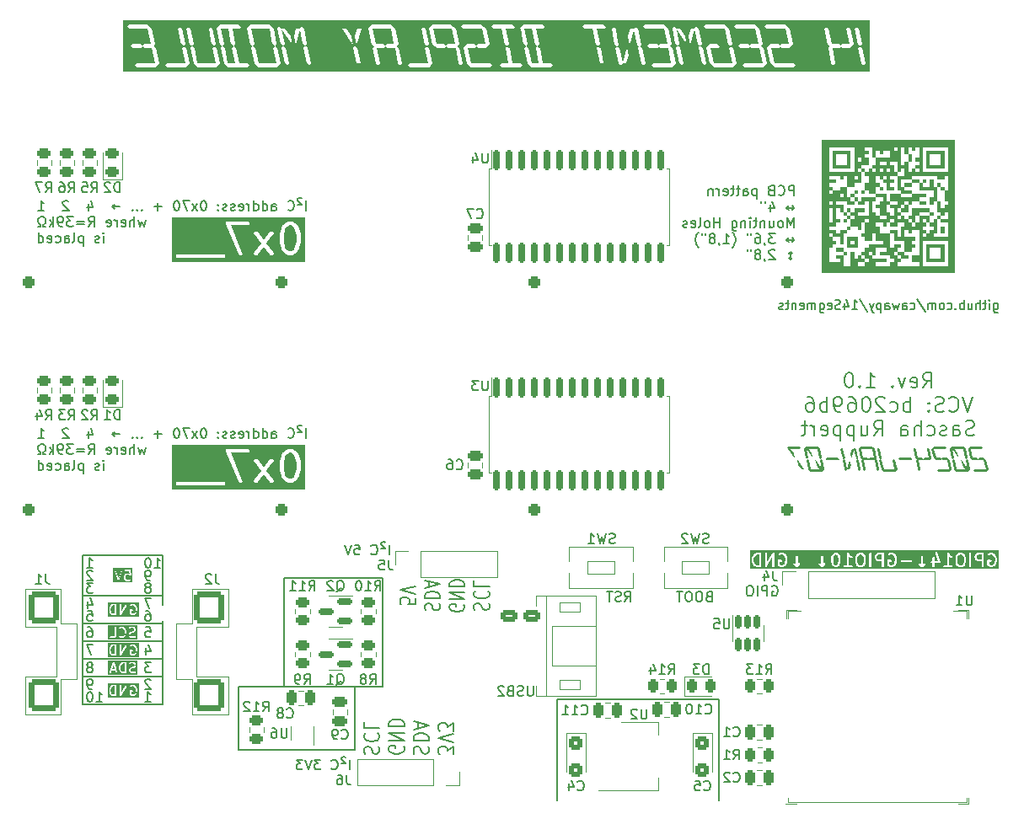
<source format=gbr>
%TF.GenerationSoftware,KiCad,Pcbnew,7.0.8*%
%TF.CreationDate,2024-01-07T19:19:44+01:00*%
%TF.ProjectId,16SegLed,31365365-674c-4656-942e-6b696361645f,rev?*%
%TF.SameCoordinates,Original*%
%TF.FileFunction,Legend,Bot*%
%TF.FilePolarity,Positive*%
%FSLAX46Y46*%
G04 Gerber Fmt 4.6, Leading zero omitted, Abs format (unit mm)*
G04 Created by KiCad (PCBNEW 7.0.8) date 2024-01-07 19:19:44*
%MOMM*%
%LPD*%
G01*
G04 APERTURE LIST*
G04 Aperture macros list*
%AMRoundRect*
0 Rectangle with rounded corners*
0 $1 Rounding radius*
0 $2 $3 $4 $5 $6 $7 $8 $9 X,Y pos of 4 corners*
0 Add a 4 corners polygon primitive as box body*
4,1,4,$2,$3,$4,$5,$6,$7,$8,$9,$2,$3,0*
0 Add four circle primitives for the rounded corners*
1,1,$1+$1,$2,$3*
1,1,$1+$1,$4,$5*
1,1,$1+$1,$6,$7*
1,1,$1+$1,$8,$9*
0 Add four rect primitives between the rounded corners*
20,1,$1+$1,$2,$3,$4,$5,0*
20,1,$1+$1,$4,$5,$6,$7,0*
20,1,$1+$1,$6,$7,$8,$9,0*
20,1,$1+$1,$8,$9,$2,$3,0*%
G04 Aperture macros list end*
%ADD10C,0.150000*%
%ADD11C,0.200000*%
%ADD12C,0.400000*%
%ADD13C,0.120000*%
%ADD14C,0.100000*%
%ADD15C,1.200000*%
%ADD16RoundRect,0.300000X-0.300000X-0.300000X0.300000X-0.300000X0.300000X0.300000X-0.300000X0.300000X0*%
%ADD17O,1.200000X1.500000*%
%ADD18C,6.400000*%
%ADD19RoundRect,0.250000X0.625000X-0.350000X0.625000X0.350000X-0.625000X0.350000X-0.625000X-0.350000X0*%
%ADD20O,1.750000X1.200000*%
%ADD21C,1.524000*%
%ADD22R,2.000000X1.500000*%
%ADD23R,2.000000X3.800000*%
%ADD24RoundRect,0.150000X0.587500X0.150000X-0.587500X0.150000X-0.587500X-0.150000X0.587500X-0.150000X0*%
%ADD25RoundRect,0.250000X0.450000X-0.262500X0.450000X0.262500X-0.450000X0.262500X-0.450000X-0.262500X0*%
%ADD26RoundRect,0.250000X0.475000X-0.250000X0.475000X0.250000X-0.475000X0.250000X-0.475000X-0.250000X0*%
%ADD27RoundRect,0.250000X-0.450000X0.262500X-0.450000X-0.262500X0.450000X-0.262500X0.450000X0.262500X0*%
%ADD28RoundRect,0.250000X0.250000X0.475000X-0.250000X0.475000X-0.250000X-0.475000X0.250000X-0.475000X0*%
%ADD29RoundRect,0.250000X-0.250000X-0.475000X0.250000X-0.475000X0.250000X0.475000X-0.250000X0.475000X0*%
%ADD30RoundRect,0.300000X-1.200000X1.305000X-1.200000X-1.305000X1.200000X-1.305000X1.200000X1.305000X0*%
%ADD31R,1.250000X0.300000*%
%ADD32RoundRect,0.150000X-0.150000X0.875000X-0.150000X-0.875000X0.150000X-0.875000X0.150000X0.875000X0*%
%ADD33R,1.700000X1.700000*%
%ADD34O,1.700000X1.700000*%
%ADD35RoundRect,0.250000X-0.425000X0.450000X-0.425000X-0.450000X0.425000X-0.450000X0.425000X0.450000X0*%
%ADD36RoundRect,0.243750X0.456250X-0.243750X0.456250X0.243750X-0.456250X0.243750X-0.456250X-0.243750X0*%
%ADD37RoundRect,0.250000X0.262500X0.450000X-0.262500X0.450000X-0.262500X-0.450000X0.262500X-0.450000X0*%
%ADD38R,0.400000X0.650000*%
%ADD39RoundRect,0.243750X-0.243750X-0.456250X0.243750X-0.456250X0.243750X0.456250X-0.243750X0.456250X0*%
%ADD40RoundRect,0.150000X-0.150000X0.512500X-0.150000X-0.512500X0.150000X-0.512500X0.150000X0.512500X0*%
%ADD41R,1.100000X0.800000*%
%ADD42R,1.500000X0.900000*%
%ADD43R,0.900000X1.500000*%
%ADD44C,4.700000*%
%ADD45RoundRect,0.300000X1.200000X-1.305000X1.200000X1.305000X-1.200000X1.305000X-1.200000X-1.305000X0*%
%ADD46RoundRect,0.250000X-0.262500X-0.450000X0.262500X-0.450000X0.262500X0.450000X-0.262500X0.450000X0*%
%ADD47RoundRect,0.250000X-0.475000X0.250000X-0.475000X-0.250000X0.475000X-0.250000X0.475000X0.250000X0*%
G04 APERTURE END LIST*
D10*
X38100000Y-60960000D02*
X23622000Y-60960000D01*
X71882000Y-72390000D02*
X71882000Y-62230000D01*
X55626000Y-62230000D02*
X55626000Y-72390000D01*
X15954238Y-51790600D02*
X7953238Y-51790600D01*
X15954238Y-58140600D02*
X7953238Y-58140600D01*
X7953238Y-47726600D02*
X7953238Y-62712600D01*
X15954238Y-56362600D02*
X7953238Y-56362600D01*
X23622000Y-67310000D02*
X23622000Y-60960000D01*
X38100000Y-50038000D02*
X38100000Y-60960000D01*
X28194000Y-60960000D02*
X28194000Y-50038000D01*
X15954238Y-62712600D02*
X15954238Y-54330600D01*
X35306000Y-60960000D02*
X35306000Y-67310000D01*
X15954238Y-62712600D02*
X7953238Y-62712600D01*
X71882000Y-62230000D02*
X55626000Y-62230000D01*
X15954238Y-59918600D02*
X7953238Y-59918600D01*
X7953238Y-47726600D02*
X15954238Y-47726600D01*
X15954238Y-52705000D02*
X15954238Y-47726600D01*
X15954238Y-54584600D02*
X7953238Y-54584600D01*
X35306000Y-67310000D02*
X23622000Y-67310000D01*
X28194000Y-50038000D02*
X38100000Y-50038000D01*
D11*
X47334400Y-53244571D02*
X47261066Y-53073143D01*
X47261066Y-53073143D02*
X47261066Y-52787428D01*
X47261066Y-52787428D02*
X47334400Y-52673143D01*
X47334400Y-52673143D02*
X47407733Y-52616000D01*
X47407733Y-52616000D02*
X47554400Y-52558857D01*
X47554400Y-52558857D02*
X47701066Y-52558857D01*
X47701066Y-52558857D02*
X47847733Y-52616000D01*
X47847733Y-52616000D02*
X47921066Y-52673143D01*
X47921066Y-52673143D02*
X47994400Y-52787428D01*
X47994400Y-52787428D02*
X48067733Y-53016000D01*
X48067733Y-53016000D02*
X48141066Y-53130285D01*
X48141066Y-53130285D02*
X48214400Y-53187428D01*
X48214400Y-53187428D02*
X48361066Y-53244571D01*
X48361066Y-53244571D02*
X48507733Y-53244571D01*
X48507733Y-53244571D02*
X48654400Y-53187428D01*
X48654400Y-53187428D02*
X48727733Y-53130285D01*
X48727733Y-53130285D02*
X48801066Y-53016000D01*
X48801066Y-53016000D02*
X48801066Y-52730285D01*
X48801066Y-52730285D02*
X48727733Y-52558857D01*
X47407733Y-51358857D02*
X47334400Y-51416000D01*
X47334400Y-51416000D02*
X47261066Y-51587428D01*
X47261066Y-51587428D02*
X47261066Y-51701714D01*
X47261066Y-51701714D02*
X47334400Y-51873143D01*
X47334400Y-51873143D02*
X47481066Y-51987428D01*
X47481066Y-51987428D02*
X47627733Y-52044571D01*
X47627733Y-52044571D02*
X47921066Y-52101714D01*
X47921066Y-52101714D02*
X48141066Y-52101714D01*
X48141066Y-52101714D02*
X48434400Y-52044571D01*
X48434400Y-52044571D02*
X48581066Y-51987428D01*
X48581066Y-51987428D02*
X48727733Y-51873143D01*
X48727733Y-51873143D02*
X48801066Y-51701714D01*
X48801066Y-51701714D02*
X48801066Y-51587428D01*
X48801066Y-51587428D02*
X48727733Y-51416000D01*
X48727733Y-51416000D02*
X48654400Y-51358857D01*
X47261066Y-50273143D02*
X47261066Y-50844571D01*
X47261066Y-50844571D02*
X48801066Y-50844571D01*
X46248333Y-52730285D02*
X46321666Y-52844571D01*
X46321666Y-52844571D02*
X46321666Y-53015999D01*
X46321666Y-53015999D02*
X46248333Y-53187428D01*
X46248333Y-53187428D02*
X46101666Y-53301713D01*
X46101666Y-53301713D02*
X45955000Y-53358856D01*
X45955000Y-53358856D02*
X45661666Y-53415999D01*
X45661666Y-53415999D02*
X45441666Y-53415999D01*
X45441666Y-53415999D02*
X45148333Y-53358856D01*
X45148333Y-53358856D02*
X45001666Y-53301713D01*
X45001666Y-53301713D02*
X44855000Y-53187428D01*
X44855000Y-53187428D02*
X44781666Y-53015999D01*
X44781666Y-53015999D02*
X44781666Y-52901713D01*
X44781666Y-52901713D02*
X44855000Y-52730285D01*
X44855000Y-52730285D02*
X44928333Y-52673142D01*
X44928333Y-52673142D02*
X45441666Y-52673142D01*
X45441666Y-52673142D02*
X45441666Y-52901713D01*
X44781666Y-52158856D02*
X46321666Y-52158856D01*
X46321666Y-52158856D02*
X44781666Y-51473142D01*
X44781666Y-51473142D02*
X46321666Y-51473142D01*
X44781666Y-50901713D02*
X46321666Y-50901713D01*
X46321666Y-50901713D02*
X46321666Y-50615999D01*
X46321666Y-50615999D02*
X46248333Y-50444570D01*
X46248333Y-50444570D02*
X46101666Y-50330285D01*
X46101666Y-50330285D02*
X45955000Y-50273142D01*
X45955000Y-50273142D02*
X45661666Y-50215999D01*
X45661666Y-50215999D02*
X45441666Y-50215999D01*
X45441666Y-50215999D02*
X45148333Y-50273142D01*
X45148333Y-50273142D02*
X45001666Y-50330285D01*
X45001666Y-50330285D02*
X44855000Y-50444570D01*
X44855000Y-50444570D02*
X44781666Y-50615999D01*
X44781666Y-50615999D02*
X44781666Y-50901713D01*
X42375600Y-53273142D02*
X42302266Y-53101714D01*
X42302266Y-53101714D02*
X42302266Y-52815999D01*
X42302266Y-52815999D02*
X42375600Y-52701714D01*
X42375600Y-52701714D02*
X42448933Y-52644571D01*
X42448933Y-52644571D02*
X42595600Y-52587428D01*
X42595600Y-52587428D02*
X42742266Y-52587428D01*
X42742266Y-52587428D02*
X42888933Y-52644571D01*
X42888933Y-52644571D02*
X42962266Y-52701714D01*
X42962266Y-52701714D02*
X43035600Y-52815999D01*
X43035600Y-52815999D02*
X43108933Y-53044571D01*
X43108933Y-53044571D02*
X43182266Y-53158856D01*
X43182266Y-53158856D02*
X43255600Y-53215999D01*
X43255600Y-53215999D02*
X43402266Y-53273142D01*
X43402266Y-53273142D02*
X43548933Y-53273142D01*
X43548933Y-53273142D02*
X43695600Y-53215999D01*
X43695600Y-53215999D02*
X43768933Y-53158856D01*
X43768933Y-53158856D02*
X43842266Y-53044571D01*
X43842266Y-53044571D02*
X43842266Y-52758856D01*
X43842266Y-52758856D02*
X43768933Y-52587428D01*
X42302266Y-52073142D02*
X43842266Y-52073142D01*
X43842266Y-52073142D02*
X43842266Y-51787428D01*
X43842266Y-51787428D02*
X43768933Y-51615999D01*
X43768933Y-51615999D02*
X43622266Y-51501714D01*
X43622266Y-51501714D02*
X43475600Y-51444571D01*
X43475600Y-51444571D02*
X43182266Y-51387428D01*
X43182266Y-51387428D02*
X42962266Y-51387428D01*
X42962266Y-51387428D02*
X42668933Y-51444571D01*
X42668933Y-51444571D02*
X42522266Y-51501714D01*
X42522266Y-51501714D02*
X42375600Y-51615999D01*
X42375600Y-51615999D02*
X42302266Y-51787428D01*
X42302266Y-51787428D02*
X42302266Y-52073142D01*
X42742266Y-50930285D02*
X42742266Y-50358857D01*
X42302266Y-51044571D02*
X43842266Y-50644571D01*
X43842266Y-50644571D02*
X42302266Y-50244571D01*
X41362866Y-52044571D02*
X41362866Y-52615999D01*
X41362866Y-52615999D02*
X40629533Y-52673142D01*
X40629533Y-52673142D02*
X40702866Y-52615999D01*
X40702866Y-52615999D02*
X40776200Y-52501714D01*
X40776200Y-52501714D02*
X40776200Y-52215999D01*
X40776200Y-52215999D02*
X40702866Y-52101714D01*
X40702866Y-52101714D02*
X40629533Y-52044571D01*
X40629533Y-52044571D02*
X40482866Y-51987428D01*
X40482866Y-51987428D02*
X40116200Y-51987428D01*
X40116200Y-51987428D02*
X39969533Y-52044571D01*
X39969533Y-52044571D02*
X39896200Y-52101714D01*
X39896200Y-52101714D02*
X39822866Y-52215999D01*
X39822866Y-52215999D02*
X39822866Y-52501714D01*
X39822866Y-52501714D02*
X39896200Y-52615999D01*
X39896200Y-52615999D02*
X39969533Y-52673142D01*
X41362866Y-51644571D02*
X39822866Y-51244571D01*
X39822866Y-51244571D02*
X41362866Y-50844571D01*
D10*
X14259017Y-54978419D02*
X14735207Y-54978419D01*
X14735207Y-54978419D02*
X14782826Y-55454609D01*
X14782826Y-55454609D02*
X14735207Y-55406990D01*
X14735207Y-55406990D02*
X14639969Y-55359371D01*
X14639969Y-55359371D02*
X14401874Y-55359371D01*
X14401874Y-55359371D02*
X14306636Y-55406990D01*
X14306636Y-55406990D02*
X14259017Y-55454609D01*
X14259017Y-55454609D02*
X14211398Y-55549847D01*
X14211398Y-55549847D02*
X14211398Y-55787942D01*
X14211398Y-55787942D02*
X14259017Y-55883180D01*
X14259017Y-55883180D02*
X14306636Y-55930800D01*
X14306636Y-55930800D02*
X14401874Y-55978419D01*
X14401874Y-55978419D02*
X14639969Y-55978419D01*
X14639969Y-55978419D02*
X14735207Y-55930800D01*
X14735207Y-55930800D02*
X14782826Y-55883180D01*
X8417017Y-53327419D02*
X8893207Y-53327419D01*
X8893207Y-53327419D02*
X8940826Y-53803609D01*
X8940826Y-53803609D02*
X8893207Y-53755990D01*
X8893207Y-53755990D02*
X8797969Y-53708371D01*
X8797969Y-53708371D02*
X8559874Y-53708371D01*
X8559874Y-53708371D02*
X8464636Y-53755990D01*
X8464636Y-53755990D02*
X8417017Y-53803609D01*
X8417017Y-53803609D02*
X8369398Y-53898847D01*
X8369398Y-53898847D02*
X8369398Y-54136942D01*
X8369398Y-54136942D02*
X8417017Y-54232180D01*
X8417017Y-54232180D02*
X8464636Y-54279800D01*
X8464636Y-54279800D02*
X8559874Y-54327419D01*
X8559874Y-54327419D02*
X8797969Y-54327419D01*
X8797969Y-54327419D02*
X8893207Y-54279800D01*
X8893207Y-54279800D02*
X8940826Y-54232180D01*
X14592350Y-50961990D02*
X14687588Y-50914371D01*
X14687588Y-50914371D02*
X14735207Y-50866752D01*
X14735207Y-50866752D02*
X14782826Y-50771514D01*
X14782826Y-50771514D02*
X14782826Y-50723895D01*
X14782826Y-50723895D02*
X14735207Y-50628657D01*
X14735207Y-50628657D02*
X14687588Y-50581038D01*
X14687588Y-50581038D02*
X14592350Y-50533419D01*
X14592350Y-50533419D02*
X14401874Y-50533419D01*
X14401874Y-50533419D02*
X14306636Y-50581038D01*
X14306636Y-50581038D02*
X14259017Y-50628657D01*
X14259017Y-50628657D02*
X14211398Y-50723895D01*
X14211398Y-50723895D02*
X14211398Y-50771514D01*
X14211398Y-50771514D02*
X14259017Y-50866752D01*
X14259017Y-50866752D02*
X14306636Y-50914371D01*
X14306636Y-50914371D02*
X14401874Y-50961990D01*
X14401874Y-50961990D02*
X14592350Y-50961990D01*
X14592350Y-50961990D02*
X14687588Y-51009609D01*
X14687588Y-51009609D02*
X14735207Y-51057228D01*
X14735207Y-51057228D02*
X14782826Y-51152466D01*
X14782826Y-51152466D02*
X14782826Y-51342942D01*
X14782826Y-51342942D02*
X14735207Y-51438180D01*
X14735207Y-51438180D02*
X14687588Y-51485800D01*
X14687588Y-51485800D02*
X14592350Y-51533419D01*
X14592350Y-51533419D02*
X14401874Y-51533419D01*
X14401874Y-51533419D02*
X14306636Y-51485800D01*
X14306636Y-51485800D02*
X14259017Y-51438180D01*
X14259017Y-51438180D02*
X14211398Y-51342942D01*
X14211398Y-51342942D02*
X14211398Y-51152466D01*
X14211398Y-51152466D02*
X14259017Y-51057228D01*
X14259017Y-51057228D02*
X14306636Y-51009609D01*
X14306636Y-51009609D02*
X14401874Y-50961990D01*
X9321779Y-62455419D02*
X9893207Y-62455419D01*
X9607493Y-62455419D02*
X9607493Y-61455419D01*
X9607493Y-61455419D02*
X9702731Y-61598276D01*
X9702731Y-61598276D02*
X9797969Y-61693514D01*
X9797969Y-61693514D02*
X9893207Y-61741133D01*
X8702731Y-61455419D02*
X8607493Y-61455419D01*
X8607493Y-61455419D02*
X8512255Y-61503038D01*
X8512255Y-61503038D02*
X8464636Y-61550657D01*
X8464636Y-61550657D02*
X8417017Y-61645895D01*
X8417017Y-61645895D02*
X8369398Y-61836371D01*
X8369398Y-61836371D02*
X8369398Y-62074466D01*
X8369398Y-62074466D02*
X8417017Y-62264942D01*
X8417017Y-62264942D02*
X8464636Y-62360180D01*
X8464636Y-62360180D02*
X8512255Y-62407800D01*
X8512255Y-62407800D02*
X8607493Y-62455419D01*
X8607493Y-62455419D02*
X8702731Y-62455419D01*
X8702731Y-62455419D02*
X8797969Y-62407800D01*
X8797969Y-62407800D02*
X8845588Y-62360180D01*
X8845588Y-62360180D02*
X8893207Y-62264942D01*
X8893207Y-62264942D02*
X8940826Y-62074466D01*
X8940826Y-62074466D02*
X8940826Y-61836371D01*
X8940826Y-61836371D02*
X8893207Y-61645895D01*
X8893207Y-61645895D02*
X8845588Y-61550657D01*
X8845588Y-61550657D02*
X8797969Y-61503038D01*
X8797969Y-61503038D02*
X8702731Y-61455419D01*
D11*
X92364285Y-30907528D02*
X92864285Y-30193242D01*
X93221428Y-30907528D02*
X93221428Y-29407528D01*
X93221428Y-29407528D02*
X92649999Y-29407528D01*
X92649999Y-29407528D02*
X92507142Y-29478957D01*
X92507142Y-29478957D02*
X92435713Y-29550385D01*
X92435713Y-29550385D02*
X92364285Y-29693242D01*
X92364285Y-29693242D02*
X92364285Y-29907528D01*
X92364285Y-29907528D02*
X92435713Y-30050385D01*
X92435713Y-30050385D02*
X92507142Y-30121814D01*
X92507142Y-30121814D02*
X92649999Y-30193242D01*
X92649999Y-30193242D02*
X93221428Y-30193242D01*
X91149999Y-30836100D02*
X91292856Y-30907528D01*
X91292856Y-30907528D02*
X91578571Y-30907528D01*
X91578571Y-30907528D02*
X91721428Y-30836100D01*
X91721428Y-30836100D02*
X91792856Y-30693242D01*
X91792856Y-30693242D02*
X91792856Y-30121814D01*
X91792856Y-30121814D02*
X91721428Y-29978957D01*
X91721428Y-29978957D02*
X91578571Y-29907528D01*
X91578571Y-29907528D02*
X91292856Y-29907528D01*
X91292856Y-29907528D02*
X91149999Y-29978957D01*
X91149999Y-29978957D02*
X91078571Y-30121814D01*
X91078571Y-30121814D02*
X91078571Y-30264671D01*
X91078571Y-30264671D02*
X91792856Y-30407528D01*
X90578571Y-29907528D02*
X90221428Y-30907528D01*
X90221428Y-30907528D02*
X89864285Y-29907528D01*
X89292857Y-30764671D02*
X89221428Y-30836100D01*
X89221428Y-30836100D02*
X89292857Y-30907528D01*
X89292857Y-30907528D02*
X89364285Y-30836100D01*
X89364285Y-30836100D02*
X89292857Y-30764671D01*
X89292857Y-30764671D02*
X89292857Y-30907528D01*
X86649999Y-30907528D02*
X87507142Y-30907528D01*
X87078571Y-30907528D02*
X87078571Y-29407528D01*
X87078571Y-29407528D02*
X87221428Y-29621814D01*
X87221428Y-29621814D02*
X87364285Y-29764671D01*
X87364285Y-29764671D02*
X87507142Y-29836100D01*
X86007143Y-30764671D02*
X85935714Y-30836100D01*
X85935714Y-30836100D02*
X86007143Y-30907528D01*
X86007143Y-30907528D02*
X86078571Y-30836100D01*
X86078571Y-30836100D02*
X86007143Y-30764671D01*
X86007143Y-30764671D02*
X86007143Y-30907528D01*
X85007142Y-29407528D02*
X84864285Y-29407528D01*
X84864285Y-29407528D02*
X84721428Y-29478957D01*
X84721428Y-29478957D02*
X84650000Y-29550385D01*
X84650000Y-29550385D02*
X84578571Y-29693242D01*
X84578571Y-29693242D02*
X84507142Y-29978957D01*
X84507142Y-29978957D02*
X84507142Y-30336100D01*
X84507142Y-30336100D02*
X84578571Y-30621814D01*
X84578571Y-30621814D02*
X84650000Y-30764671D01*
X84650000Y-30764671D02*
X84721428Y-30836100D01*
X84721428Y-30836100D02*
X84864285Y-30907528D01*
X84864285Y-30907528D02*
X85007142Y-30907528D01*
X85007142Y-30907528D02*
X85150000Y-30836100D01*
X85150000Y-30836100D02*
X85221428Y-30764671D01*
X85221428Y-30764671D02*
X85292857Y-30621814D01*
X85292857Y-30621814D02*
X85364285Y-30336100D01*
X85364285Y-30336100D02*
X85364285Y-29978957D01*
X85364285Y-29978957D02*
X85292857Y-29693242D01*
X85292857Y-29693242D02*
X85221428Y-29550385D01*
X85221428Y-29550385D02*
X85150000Y-29478957D01*
X85150000Y-29478957D02*
X85007142Y-29407528D01*
X97364283Y-31822528D02*
X96864283Y-33322528D01*
X96864283Y-33322528D02*
X96364283Y-31822528D01*
X95007141Y-33179671D02*
X95078569Y-33251100D01*
X95078569Y-33251100D02*
X95292855Y-33322528D01*
X95292855Y-33322528D02*
X95435712Y-33322528D01*
X95435712Y-33322528D02*
X95649998Y-33251100D01*
X95649998Y-33251100D02*
X95792855Y-33108242D01*
X95792855Y-33108242D02*
X95864284Y-32965385D01*
X95864284Y-32965385D02*
X95935712Y-32679671D01*
X95935712Y-32679671D02*
X95935712Y-32465385D01*
X95935712Y-32465385D02*
X95864284Y-32179671D01*
X95864284Y-32179671D02*
X95792855Y-32036814D01*
X95792855Y-32036814D02*
X95649998Y-31893957D01*
X95649998Y-31893957D02*
X95435712Y-31822528D01*
X95435712Y-31822528D02*
X95292855Y-31822528D01*
X95292855Y-31822528D02*
X95078569Y-31893957D01*
X95078569Y-31893957D02*
X95007141Y-31965385D01*
X94435712Y-33251100D02*
X94221427Y-33322528D01*
X94221427Y-33322528D02*
X93864284Y-33322528D01*
X93864284Y-33322528D02*
X93721427Y-33251100D01*
X93721427Y-33251100D02*
X93649998Y-33179671D01*
X93649998Y-33179671D02*
X93578569Y-33036814D01*
X93578569Y-33036814D02*
X93578569Y-32893957D01*
X93578569Y-32893957D02*
X93649998Y-32751100D01*
X93649998Y-32751100D02*
X93721427Y-32679671D01*
X93721427Y-32679671D02*
X93864284Y-32608242D01*
X93864284Y-32608242D02*
X94149998Y-32536814D01*
X94149998Y-32536814D02*
X94292855Y-32465385D01*
X94292855Y-32465385D02*
X94364284Y-32393957D01*
X94364284Y-32393957D02*
X94435712Y-32251100D01*
X94435712Y-32251100D02*
X94435712Y-32108242D01*
X94435712Y-32108242D02*
X94364284Y-31965385D01*
X94364284Y-31965385D02*
X94292855Y-31893957D01*
X94292855Y-31893957D02*
X94149998Y-31822528D01*
X94149998Y-31822528D02*
X93792855Y-31822528D01*
X93792855Y-31822528D02*
X93578569Y-31893957D01*
X92935713Y-33179671D02*
X92864284Y-33251100D01*
X92864284Y-33251100D02*
X92935713Y-33322528D01*
X92935713Y-33322528D02*
X93007141Y-33251100D01*
X93007141Y-33251100D02*
X92935713Y-33179671D01*
X92935713Y-33179671D02*
X92935713Y-33322528D01*
X92935713Y-32393957D02*
X92864284Y-32465385D01*
X92864284Y-32465385D02*
X92935713Y-32536814D01*
X92935713Y-32536814D02*
X93007141Y-32465385D01*
X93007141Y-32465385D02*
X92935713Y-32393957D01*
X92935713Y-32393957D02*
X92935713Y-32536814D01*
X91078570Y-33322528D02*
X91078570Y-31822528D01*
X91078570Y-32393957D02*
X90935713Y-32322528D01*
X90935713Y-32322528D02*
X90649998Y-32322528D01*
X90649998Y-32322528D02*
X90507141Y-32393957D01*
X90507141Y-32393957D02*
X90435713Y-32465385D01*
X90435713Y-32465385D02*
X90364284Y-32608242D01*
X90364284Y-32608242D02*
X90364284Y-33036814D01*
X90364284Y-33036814D02*
X90435713Y-33179671D01*
X90435713Y-33179671D02*
X90507141Y-33251100D01*
X90507141Y-33251100D02*
X90649998Y-33322528D01*
X90649998Y-33322528D02*
X90935713Y-33322528D01*
X90935713Y-33322528D02*
X91078570Y-33251100D01*
X89078570Y-33251100D02*
X89221427Y-33322528D01*
X89221427Y-33322528D02*
X89507141Y-33322528D01*
X89507141Y-33322528D02*
X89649998Y-33251100D01*
X89649998Y-33251100D02*
X89721427Y-33179671D01*
X89721427Y-33179671D02*
X89792855Y-33036814D01*
X89792855Y-33036814D02*
X89792855Y-32608242D01*
X89792855Y-32608242D02*
X89721427Y-32465385D01*
X89721427Y-32465385D02*
X89649998Y-32393957D01*
X89649998Y-32393957D02*
X89507141Y-32322528D01*
X89507141Y-32322528D02*
X89221427Y-32322528D01*
X89221427Y-32322528D02*
X89078570Y-32393957D01*
X88507141Y-31965385D02*
X88435713Y-31893957D01*
X88435713Y-31893957D02*
X88292856Y-31822528D01*
X88292856Y-31822528D02*
X87935713Y-31822528D01*
X87935713Y-31822528D02*
X87792856Y-31893957D01*
X87792856Y-31893957D02*
X87721427Y-31965385D01*
X87721427Y-31965385D02*
X87649998Y-32108242D01*
X87649998Y-32108242D02*
X87649998Y-32251100D01*
X87649998Y-32251100D02*
X87721427Y-32465385D01*
X87721427Y-32465385D02*
X88578570Y-33322528D01*
X88578570Y-33322528D02*
X87649998Y-33322528D01*
X86721427Y-31822528D02*
X86578570Y-31822528D01*
X86578570Y-31822528D02*
X86435713Y-31893957D01*
X86435713Y-31893957D02*
X86364285Y-31965385D01*
X86364285Y-31965385D02*
X86292856Y-32108242D01*
X86292856Y-32108242D02*
X86221427Y-32393957D01*
X86221427Y-32393957D02*
X86221427Y-32751100D01*
X86221427Y-32751100D02*
X86292856Y-33036814D01*
X86292856Y-33036814D02*
X86364285Y-33179671D01*
X86364285Y-33179671D02*
X86435713Y-33251100D01*
X86435713Y-33251100D02*
X86578570Y-33322528D01*
X86578570Y-33322528D02*
X86721427Y-33322528D01*
X86721427Y-33322528D02*
X86864285Y-33251100D01*
X86864285Y-33251100D02*
X86935713Y-33179671D01*
X86935713Y-33179671D02*
X87007142Y-33036814D01*
X87007142Y-33036814D02*
X87078570Y-32751100D01*
X87078570Y-32751100D02*
X87078570Y-32393957D01*
X87078570Y-32393957D02*
X87007142Y-32108242D01*
X87007142Y-32108242D02*
X86935713Y-31965385D01*
X86935713Y-31965385D02*
X86864285Y-31893957D01*
X86864285Y-31893957D02*
X86721427Y-31822528D01*
X84935714Y-31822528D02*
X85221428Y-31822528D01*
X85221428Y-31822528D02*
X85364285Y-31893957D01*
X85364285Y-31893957D02*
X85435714Y-31965385D01*
X85435714Y-31965385D02*
X85578571Y-32179671D01*
X85578571Y-32179671D02*
X85649999Y-32465385D01*
X85649999Y-32465385D02*
X85649999Y-33036814D01*
X85649999Y-33036814D02*
X85578571Y-33179671D01*
X85578571Y-33179671D02*
X85507142Y-33251100D01*
X85507142Y-33251100D02*
X85364285Y-33322528D01*
X85364285Y-33322528D02*
X85078571Y-33322528D01*
X85078571Y-33322528D02*
X84935714Y-33251100D01*
X84935714Y-33251100D02*
X84864285Y-33179671D01*
X84864285Y-33179671D02*
X84792856Y-33036814D01*
X84792856Y-33036814D02*
X84792856Y-32679671D01*
X84792856Y-32679671D02*
X84864285Y-32536814D01*
X84864285Y-32536814D02*
X84935714Y-32465385D01*
X84935714Y-32465385D02*
X85078571Y-32393957D01*
X85078571Y-32393957D02*
X85364285Y-32393957D01*
X85364285Y-32393957D02*
X85507142Y-32465385D01*
X85507142Y-32465385D02*
X85578571Y-32536814D01*
X85578571Y-32536814D02*
X85649999Y-32679671D01*
X84078571Y-33322528D02*
X83792857Y-33322528D01*
X83792857Y-33322528D02*
X83650000Y-33251100D01*
X83650000Y-33251100D02*
X83578571Y-33179671D01*
X83578571Y-33179671D02*
X83435714Y-32965385D01*
X83435714Y-32965385D02*
X83364285Y-32679671D01*
X83364285Y-32679671D02*
X83364285Y-32108242D01*
X83364285Y-32108242D02*
X83435714Y-31965385D01*
X83435714Y-31965385D02*
X83507143Y-31893957D01*
X83507143Y-31893957D02*
X83650000Y-31822528D01*
X83650000Y-31822528D02*
X83935714Y-31822528D01*
X83935714Y-31822528D02*
X84078571Y-31893957D01*
X84078571Y-31893957D02*
X84150000Y-31965385D01*
X84150000Y-31965385D02*
X84221428Y-32108242D01*
X84221428Y-32108242D02*
X84221428Y-32465385D01*
X84221428Y-32465385D02*
X84150000Y-32608242D01*
X84150000Y-32608242D02*
X84078571Y-32679671D01*
X84078571Y-32679671D02*
X83935714Y-32751100D01*
X83935714Y-32751100D02*
X83650000Y-32751100D01*
X83650000Y-32751100D02*
X83507143Y-32679671D01*
X83507143Y-32679671D02*
X83435714Y-32608242D01*
X83435714Y-32608242D02*
X83364285Y-32465385D01*
X82721429Y-33322528D02*
X82721429Y-31822528D01*
X82721429Y-32393957D02*
X82578572Y-32322528D01*
X82578572Y-32322528D02*
X82292857Y-32322528D01*
X82292857Y-32322528D02*
X82150000Y-32393957D01*
X82150000Y-32393957D02*
X82078572Y-32465385D01*
X82078572Y-32465385D02*
X82007143Y-32608242D01*
X82007143Y-32608242D02*
X82007143Y-33036814D01*
X82007143Y-33036814D02*
X82078572Y-33179671D01*
X82078572Y-33179671D02*
X82150000Y-33251100D01*
X82150000Y-33251100D02*
X82292857Y-33322528D01*
X82292857Y-33322528D02*
X82578572Y-33322528D01*
X82578572Y-33322528D02*
X82721429Y-33251100D01*
X80721429Y-31822528D02*
X81007143Y-31822528D01*
X81007143Y-31822528D02*
X81150000Y-31893957D01*
X81150000Y-31893957D02*
X81221429Y-31965385D01*
X81221429Y-31965385D02*
X81364286Y-32179671D01*
X81364286Y-32179671D02*
X81435714Y-32465385D01*
X81435714Y-32465385D02*
X81435714Y-33036814D01*
X81435714Y-33036814D02*
X81364286Y-33179671D01*
X81364286Y-33179671D02*
X81292857Y-33251100D01*
X81292857Y-33251100D02*
X81150000Y-33322528D01*
X81150000Y-33322528D02*
X80864286Y-33322528D01*
X80864286Y-33322528D02*
X80721429Y-33251100D01*
X80721429Y-33251100D02*
X80650000Y-33179671D01*
X80650000Y-33179671D02*
X80578571Y-33036814D01*
X80578571Y-33036814D02*
X80578571Y-32679671D01*
X80578571Y-32679671D02*
X80650000Y-32536814D01*
X80650000Y-32536814D02*
X80721429Y-32465385D01*
X80721429Y-32465385D02*
X80864286Y-32393957D01*
X80864286Y-32393957D02*
X81150000Y-32393957D01*
X81150000Y-32393957D02*
X81292857Y-32465385D01*
X81292857Y-32465385D02*
X81364286Y-32536814D01*
X81364286Y-32536814D02*
X81435714Y-32679671D01*
X97507142Y-35666100D02*
X97292857Y-35737528D01*
X97292857Y-35737528D02*
X96935714Y-35737528D01*
X96935714Y-35737528D02*
X96792857Y-35666100D01*
X96792857Y-35666100D02*
X96721428Y-35594671D01*
X96721428Y-35594671D02*
X96649999Y-35451814D01*
X96649999Y-35451814D02*
X96649999Y-35308957D01*
X96649999Y-35308957D02*
X96721428Y-35166100D01*
X96721428Y-35166100D02*
X96792857Y-35094671D01*
X96792857Y-35094671D02*
X96935714Y-35023242D01*
X96935714Y-35023242D02*
X97221428Y-34951814D01*
X97221428Y-34951814D02*
X97364285Y-34880385D01*
X97364285Y-34880385D02*
X97435714Y-34808957D01*
X97435714Y-34808957D02*
X97507142Y-34666100D01*
X97507142Y-34666100D02*
X97507142Y-34523242D01*
X97507142Y-34523242D02*
X97435714Y-34380385D01*
X97435714Y-34380385D02*
X97364285Y-34308957D01*
X97364285Y-34308957D02*
X97221428Y-34237528D01*
X97221428Y-34237528D02*
X96864285Y-34237528D01*
X96864285Y-34237528D02*
X96649999Y-34308957D01*
X95364286Y-35737528D02*
X95364286Y-34951814D01*
X95364286Y-34951814D02*
X95435714Y-34808957D01*
X95435714Y-34808957D02*
X95578571Y-34737528D01*
X95578571Y-34737528D02*
X95864286Y-34737528D01*
X95864286Y-34737528D02*
X96007143Y-34808957D01*
X95364286Y-35666100D02*
X95507143Y-35737528D01*
X95507143Y-35737528D02*
X95864286Y-35737528D01*
X95864286Y-35737528D02*
X96007143Y-35666100D01*
X96007143Y-35666100D02*
X96078571Y-35523242D01*
X96078571Y-35523242D02*
X96078571Y-35380385D01*
X96078571Y-35380385D02*
X96007143Y-35237528D01*
X96007143Y-35237528D02*
X95864286Y-35166100D01*
X95864286Y-35166100D02*
X95507143Y-35166100D01*
X95507143Y-35166100D02*
X95364286Y-35094671D01*
X94721428Y-35666100D02*
X94578571Y-35737528D01*
X94578571Y-35737528D02*
X94292857Y-35737528D01*
X94292857Y-35737528D02*
X94150000Y-35666100D01*
X94150000Y-35666100D02*
X94078571Y-35523242D01*
X94078571Y-35523242D02*
X94078571Y-35451814D01*
X94078571Y-35451814D02*
X94150000Y-35308957D01*
X94150000Y-35308957D02*
X94292857Y-35237528D01*
X94292857Y-35237528D02*
X94507143Y-35237528D01*
X94507143Y-35237528D02*
X94650000Y-35166100D01*
X94650000Y-35166100D02*
X94721428Y-35023242D01*
X94721428Y-35023242D02*
X94721428Y-34951814D01*
X94721428Y-34951814D02*
X94650000Y-34808957D01*
X94650000Y-34808957D02*
X94507143Y-34737528D01*
X94507143Y-34737528D02*
X94292857Y-34737528D01*
X94292857Y-34737528D02*
X94150000Y-34808957D01*
X92792857Y-35666100D02*
X92935714Y-35737528D01*
X92935714Y-35737528D02*
X93221428Y-35737528D01*
X93221428Y-35737528D02*
X93364285Y-35666100D01*
X93364285Y-35666100D02*
X93435714Y-35594671D01*
X93435714Y-35594671D02*
X93507142Y-35451814D01*
X93507142Y-35451814D02*
X93507142Y-35023242D01*
X93507142Y-35023242D02*
X93435714Y-34880385D01*
X93435714Y-34880385D02*
X93364285Y-34808957D01*
X93364285Y-34808957D02*
X93221428Y-34737528D01*
X93221428Y-34737528D02*
X92935714Y-34737528D01*
X92935714Y-34737528D02*
X92792857Y-34808957D01*
X92150000Y-35737528D02*
X92150000Y-34237528D01*
X91507143Y-35737528D02*
X91507143Y-34951814D01*
X91507143Y-34951814D02*
X91578571Y-34808957D01*
X91578571Y-34808957D02*
X91721428Y-34737528D01*
X91721428Y-34737528D02*
X91935714Y-34737528D01*
X91935714Y-34737528D02*
X92078571Y-34808957D01*
X92078571Y-34808957D02*
X92150000Y-34880385D01*
X90150000Y-35737528D02*
X90150000Y-34951814D01*
X90150000Y-34951814D02*
X90221428Y-34808957D01*
X90221428Y-34808957D02*
X90364285Y-34737528D01*
X90364285Y-34737528D02*
X90650000Y-34737528D01*
X90650000Y-34737528D02*
X90792857Y-34808957D01*
X90150000Y-35666100D02*
X90292857Y-35737528D01*
X90292857Y-35737528D02*
X90650000Y-35737528D01*
X90650000Y-35737528D02*
X90792857Y-35666100D01*
X90792857Y-35666100D02*
X90864285Y-35523242D01*
X90864285Y-35523242D02*
X90864285Y-35380385D01*
X90864285Y-35380385D02*
X90792857Y-35237528D01*
X90792857Y-35237528D02*
X90650000Y-35166100D01*
X90650000Y-35166100D02*
X90292857Y-35166100D01*
X90292857Y-35166100D02*
X90150000Y-35094671D01*
X87435714Y-35737528D02*
X87935714Y-35023242D01*
X88292857Y-35737528D02*
X88292857Y-34237528D01*
X88292857Y-34237528D02*
X87721428Y-34237528D01*
X87721428Y-34237528D02*
X87578571Y-34308957D01*
X87578571Y-34308957D02*
X87507142Y-34380385D01*
X87507142Y-34380385D02*
X87435714Y-34523242D01*
X87435714Y-34523242D02*
X87435714Y-34737528D01*
X87435714Y-34737528D02*
X87507142Y-34880385D01*
X87507142Y-34880385D02*
X87578571Y-34951814D01*
X87578571Y-34951814D02*
X87721428Y-35023242D01*
X87721428Y-35023242D02*
X88292857Y-35023242D01*
X86150000Y-34737528D02*
X86150000Y-35737528D01*
X86792857Y-34737528D02*
X86792857Y-35523242D01*
X86792857Y-35523242D02*
X86721428Y-35666100D01*
X86721428Y-35666100D02*
X86578571Y-35737528D01*
X86578571Y-35737528D02*
X86364285Y-35737528D01*
X86364285Y-35737528D02*
X86221428Y-35666100D01*
X86221428Y-35666100D02*
X86150000Y-35594671D01*
X85435714Y-34737528D02*
X85435714Y-36237528D01*
X85435714Y-34808957D02*
X85292857Y-34737528D01*
X85292857Y-34737528D02*
X85007142Y-34737528D01*
X85007142Y-34737528D02*
X84864285Y-34808957D01*
X84864285Y-34808957D02*
X84792857Y-34880385D01*
X84792857Y-34880385D02*
X84721428Y-35023242D01*
X84721428Y-35023242D02*
X84721428Y-35451814D01*
X84721428Y-35451814D02*
X84792857Y-35594671D01*
X84792857Y-35594671D02*
X84864285Y-35666100D01*
X84864285Y-35666100D02*
X85007142Y-35737528D01*
X85007142Y-35737528D02*
X85292857Y-35737528D01*
X85292857Y-35737528D02*
X85435714Y-35666100D01*
X84078571Y-34737528D02*
X84078571Y-36237528D01*
X84078571Y-34808957D02*
X83935714Y-34737528D01*
X83935714Y-34737528D02*
X83649999Y-34737528D01*
X83649999Y-34737528D02*
X83507142Y-34808957D01*
X83507142Y-34808957D02*
X83435714Y-34880385D01*
X83435714Y-34880385D02*
X83364285Y-35023242D01*
X83364285Y-35023242D02*
X83364285Y-35451814D01*
X83364285Y-35451814D02*
X83435714Y-35594671D01*
X83435714Y-35594671D02*
X83507142Y-35666100D01*
X83507142Y-35666100D02*
X83649999Y-35737528D01*
X83649999Y-35737528D02*
X83935714Y-35737528D01*
X83935714Y-35737528D02*
X84078571Y-35666100D01*
X82149999Y-35666100D02*
X82292856Y-35737528D01*
X82292856Y-35737528D02*
X82578571Y-35737528D01*
X82578571Y-35737528D02*
X82721428Y-35666100D01*
X82721428Y-35666100D02*
X82792856Y-35523242D01*
X82792856Y-35523242D02*
X82792856Y-34951814D01*
X82792856Y-34951814D02*
X82721428Y-34808957D01*
X82721428Y-34808957D02*
X82578571Y-34737528D01*
X82578571Y-34737528D02*
X82292856Y-34737528D01*
X82292856Y-34737528D02*
X82149999Y-34808957D01*
X82149999Y-34808957D02*
X82078571Y-34951814D01*
X82078571Y-34951814D02*
X82078571Y-35094671D01*
X82078571Y-35094671D02*
X82792856Y-35237528D01*
X81435714Y-35737528D02*
X81435714Y-34737528D01*
X81435714Y-35023242D02*
X81364285Y-34880385D01*
X81364285Y-34880385D02*
X81292857Y-34808957D01*
X81292857Y-34808957D02*
X81149999Y-34737528D01*
X81149999Y-34737528D02*
X81007142Y-34737528D01*
X80721428Y-34737528D02*
X80150000Y-34737528D01*
X80507143Y-34237528D02*
X80507143Y-35523242D01*
X80507143Y-35523242D02*
X80435714Y-35666100D01*
X80435714Y-35666100D02*
X80292857Y-35737528D01*
X80292857Y-35737528D02*
X80150000Y-35737528D01*
D10*
X8988445Y-56756419D02*
X8321779Y-56756419D01*
X8321779Y-56756419D02*
X8750350Y-57756419D01*
X15163779Y-48993419D02*
X15735207Y-48993419D01*
X15449493Y-48993419D02*
X15449493Y-47993419D01*
X15449493Y-47993419D02*
X15544731Y-48136276D01*
X15544731Y-48136276D02*
X15639969Y-48231514D01*
X15639969Y-48231514D02*
X15735207Y-48279133D01*
X14544731Y-47993419D02*
X14449493Y-47993419D01*
X14449493Y-47993419D02*
X14354255Y-48041038D01*
X14354255Y-48041038D02*
X14306636Y-48088657D01*
X14306636Y-48088657D02*
X14259017Y-48183895D01*
X14259017Y-48183895D02*
X14211398Y-48374371D01*
X14211398Y-48374371D02*
X14211398Y-48612466D01*
X14211398Y-48612466D02*
X14259017Y-48802942D01*
X14259017Y-48802942D02*
X14306636Y-48898180D01*
X14306636Y-48898180D02*
X14354255Y-48945800D01*
X14354255Y-48945800D02*
X14449493Y-48993419D01*
X14449493Y-48993419D02*
X14544731Y-48993419D01*
X14544731Y-48993419D02*
X14639969Y-48945800D01*
X14639969Y-48945800D02*
X14687588Y-48898180D01*
X14687588Y-48898180D02*
X14735207Y-48802942D01*
X14735207Y-48802942D02*
X14782826Y-48612466D01*
X14782826Y-48612466D02*
X14782826Y-48374371D01*
X14782826Y-48374371D02*
X14735207Y-48183895D01*
X14735207Y-48183895D02*
X14687588Y-48088657D01*
X14687588Y-48088657D02*
X14639969Y-48041038D01*
X14639969Y-48041038D02*
X14544731Y-47993419D01*
X30368923Y-35964819D02*
X30368923Y-34964819D01*
X29940352Y-34726723D02*
X29845114Y-34679104D01*
X29845114Y-34679104D02*
X29702257Y-34679104D01*
X29702257Y-34679104D02*
X29607019Y-34726723D01*
X29607019Y-34726723D02*
X29559400Y-34821961D01*
X29559400Y-34821961D02*
X29559400Y-34917200D01*
X29559400Y-34917200D02*
X29607019Y-35012438D01*
X29607019Y-35012438D02*
X29940352Y-35345771D01*
X29940352Y-35345771D02*
X29559400Y-35345771D01*
X28559400Y-35869580D02*
X28607019Y-35917200D01*
X28607019Y-35917200D02*
X28749876Y-35964819D01*
X28749876Y-35964819D02*
X28845114Y-35964819D01*
X28845114Y-35964819D02*
X28987971Y-35917200D01*
X28987971Y-35917200D02*
X29083209Y-35821961D01*
X29083209Y-35821961D02*
X29130828Y-35726723D01*
X29130828Y-35726723D02*
X29178447Y-35536247D01*
X29178447Y-35536247D02*
X29178447Y-35393390D01*
X29178447Y-35393390D02*
X29130828Y-35202914D01*
X29130828Y-35202914D02*
X29083209Y-35107676D01*
X29083209Y-35107676D02*
X28987971Y-35012438D01*
X28987971Y-35012438D02*
X28845114Y-34964819D01*
X28845114Y-34964819D02*
X28749876Y-34964819D01*
X28749876Y-34964819D02*
X28607019Y-35012438D01*
X28607019Y-35012438D02*
X28559400Y-35060057D01*
X26940352Y-35964819D02*
X26940352Y-35441009D01*
X26940352Y-35441009D02*
X26987971Y-35345771D01*
X26987971Y-35345771D02*
X27083209Y-35298152D01*
X27083209Y-35298152D02*
X27273685Y-35298152D01*
X27273685Y-35298152D02*
X27368923Y-35345771D01*
X26940352Y-35917200D02*
X27035590Y-35964819D01*
X27035590Y-35964819D02*
X27273685Y-35964819D01*
X27273685Y-35964819D02*
X27368923Y-35917200D01*
X27368923Y-35917200D02*
X27416542Y-35821961D01*
X27416542Y-35821961D02*
X27416542Y-35726723D01*
X27416542Y-35726723D02*
X27368923Y-35631485D01*
X27368923Y-35631485D02*
X27273685Y-35583866D01*
X27273685Y-35583866D02*
X27035590Y-35583866D01*
X27035590Y-35583866D02*
X26940352Y-35536247D01*
X26035590Y-35964819D02*
X26035590Y-34964819D01*
X26035590Y-35917200D02*
X26130828Y-35964819D01*
X26130828Y-35964819D02*
X26321304Y-35964819D01*
X26321304Y-35964819D02*
X26416542Y-35917200D01*
X26416542Y-35917200D02*
X26464161Y-35869580D01*
X26464161Y-35869580D02*
X26511780Y-35774342D01*
X26511780Y-35774342D02*
X26511780Y-35488628D01*
X26511780Y-35488628D02*
X26464161Y-35393390D01*
X26464161Y-35393390D02*
X26416542Y-35345771D01*
X26416542Y-35345771D02*
X26321304Y-35298152D01*
X26321304Y-35298152D02*
X26130828Y-35298152D01*
X26130828Y-35298152D02*
X26035590Y-35345771D01*
X25130828Y-35964819D02*
X25130828Y-34964819D01*
X25130828Y-35917200D02*
X25226066Y-35964819D01*
X25226066Y-35964819D02*
X25416542Y-35964819D01*
X25416542Y-35964819D02*
X25511780Y-35917200D01*
X25511780Y-35917200D02*
X25559399Y-35869580D01*
X25559399Y-35869580D02*
X25607018Y-35774342D01*
X25607018Y-35774342D02*
X25607018Y-35488628D01*
X25607018Y-35488628D02*
X25559399Y-35393390D01*
X25559399Y-35393390D02*
X25511780Y-35345771D01*
X25511780Y-35345771D02*
X25416542Y-35298152D01*
X25416542Y-35298152D02*
X25226066Y-35298152D01*
X25226066Y-35298152D02*
X25130828Y-35345771D01*
X24654637Y-35964819D02*
X24654637Y-35298152D01*
X24654637Y-35488628D02*
X24607018Y-35393390D01*
X24607018Y-35393390D02*
X24559399Y-35345771D01*
X24559399Y-35345771D02*
X24464161Y-35298152D01*
X24464161Y-35298152D02*
X24368923Y-35298152D01*
X23654637Y-35917200D02*
X23749875Y-35964819D01*
X23749875Y-35964819D02*
X23940351Y-35964819D01*
X23940351Y-35964819D02*
X24035589Y-35917200D01*
X24035589Y-35917200D02*
X24083208Y-35821961D01*
X24083208Y-35821961D02*
X24083208Y-35441009D01*
X24083208Y-35441009D02*
X24035589Y-35345771D01*
X24035589Y-35345771D02*
X23940351Y-35298152D01*
X23940351Y-35298152D02*
X23749875Y-35298152D01*
X23749875Y-35298152D02*
X23654637Y-35345771D01*
X23654637Y-35345771D02*
X23607018Y-35441009D01*
X23607018Y-35441009D02*
X23607018Y-35536247D01*
X23607018Y-35536247D02*
X24083208Y-35631485D01*
X23226065Y-35917200D02*
X23130827Y-35964819D01*
X23130827Y-35964819D02*
X22940351Y-35964819D01*
X22940351Y-35964819D02*
X22845113Y-35917200D01*
X22845113Y-35917200D02*
X22797494Y-35821961D01*
X22797494Y-35821961D02*
X22797494Y-35774342D01*
X22797494Y-35774342D02*
X22845113Y-35679104D01*
X22845113Y-35679104D02*
X22940351Y-35631485D01*
X22940351Y-35631485D02*
X23083208Y-35631485D01*
X23083208Y-35631485D02*
X23178446Y-35583866D01*
X23178446Y-35583866D02*
X23226065Y-35488628D01*
X23226065Y-35488628D02*
X23226065Y-35441009D01*
X23226065Y-35441009D02*
X23178446Y-35345771D01*
X23178446Y-35345771D02*
X23083208Y-35298152D01*
X23083208Y-35298152D02*
X22940351Y-35298152D01*
X22940351Y-35298152D02*
X22845113Y-35345771D01*
X22416541Y-35917200D02*
X22321303Y-35964819D01*
X22321303Y-35964819D02*
X22130827Y-35964819D01*
X22130827Y-35964819D02*
X22035589Y-35917200D01*
X22035589Y-35917200D02*
X21987970Y-35821961D01*
X21987970Y-35821961D02*
X21987970Y-35774342D01*
X21987970Y-35774342D02*
X22035589Y-35679104D01*
X22035589Y-35679104D02*
X22130827Y-35631485D01*
X22130827Y-35631485D02*
X22273684Y-35631485D01*
X22273684Y-35631485D02*
X22368922Y-35583866D01*
X22368922Y-35583866D02*
X22416541Y-35488628D01*
X22416541Y-35488628D02*
X22416541Y-35441009D01*
X22416541Y-35441009D02*
X22368922Y-35345771D01*
X22368922Y-35345771D02*
X22273684Y-35298152D01*
X22273684Y-35298152D02*
X22130827Y-35298152D01*
X22130827Y-35298152D02*
X22035589Y-35345771D01*
X21559398Y-35869580D02*
X21511779Y-35917200D01*
X21511779Y-35917200D02*
X21559398Y-35964819D01*
X21559398Y-35964819D02*
X21607017Y-35917200D01*
X21607017Y-35917200D02*
X21559398Y-35869580D01*
X21559398Y-35869580D02*
X21559398Y-35964819D01*
X21559398Y-35345771D02*
X21511779Y-35393390D01*
X21511779Y-35393390D02*
X21559398Y-35441009D01*
X21559398Y-35441009D02*
X21607017Y-35393390D01*
X21607017Y-35393390D02*
X21559398Y-35345771D01*
X21559398Y-35345771D02*
X21559398Y-35441009D01*
X20130827Y-34964819D02*
X20035589Y-34964819D01*
X20035589Y-34964819D02*
X19940351Y-35012438D01*
X19940351Y-35012438D02*
X19892732Y-35060057D01*
X19892732Y-35060057D02*
X19845113Y-35155295D01*
X19845113Y-35155295D02*
X19797494Y-35345771D01*
X19797494Y-35345771D02*
X19797494Y-35583866D01*
X19797494Y-35583866D02*
X19845113Y-35774342D01*
X19845113Y-35774342D02*
X19892732Y-35869580D01*
X19892732Y-35869580D02*
X19940351Y-35917200D01*
X19940351Y-35917200D02*
X20035589Y-35964819D01*
X20035589Y-35964819D02*
X20130827Y-35964819D01*
X20130827Y-35964819D02*
X20226065Y-35917200D01*
X20226065Y-35917200D02*
X20273684Y-35869580D01*
X20273684Y-35869580D02*
X20321303Y-35774342D01*
X20321303Y-35774342D02*
X20368922Y-35583866D01*
X20368922Y-35583866D02*
X20368922Y-35345771D01*
X20368922Y-35345771D02*
X20321303Y-35155295D01*
X20321303Y-35155295D02*
X20273684Y-35060057D01*
X20273684Y-35060057D02*
X20226065Y-35012438D01*
X20226065Y-35012438D02*
X20130827Y-34964819D01*
X19464160Y-35964819D02*
X18940351Y-35298152D01*
X19464160Y-35298152D02*
X18940351Y-35964819D01*
X18654636Y-34964819D02*
X17987970Y-34964819D01*
X17987970Y-34964819D02*
X18416541Y-35964819D01*
X17416541Y-34964819D02*
X17321303Y-34964819D01*
X17321303Y-34964819D02*
X17226065Y-35012438D01*
X17226065Y-35012438D02*
X17178446Y-35060057D01*
X17178446Y-35060057D02*
X17130827Y-35155295D01*
X17130827Y-35155295D02*
X17083208Y-35345771D01*
X17083208Y-35345771D02*
X17083208Y-35583866D01*
X17083208Y-35583866D02*
X17130827Y-35774342D01*
X17130827Y-35774342D02*
X17178446Y-35869580D01*
X17178446Y-35869580D02*
X17226065Y-35917200D01*
X17226065Y-35917200D02*
X17321303Y-35964819D01*
X17321303Y-35964819D02*
X17416541Y-35964819D01*
X17416541Y-35964819D02*
X17511779Y-35917200D01*
X17511779Y-35917200D02*
X17559398Y-35869580D01*
X17559398Y-35869580D02*
X17607017Y-35774342D01*
X17607017Y-35774342D02*
X17654636Y-35583866D01*
X17654636Y-35583866D02*
X17654636Y-35345771D01*
X17654636Y-35345771D02*
X17607017Y-35155295D01*
X17607017Y-35155295D02*
X17559398Y-35060057D01*
X17559398Y-35060057D02*
X17511779Y-35012438D01*
X17511779Y-35012438D02*
X17416541Y-34964819D01*
X15892731Y-35583866D02*
X15130827Y-35583866D01*
X15511779Y-35964819D02*
X15511779Y-35202914D01*
X13892731Y-35869580D02*
X13845112Y-35917200D01*
X13845112Y-35917200D02*
X13892731Y-35964819D01*
X13892731Y-35964819D02*
X13940350Y-35917200D01*
X13940350Y-35917200D02*
X13892731Y-35869580D01*
X13892731Y-35869580D02*
X13892731Y-35964819D01*
X13416541Y-35869580D02*
X13368922Y-35917200D01*
X13368922Y-35917200D02*
X13416541Y-35964819D01*
X13416541Y-35964819D02*
X13464160Y-35917200D01*
X13464160Y-35917200D02*
X13416541Y-35869580D01*
X13416541Y-35869580D02*
X13416541Y-35964819D01*
X12940351Y-35869580D02*
X12892732Y-35917200D01*
X12892732Y-35917200D02*
X12940351Y-35964819D01*
X12940351Y-35964819D02*
X12987970Y-35917200D01*
X12987970Y-35917200D02*
X12940351Y-35869580D01*
X12940351Y-35869580D02*
X12940351Y-35964819D01*
X11702256Y-35583866D02*
X10940352Y-35583866D01*
X11130828Y-35774342D02*
X10940352Y-35583866D01*
X10940352Y-35583866D02*
X11130828Y-35393390D01*
X8511780Y-35298152D02*
X8511780Y-35964819D01*
X8749875Y-34917200D02*
X8987970Y-35631485D01*
X8987970Y-35631485D02*
X8368923Y-35631485D01*
X6511779Y-35060057D02*
X6464160Y-35012438D01*
X6464160Y-35012438D02*
X6368922Y-34964819D01*
X6368922Y-34964819D02*
X6130827Y-34964819D01*
X6130827Y-34964819D02*
X6035589Y-35012438D01*
X6035589Y-35012438D02*
X5987970Y-35060057D01*
X5987970Y-35060057D02*
X5940351Y-35155295D01*
X5940351Y-35155295D02*
X5940351Y-35250533D01*
X5940351Y-35250533D02*
X5987970Y-35393390D01*
X5987970Y-35393390D02*
X6559398Y-35964819D01*
X6559398Y-35964819D02*
X5940351Y-35964819D01*
X3464160Y-35964819D02*
X4035588Y-35964819D01*
X3749874Y-35964819D02*
X3749874Y-34964819D01*
X3749874Y-34964819D02*
X3845112Y-35107676D01*
X3845112Y-35107676D02*
X3940350Y-35202914D01*
X3940350Y-35202914D02*
X4035588Y-35250533D01*
X14273684Y-36908152D02*
X14083208Y-37574819D01*
X14083208Y-37574819D02*
X13892732Y-37098628D01*
X13892732Y-37098628D02*
X13702256Y-37574819D01*
X13702256Y-37574819D02*
X13511780Y-36908152D01*
X13130827Y-37574819D02*
X13130827Y-36574819D01*
X12702256Y-37574819D02*
X12702256Y-37051009D01*
X12702256Y-37051009D02*
X12749875Y-36955771D01*
X12749875Y-36955771D02*
X12845113Y-36908152D01*
X12845113Y-36908152D02*
X12987970Y-36908152D01*
X12987970Y-36908152D02*
X13083208Y-36955771D01*
X13083208Y-36955771D02*
X13130827Y-37003390D01*
X11845113Y-37527200D02*
X11940351Y-37574819D01*
X11940351Y-37574819D02*
X12130827Y-37574819D01*
X12130827Y-37574819D02*
X12226065Y-37527200D01*
X12226065Y-37527200D02*
X12273684Y-37431961D01*
X12273684Y-37431961D02*
X12273684Y-37051009D01*
X12273684Y-37051009D02*
X12226065Y-36955771D01*
X12226065Y-36955771D02*
X12130827Y-36908152D01*
X12130827Y-36908152D02*
X11940351Y-36908152D01*
X11940351Y-36908152D02*
X11845113Y-36955771D01*
X11845113Y-36955771D02*
X11797494Y-37051009D01*
X11797494Y-37051009D02*
X11797494Y-37146247D01*
X11797494Y-37146247D02*
X12273684Y-37241485D01*
X11368922Y-37574819D02*
X11368922Y-36908152D01*
X11368922Y-37098628D02*
X11321303Y-37003390D01*
X11321303Y-37003390D02*
X11273684Y-36955771D01*
X11273684Y-36955771D02*
X11178446Y-36908152D01*
X11178446Y-36908152D02*
X11083208Y-36908152D01*
X10368922Y-37527200D02*
X10464160Y-37574819D01*
X10464160Y-37574819D02*
X10654636Y-37574819D01*
X10654636Y-37574819D02*
X10749874Y-37527200D01*
X10749874Y-37527200D02*
X10797493Y-37431961D01*
X10797493Y-37431961D02*
X10797493Y-37051009D01*
X10797493Y-37051009D02*
X10749874Y-36955771D01*
X10749874Y-36955771D02*
X10654636Y-36908152D01*
X10654636Y-36908152D02*
X10464160Y-36908152D01*
X10464160Y-36908152D02*
X10368922Y-36955771D01*
X10368922Y-36955771D02*
X10321303Y-37051009D01*
X10321303Y-37051009D02*
X10321303Y-37146247D01*
X10321303Y-37146247D02*
X10797493Y-37241485D01*
X8559398Y-37574819D02*
X8892731Y-37098628D01*
X9130826Y-37574819D02*
X9130826Y-36574819D01*
X9130826Y-36574819D02*
X8749874Y-36574819D01*
X8749874Y-36574819D02*
X8654636Y-36622438D01*
X8654636Y-36622438D02*
X8607017Y-36670057D01*
X8607017Y-36670057D02*
X8559398Y-36765295D01*
X8559398Y-36765295D02*
X8559398Y-36908152D01*
X8559398Y-36908152D02*
X8607017Y-37003390D01*
X8607017Y-37003390D02*
X8654636Y-37051009D01*
X8654636Y-37051009D02*
X8749874Y-37098628D01*
X8749874Y-37098628D02*
X9130826Y-37098628D01*
X8130826Y-37051009D02*
X7368922Y-37051009D01*
X7368922Y-37336723D02*
X8130826Y-37336723D01*
X6987969Y-36574819D02*
X6368922Y-36574819D01*
X6368922Y-36574819D02*
X6702255Y-36955771D01*
X6702255Y-36955771D02*
X6559398Y-36955771D01*
X6559398Y-36955771D02*
X6464160Y-37003390D01*
X6464160Y-37003390D02*
X6416541Y-37051009D01*
X6416541Y-37051009D02*
X6368922Y-37146247D01*
X6368922Y-37146247D02*
X6368922Y-37384342D01*
X6368922Y-37384342D02*
X6416541Y-37479580D01*
X6416541Y-37479580D02*
X6464160Y-37527200D01*
X6464160Y-37527200D02*
X6559398Y-37574819D01*
X6559398Y-37574819D02*
X6845112Y-37574819D01*
X6845112Y-37574819D02*
X6940350Y-37527200D01*
X6940350Y-37527200D02*
X6987969Y-37479580D01*
X5892731Y-37574819D02*
X5702255Y-37574819D01*
X5702255Y-37574819D02*
X5607017Y-37527200D01*
X5607017Y-37527200D02*
X5559398Y-37479580D01*
X5559398Y-37479580D02*
X5464160Y-37336723D01*
X5464160Y-37336723D02*
X5416541Y-37146247D01*
X5416541Y-37146247D02*
X5416541Y-36765295D01*
X5416541Y-36765295D02*
X5464160Y-36670057D01*
X5464160Y-36670057D02*
X5511779Y-36622438D01*
X5511779Y-36622438D02*
X5607017Y-36574819D01*
X5607017Y-36574819D02*
X5797493Y-36574819D01*
X5797493Y-36574819D02*
X5892731Y-36622438D01*
X5892731Y-36622438D02*
X5940350Y-36670057D01*
X5940350Y-36670057D02*
X5987969Y-36765295D01*
X5987969Y-36765295D02*
X5987969Y-37003390D01*
X5987969Y-37003390D02*
X5940350Y-37098628D01*
X5940350Y-37098628D02*
X5892731Y-37146247D01*
X5892731Y-37146247D02*
X5797493Y-37193866D01*
X5797493Y-37193866D02*
X5607017Y-37193866D01*
X5607017Y-37193866D02*
X5511779Y-37146247D01*
X5511779Y-37146247D02*
X5464160Y-37098628D01*
X5464160Y-37098628D02*
X5416541Y-37003390D01*
X4987969Y-37574819D02*
X4987969Y-36574819D01*
X4892731Y-37193866D02*
X4607017Y-37574819D01*
X4607017Y-36908152D02*
X4987969Y-37289104D01*
X4226064Y-37574819D02*
X3987969Y-37574819D01*
X3987969Y-37574819D02*
X3987969Y-37384342D01*
X3987969Y-37384342D02*
X4083207Y-37336723D01*
X4083207Y-37336723D02*
X4178445Y-37241485D01*
X4178445Y-37241485D02*
X4226064Y-37098628D01*
X4226064Y-37098628D02*
X4226064Y-36860533D01*
X4226064Y-36860533D02*
X4178445Y-36717676D01*
X4178445Y-36717676D02*
X4083207Y-36622438D01*
X4083207Y-36622438D02*
X3940350Y-36574819D01*
X3940350Y-36574819D02*
X3749874Y-36574819D01*
X3749874Y-36574819D02*
X3607017Y-36622438D01*
X3607017Y-36622438D02*
X3511779Y-36717676D01*
X3511779Y-36717676D02*
X3464160Y-36860533D01*
X3464160Y-36860533D02*
X3464160Y-37098628D01*
X3464160Y-37098628D02*
X3511779Y-37241485D01*
X3511779Y-37241485D02*
X3607017Y-37336723D01*
X3607017Y-37336723D02*
X3702255Y-37384342D01*
X3702255Y-37384342D02*
X3702255Y-37574819D01*
X3702255Y-37574819D02*
X3464160Y-37574819D01*
X10035589Y-39184819D02*
X10035589Y-38518152D01*
X10035589Y-38184819D02*
X10083208Y-38232438D01*
X10083208Y-38232438D02*
X10035589Y-38280057D01*
X10035589Y-38280057D02*
X9987970Y-38232438D01*
X9987970Y-38232438D02*
X10035589Y-38184819D01*
X10035589Y-38184819D02*
X10035589Y-38280057D01*
X9607018Y-39137200D02*
X9511780Y-39184819D01*
X9511780Y-39184819D02*
X9321304Y-39184819D01*
X9321304Y-39184819D02*
X9226066Y-39137200D01*
X9226066Y-39137200D02*
X9178447Y-39041961D01*
X9178447Y-39041961D02*
X9178447Y-38994342D01*
X9178447Y-38994342D02*
X9226066Y-38899104D01*
X9226066Y-38899104D02*
X9321304Y-38851485D01*
X9321304Y-38851485D02*
X9464161Y-38851485D01*
X9464161Y-38851485D02*
X9559399Y-38803866D01*
X9559399Y-38803866D02*
X9607018Y-38708628D01*
X9607018Y-38708628D02*
X9607018Y-38661009D01*
X9607018Y-38661009D02*
X9559399Y-38565771D01*
X9559399Y-38565771D02*
X9464161Y-38518152D01*
X9464161Y-38518152D02*
X9321304Y-38518152D01*
X9321304Y-38518152D02*
X9226066Y-38565771D01*
X7987970Y-38518152D02*
X7987970Y-39518152D01*
X7987970Y-38565771D02*
X7892732Y-38518152D01*
X7892732Y-38518152D02*
X7702256Y-38518152D01*
X7702256Y-38518152D02*
X7607018Y-38565771D01*
X7607018Y-38565771D02*
X7559399Y-38613390D01*
X7559399Y-38613390D02*
X7511780Y-38708628D01*
X7511780Y-38708628D02*
X7511780Y-38994342D01*
X7511780Y-38994342D02*
X7559399Y-39089580D01*
X7559399Y-39089580D02*
X7607018Y-39137200D01*
X7607018Y-39137200D02*
X7702256Y-39184819D01*
X7702256Y-39184819D02*
X7892732Y-39184819D01*
X7892732Y-39184819D02*
X7987970Y-39137200D01*
X6940351Y-39184819D02*
X7035589Y-39137200D01*
X7035589Y-39137200D02*
X7083208Y-39041961D01*
X7083208Y-39041961D02*
X7083208Y-38184819D01*
X6130827Y-39184819D02*
X6130827Y-38661009D01*
X6130827Y-38661009D02*
X6178446Y-38565771D01*
X6178446Y-38565771D02*
X6273684Y-38518152D01*
X6273684Y-38518152D02*
X6464160Y-38518152D01*
X6464160Y-38518152D02*
X6559398Y-38565771D01*
X6130827Y-39137200D02*
X6226065Y-39184819D01*
X6226065Y-39184819D02*
X6464160Y-39184819D01*
X6464160Y-39184819D02*
X6559398Y-39137200D01*
X6559398Y-39137200D02*
X6607017Y-39041961D01*
X6607017Y-39041961D02*
X6607017Y-38946723D01*
X6607017Y-38946723D02*
X6559398Y-38851485D01*
X6559398Y-38851485D02*
X6464160Y-38803866D01*
X6464160Y-38803866D02*
X6226065Y-38803866D01*
X6226065Y-38803866D02*
X6130827Y-38756247D01*
X5226065Y-39137200D02*
X5321303Y-39184819D01*
X5321303Y-39184819D02*
X5511779Y-39184819D01*
X5511779Y-39184819D02*
X5607017Y-39137200D01*
X5607017Y-39137200D02*
X5654636Y-39089580D01*
X5654636Y-39089580D02*
X5702255Y-38994342D01*
X5702255Y-38994342D02*
X5702255Y-38708628D01*
X5702255Y-38708628D02*
X5654636Y-38613390D01*
X5654636Y-38613390D02*
X5607017Y-38565771D01*
X5607017Y-38565771D02*
X5511779Y-38518152D01*
X5511779Y-38518152D02*
X5321303Y-38518152D01*
X5321303Y-38518152D02*
X5226065Y-38565771D01*
X4416541Y-39137200D02*
X4511779Y-39184819D01*
X4511779Y-39184819D02*
X4702255Y-39184819D01*
X4702255Y-39184819D02*
X4797493Y-39137200D01*
X4797493Y-39137200D02*
X4845112Y-39041961D01*
X4845112Y-39041961D02*
X4845112Y-38661009D01*
X4845112Y-38661009D02*
X4797493Y-38565771D01*
X4797493Y-38565771D02*
X4702255Y-38518152D01*
X4702255Y-38518152D02*
X4511779Y-38518152D01*
X4511779Y-38518152D02*
X4416541Y-38565771D01*
X4416541Y-38565771D02*
X4368922Y-38661009D01*
X4368922Y-38661009D02*
X4368922Y-38756247D01*
X4368922Y-38756247D02*
X4845112Y-38851485D01*
X3511779Y-39184819D02*
X3511779Y-38184819D01*
X3511779Y-39137200D02*
X3607017Y-39184819D01*
X3607017Y-39184819D02*
X3797493Y-39184819D01*
X3797493Y-39184819D02*
X3892731Y-39137200D01*
X3892731Y-39137200D02*
X3940350Y-39089580D01*
X3940350Y-39089580D02*
X3987969Y-38994342D01*
X3987969Y-38994342D02*
X3987969Y-38708628D01*
X3987969Y-38708628D02*
X3940350Y-38613390D01*
X3940350Y-38613390D02*
X3892731Y-38565771D01*
X3892731Y-38565771D02*
X3797493Y-38518152D01*
X3797493Y-38518152D02*
X3607017Y-38518152D01*
X3607017Y-38518152D02*
X3511779Y-38565771D01*
G36*
X11180332Y-61745419D02*
G01*
X11029407Y-61745419D01*
X10914894Y-61707248D01*
X10840781Y-61633134D01*
X10802287Y-61556147D01*
X10758904Y-61382613D01*
X10758904Y-61258224D01*
X10802287Y-61084690D01*
X10840781Y-61007703D01*
X10914894Y-60933590D01*
X11029407Y-60895419D01*
X11180332Y-60895419D01*
X11180332Y-61745419D01*
G37*
G36*
X13568427Y-62038276D02*
G01*
X10466047Y-62038276D01*
X10466047Y-61391847D01*
X10608904Y-61391847D01*
X10610089Y-61395104D01*
X10611143Y-61410037D01*
X10658762Y-61600513D01*
X10660750Y-61603457D01*
X10664441Y-61615864D01*
X10712060Y-61711102D01*
X10713246Y-61712225D01*
X10726109Y-61730594D01*
X10821347Y-61825833D01*
X10825411Y-61827728D01*
X10827758Y-61831548D01*
X10850663Y-61843951D01*
X10993519Y-61891570D01*
X10995154Y-61891525D01*
X11017237Y-61895419D01*
X11255332Y-61895419D01*
X11273640Y-61888755D01*
X11292832Y-61885371D01*
X11297182Y-61880186D01*
X11303541Y-61877872D01*
X11313283Y-61860998D01*
X11325809Y-61846071D01*
X11327526Y-61836328D01*
X11329193Y-61833443D01*
X11328614Y-61830160D01*
X11330332Y-61820419D01*
X11656523Y-61820419D01*
X11658894Y-61826935D01*
X11657721Y-61833771D01*
X11667460Y-61850468D01*
X11674070Y-61868628D01*
X11680075Y-61872095D01*
X11683570Y-61878087D01*
X11701761Y-61884616D01*
X11718499Y-61894280D01*
X11725330Y-61893075D01*
X11731857Y-61895418D01*
X11749988Y-61888727D01*
X11769023Y-61885371D01*
X11773480Y-61880058D01*
X11779987Y-61877658D01*
X11796641Y-61857629D01*
X12227951Y-61102835D01*
X12227951Y-61820419D01*
X12245498Y-61868628D01*
X12289927Y-61894280D01*
X12340451Y-61885371D01*
X12373428Y-61846071D01*
X12377951Y-61820419D01*
X12377951Y-61725180D01*
X12656523Y-61725180D01*
X12662122Y-61740563D01*
X12663549Y-61756875D01*
X12672941Y-61770289D01*
X12674070Y-61773389D01*
X12675819Y-61774398D01*
X12678489Y-61778212D01*
X12726108Y-61825832D01*
X12730172Y-61827727D01*
X12732520Y-61831548D01*
X12755425Y-61843951D01*
X12898281Y-61891570D01*
X12899916Y-61891525D01*
X12921999Y-61895419D01*
X13017237Y-61895419D01*
X13018775Y-61894858D01*
X13040954Y-61891570D01*
X13183811Y-61843951D01*
X13187323Y-61841163D01*
X13191790Y-61840773D01*
X13213127Y-61825833D01*
X13308366Y-61730593D01*
X13309057Y-61729110D01*
X13322414Y-61711102D01*
X13370033Y-61615864D01*
X13370439Y-61612335D01*
X13375712Y-61600513D01*
X13423331Y-61410037D01*
X13422970Y-61406588D01*
X13425570Y-61391847D01*
X13425570Y-61248990D01*
X13424384Y-61245732D01*
X13423331Y-61230800D01*
X13375712Y-61040324D01*
X13373723Y-61037379D01*
X13370033Y-61024973D01*
X13322414Y-60929735D01*
X13321227Y-60928611D01*
X13308365Y-60910243D01*
X13213127Y-60815005D01*
X13209063Y-60813110D01*
X13206716Y-60809289D01*
X13183811Y-60796887D01*
X13040954Y-60749268D01*
X13039319Y-60749312D01*
X13017237Y-60745419D01*
X12874380Y-60745419D01*
X12870166Y-60746952D01*
X12865805Y-60745911D01*
X12840839Y-60753337D01*
X12745601Y-60800956D01*
X12710329Y-60838210D01*
X12707254Y-60889421D01*
X12737818Y-60930626D01*
X12787716Y-60942546D01*
X12812683Y-60935120D01*
X12892085Y-60895419D01*
X13005067Y-60895419D01*
X13119580Y-60933590D01*
X13193693Y-61007703D01*
X13232186Y-61084690D01*
X13275570Y-61258224D01*
X13275570Y-61382613D01*
X13232186Y-61556147D01*
X13193692Y-61633134D01*
X13119580Y-61707247D01*
X13005067Y-61745419D01*
X12934169Y-61745419D01*
X12819656Y-61707248D01*
X12806523Y-61694114D01*
X12806523Y-61466847D01*
X12921999Y-61466847D01*
X12970208Y-61449300D01*
X12995860Y-61404871D01*
X12986951Y-61354347D01*
X12947651Y-61321370D01*
X12921999Y-61316847D01*
X12731523Y-61316847D01*
X12713214Y-61323510D01*
X12694023Y-61326895D01*
X12689672Y-61332079D01*
X12683314Y-61334394D01*
X12673571Y-61351267D01*
X12661046Y-61366195D01*
X12659328Y-61375937D01*
X12657662Y-61378823D01*
X12658240Y-61382105D01*
X12656523Y-61391847D01*
X12656523Y-61725180D01*
X12377951Y-61725180D01*
X12377951Y-60820419D01*
X12375578Y-60813901D01*
X12376753Y-60807066D01*
X12367013Y-60790368D01*
X12360404Y-60772210D01*
X12354399Y-60768742D01*
X12350904Y-60762751D01*
X12332712Y-60756221D01*
X12315975Y-60746558D01*
X12309143Y-60747762D01*
X12302617Y-60745420D01*
X12284485Y-60752110D01*
X12265451Y-60755467D01*
X12260993Y-60760779D01*
X12254487Y-60763180D01*
X12237833Y-60783208D01*
X11806523Y-61538002D01*
X11806523Y-60820419D01*
X11788976Y-60772210D01*
X11744547Y-60746558D01*
X11694023Y-60755467D01*
X11661046Y-60794767D01*
X11656523Y-60820419D01*
X11656523Y-61820419D01*
X11330332Y-61820419D01*
X11330332Y-60820419D01*
X11323668Y-60802110D01*
X11320284Y-60782919D01*
X11315099Y-60778568D01*
X11312785Y-60772210D01*
X11295911Y-60762467D01*
X11280984Y-60749942D01*
X11271241Y-60748224D01*
X11268356Y-60746558D01*
X11265073Y-60747136D01*
X11255332Y-60745419D01*
X11017237Y-60745419D01*
X11015699Y-60745978D01*
X10993519Y-60749268D01*
X10850663Y-60796887D01*
X10847152Y-60799673D01*
X10842684Y-60800064D01*
X10821347Y-60815005D01*
X10726109Y-60910243D01*
X10725418Y-60911724D01*
X10712060Y-60929735D01*
X10664441Y-61024973D01*
X10664034Y-61028501D01*
X10658762Y-61040324D01*
X10611143Y-61230800D01*
X10611503Y-61234248D01*
X10608904Y-61248990D01*
X10608904Y-61391847D01*
X10466047Y-61391847D01*
X10466047Y-60602562D01*
X13568427Y-60602562D01*
X13568427Y-62038276D01*
G37*
X14830445Y-58534419D02*
X14211398Y-58534419D01*
X14211398Y-58534419D02*
X14544731Y-58915371D01*
X14544731Y-58915371D02*
X14401874Y-58915371D01*
X14401874Y-58915371D02*
X14306636Y-58962990D01*
X14306636Y-58962990D02*
X14259017Y-59010609D01*
X14259017Y-59010609D02*
X14211398Y-59105847D01*
X14211398Y-59105847D02*
X14211398Y-59343942D01*
X14211398Y-59343942D02*
X14259017Y-59439180D01*
X14259017Y-59439180D02*
X14306636Y-59486800D01*
X14306636Y-59486800D02*
X14401874Y-59534419D01*
X14401874Y-59534419D02*
X14687588Y-59534419D01*
X14687588Y-59534419D02*
X14782826Y-59486800D01*
X14782826Y-59486800D02*
X14830445Y-59439180D01*
D12*
G36*
X29098372Y-14699285D02*
G01*
X29195329Y-14796243D01*
X29313851Y-15033287D01*
X29445414Y-15559536D01*
X29445414Y-16224579D01*
X29313852Y-16750824D01*
X29195329Y-16987869D01*
X29098370Y-17084829D01*
X28883914Y-17192057D01*
X28692627Y-17192057D01*
X28478173Y-17084830D01*
X28381213Y-16987870D01*
X28262689Y-16750824D01*
X28131128Y-16224577D01*
X28131128Y-15559536D01*
X28262688Y-15033291D01*
X28381214Y-14796241D01*
X28478172Y-14699284D01*
X28692627Y-14592057D01*
X28883914Y-14592057D01*
X29098372Y-14699285D01*
G37*
G36*
X30273985Y-18306342D02*
G01*
X16879000Y-18306342D01*
X16879000Y-17722275D01*
X17307571Y-17722275D01*
X17346191Y-17802469D01*
X17415780Y-17857965D01*
X17502557Y-17877771D01*
X19788271Y-17877771D01*
X22073986Y-17877771D01*
X22160763Y-17857965D01*
X22230352Y-17802469D01*
X22268972Y-17722275D01*
X22268972Y-17633267D01*
X22230352Y-17553073D01*
X22160763Y-17497577D01*
X22073986Y-17477771D01*
X19788272Y-17477771D01*
X17502557Y-17477771D01*
X17415780Y-17497577D01*
X17346191Y-17553073D01*
X17307571Y-17633267D01*
X17307571Y-17722275D01*
X16879000Y-17722275D01*
X16879000Y-14383278D01*
X22302749Y-14383278D01*
X22307571Y-14409701D01*
X22307571Y-14436561D01*
X22315462Y-14452948D01*
X22318728Y-14470841D01*
X23604442Y-17470841D01*
X23656830Y-17542800D01*
X23735251Y-17584901D01*
X23824174Y-17588809D01*
X23905986Y-17553747D01*
X23964482Y-17486659D01*
X23988079Y-17400836D01*
X23978613Y-17348964D01*
X25164397Y-17348964D01*
X25165041Y-17437969D01*
X25204239Y-17517883D01*
X25274228Y-17572874D01*
X25361146Y-17592052D01*
X25447777Y-17571619D01*
X25516964Y-17515621D01*
X26145414Y-16715775D01*
X26773864Y-17515621D01*
X26843051Y-17571619D01*
X26929682Y-17592052D01*
X27016600Y-17572874D01*
X27086589Y-17517883D01*
X27125787Y-17437970D01*
X27126431Y-17348964D01*
X27088392Y-17268493D01*
X26399763Y-16392057D01*
X26512008Y-16249200D01*
X27731128Y-16249200D01*
X27736593Y-16273147D01*
X27737099Y-16297707D01*
X27879957Y-16869136D01*
X27889894Y-16888728D01*
X27895100Y-16910071D01*
X28037958Y-17195785D01*
X28058341Y-17220580D01*
X28075421Y-17247763D01*
X28218278Y-17390621D01*
X28245459Y-17407700D01*
X28270257Y-17428085D01*
X28555971Y-17570942D01*
X28557447Y-17571302D01*
X28558637Y-17572251D01*
X28600638Y-17581837D01*
X28642445Y-17592035D01*
X28643931Y-17591718D01*
X28645414Y-17592057D01*
X28931128Y-17592057D01*
X28932610Y-17591718D01*
X28934097Y-17592035D01*
X28975926Y-17581832D01*
X29017905Y-17572251D01*
X29019093Y-17571303D01*
X29020570Y-17570943D01*
X29306286Y-17428085D01*
X29331083Y-17407700D01*
X29358265Y-17390621D01*
X29501122Y-17247763D01*
X29518200Y-17220582D01*
X29538585Y-17195785D01*
X29681442Y-16910071D01*
X29686647Y-16888730D01*
X29696586Y-16869135D01*
X29839443Y-16297707D01*
X29839948Y-16273147D01*
X29845414Y-16249200D01*
X29845414Y-15534914D01*
X29839947Y-15510963D01*
X29839442Y-15486406D01*
X29696586Y-14914978D01*
X29686647Y-14895383D01*
X29681442Y-14874042D01*
X29538585Y-14588328D01*
X29518200Y-14563530D01*
X29501121Y-14536349D01*
X29358264Y-14393493D01*
X29331085Y-14376415D01*
X29306286Y-14356029D01*
X29020570Y-14213171D01*
X29019093Y-14212810D01*
X29017905Y-14211863D01*
X28975926Y-14202281D01*
X28934097Y-14192079D01*
X28932610Y-14192395D01*
X28931128Y-14192057D01*
X28645414Y-14192057D01*
X28643931Y-14192395D01*
X28642445Y-14192079D01*
X28600638Y-14202276D01*
X28558637Y-14211863D01*
X28557447Y-14212811D01*
X28555971Y-14213172D01*
X28270257Y-14356029D01*
X28245459Y-14376413D01*
X28218278Y-14393493D01*
X28075422Y-14536350D01*
X28058343Y-14563530D01*
X28037958Y-14588328D01*
X27895100Y-14874042D01*
X27889894Y-14895382D01*
X27879956Y-14914978D01*
X27737099Y-15486407D01*
X27736593Y-15510966D01*
X27731128Y-15534914D01*
X27731128Y-16249200D01*
X26512008Y-16249200D01*
X27088392Y-15515621D01*
X27126431Y-15435150D01*
X27125787Y-15346144D01*
X27086589Y-15266231D01*
X27016600Y-15211240D01*
X26929682Y-15192062D01*
X26843051Y-15212495D01*
X26773864Y-15268493D01*
X26145414Y-16068338D01*
X25516964Y-15268493D01*
X25447777Y-15212495D01*
X25361146Y-15192062D01*
X25274228Y-15211240D01*
X25204239Y-15266231D01*
X25165041Y-15346145D01*
X25164397Y-15435150D01*
X25202436Y-15515621D01*
X25891064Y-16392057D01*
X25202436Y-17268493D01*
X25164397Y-17348964D01*
X23978613Y-17348964D01*
X23972100Y-17313273D01*
X22805865Y-14592057D01*
X24502557Y-14592057D01*
X24589334Y-14572251D01*
X24658923Y-14516755D01*
X24697543Y-14436561D01*
X24697543Y-14347553D01*
X24658923Y-14267359D01*
X24589334Y-14211863D01*
X24502557Y-14192057D01*
X22502557Y-14192057D01*
X22484824Y-14196104D01*
X22466654Y-14195306D01*
X22441967Y-14205885D01*
X22415780Y-14211863D01*
X22401559Y-14223203D01*
X22384843Y-14230368D01*
X22367191Y-14250611D01*
X22346191Y-14267359D01*
X22338298Y-14283746D01*
X22326346Y-14297455D01*
X22319225Y-14323352D01*
X22307571Y-14347553D01*
X22307571Y-14365740D01*
X22302749Y-14383278D01*
X16879000Y-14383278D01*
X16879000Y-13763486D01*
X30273985Y-13763486D01*
X30273985Y-18306342D01*
G37*
D10*
X30368923Y-13104819D02*
X30368923Y-12104819D01*
X29940352Y-11866723D02*
X29845114Y-11819104D01*
X29845114Y-11819104D02*
X29702257Y-11819104D01*
X29702257Y-11819104D02*
X29607019Y-11866723D01*
X29607019Y-11866723D02*
X29559400Y-11961961D01*
X29559400Y-11961961D02*
X29559400Y-12057200D01*
X29559400Y-12057200D02*
X29607019Y-12152438D01*
X29607019Y-12152438D02*
X29940352Y-12485771D01*
X29940352Y-12485771D02*
X29559400Y-12485771D01*
X28559400Y-13009580D02*
X28607019Y-13057200D01*
X28607019Y-13057200D02*
X28749876Y-13104819D01*
X28749876Y-13104819D02*
X28845114Y-13104819D01*
X28845114Y-13104819D02*
X28987971Y-13057200D01*
X28987971Y-13057200D02*
X29083209Y-12961961D01*
X29083209Y-12961961D02*
X29130828Y-12866723D01*
X29130828Y-12866723D02*
X29178447Y-12676247D01*
X29178447Y-12676247D02*
X29178447Y-12533390D01*
X29178447Y-12533390D02*
X29130828Y-12342914D01*
X29130828Y-12342914D02*
X29083209Y-12247676D01*
X29083209Y-12247676D02*
X28987971Y-12152438D01*
X28987971Y-12152438D02*
X28845114Y-12104819D01*
X28845114Y-12104819D02*
X28749876Y-12104819D01*
X28749876Y-12104819D02*
X28607019Y-12152438D01*
X28607019Y-12152438D02*
X28559400Y-12200057D01*
X26940352Y-13104819D02*
X26940352Y-12581009D01*
X26940352Y-12581009D02*
X26987971Y-12485771D01*
X26987971Y-12485771D02*
X27083209Y-12438152D01*
X27083209Y-12438152D02*
X27273685Y-12438152D01*
X27273685Y-12438152D02*
X27368923Y-12485771D01*
X26940352Y-13057200D02*
X27035590Y-13104819D01*
X27035590Y-13104819D02*
X27273685Y-13104819D01*
X27273685Y-13104819D02*
X27368923Y-13057200D01*
X27368923Y-13057200D02*
X27416542Y-12961961D01*
X27416542Y-12961961D02*
X27416542Y-12866723D01*
X27416542Y-12866723D02*
X27368923Y-12771485D01*
X27368923Y-12771485D02*
X27273685Y-12723866D01*
X27273685Y-12723866D02*
X27035590Y-12723866D01*
X27035590Y-12723866D02*
X26940352Y-12676247D01*
X26035590Y-13104819D02*
X26035590Y-12104819D01*
X26035590Y-13057200D02*
X26130828Y-13104819D01*
X26130828Y-13104819D02*
X26321304Y-13104819D01*
X26321304Y-13104819D02*
X26416542Y-13057200D01*
X26416542Y-13057200D02*
X26464161Y-13009580D01*
X26464161Y-13009580D02*
X26511780Y-12914342D01*
X26511780Y-12914342D02*
X26511780Y-12628628D01*
X26511780Y-12628628D02*
X26464161Y-12533390D01*
X26464161Y-12533390D02*
X26416542Y-12485771D01*
X26416542Y-12485771D02*
X26321304Y-12438152D01*
X26321304Y-12438152D02*
X26130828Y-12438152D01*
X26130828Y-12438152D02*
X26035590Y-12485771D01*
X25130828Y-13104819D02*
X25130828Y-12104819D01*
X25130828Y-13057200D02*
X25226066Y-13104819D01*
X25226066Y-13104819D02*
X25416542Y-13104819D01*
X25416542Y-13104819D02*
X25511780Y-13057200D01*
X25511780Y-13057200D02*
X25559399Y-13009580D01*
X25559399Y-13009580D02*
X25607018Y-12914342D01*
X25607018Y-12914342D02*
X25607018Y-12628628D01*
X25607018Y-12628628D02*
X25559399Y-12533390D01*
X25559399Y-12533390D02*
X25511780Y-12485771D01*
X25511780Y-12485771D02*
X25416542Y-12438152D01*
X25416542Y-12438152D02*
X25226066Y-12438152D01*
X25226066Y-12438152D02*
X25130828Y-12485771D01*
X24654637Y-13104819D02*
X24654637Y-12438152D01*
X24654637Y-12628628D02*
X24607018Y-12533390D01*
X24607018Y-12533390D02*
X24559399Y-12485771D01*
X24559399Y-12485771D02*
X24464161Y-12438152D01*
X24464161Y-12438152D02*
X24368923Y-12438152D01*
X23654637Y-13057200D02*
X23749875Y-13104819D01*
X23749875Y-13104819D02*
X23940351Y-13104819D01*
X23940351Y-13104819D02*
X24035589Y-13057200D01*
X24035589Y-13057200D02*
X24083208Y-12961961D01*
X24083208Y-12961961D02*
X24083208Y-12581009D01*
X24083208Y-12581009D02*
X24035589Y-12485771D01*
X24035589Y-12485771D02*
X23940351Y-12438152D01*
X23940351Y-12438152D02*
X23749875Y-12438152D01*
X23749875Y-12438152D02*
X23654637Y-12485771D01*
X23654637Y-12485771D02*
X23607018Y-12581009D01*
X23607018Y-12581009D02*
X23607018Y-12676247D01*
X23607018Y-12676247D02*
X24083208Y-12771485D01*
X23226065Y-13057200D02*
X23130827Y-13104819D01*
X23130827Y-13104819D02*
X22940351Y-13104819D01*
X22940351Y-13104819D02*
X22845113Y-13057200D01*
X22845113Y-13057200D02*
X22797494Y-12961961D01*
X22797494Y-12961961D02*
X22797494Y-12914342D01*
X22797494Y-12914342D02*
X22845113Y-12819104D01*
X22845113Y-12819104D02*
X22940351Y-12771485D01*
X22940351Y-12771485D02*
X23083208Y-12771485D01*
X23083208Y-12771485D02*
X23178446Y-12723866D01*
X23178446Y-12723866D02*
X23226065Y-12628628D01*
X23226065Y-12628628D02*
X23226065Y-12581009D01*
X23226065Y-12581009D02*
X23178446Y-12485771D01*
X23178446Y-12485771D02*
X23083208Y-12438152D01*
X23083208Y-12438152D02*
X22940351Y-12438152D01*
X22940351Y-12438152D02*
X22845113Y-12485771D01*
X22416541Y-13057200D02*
X22321303Y-13104819D01*
X22321303Y-13104819D02*
X22130827Y-13104819D01*
X22130827Y-13104819D02*
X22035589Y-13057200D01*
X22035589Y-13057200D02*
X21987970Y-12961961D01*
X21987970Y-12961961D02*
X21987970Y-12914342D01*
X21987970Y-12914342D02*
X22035589Y-12819104D01*
X22035589Y-12819104D02*
X22130827Y-12771485D01*
X22130827Y-12771485D02*
X22273684Y-12771485D01*
X22273684Y-12771485D02*
X22368922Y-12723866D01*
X22368922Y-12723866D02*
X22416541Y-12628628D01*
X22416541Y-12628628D02*
X22416541Y-12581009D01*
X22416541Y-12581009D02*
X22368922Y-12485771D01*
X22368922Y-12485771D02*
X22273684Y-12438152D01*
X22273684Y-12438152D02*
X22130827Y-12438152D01*
X22130827Y-12438152D02*
X22035589Y-12485771D01*
X21559398Y-13009580D02*
X21511779Y-13057200D01*
X21511779Y-13057200D02*
X21559398Y-13104819D01*
X21559398Y-13104819D02*
X21607017Y-13057200D01*
X21607017Y-13057200D02*
X21559398Y-13009580D01*
X21559398Y-13009580D02*
X21559398Y-13104819D01*
X21559398Y-12485771D02*
X21511779Y-12533390D01*
X21511779Y-12533390D02*
X21559398Y-12581009D01*
X21559398Y-12581009D02*
X21607017Y-12533390D01*
X21607017Y-12533390D02*
X21559398Y-12485771D01*
X21559398Y-12485771D02*
X21559398Y-12581009D01*
X20130827Y-12104819D02*
X20035589Y-12104819D01*
X20035589Y-12104819D02*
X19940351Y-12152438D01*
X19940351Y-12152438D02*
X19892732Y-12200057D01*
X19892732Y-12200057D02*
X19845113Y-12295295D01*
X19845113Y-12295295D02*
X19797494Y-12485771D01*
X19797494Y-12485771D02*
X19797494Y-12723866D01*
X19797494Y-12723866D02*
X19845113Y-12914342D01*
X19845113Y-12914342D02*
X19892732Y-13009580D01*
X19892732Y-13009580D02*
X19940351Y-13057200D01*
X19940351Y-13057200D02*
X20035589Y-13104819D01*
X20035589Y-13104819D02*
X20130827Y-13104819D01*
X20130827Y-13104819D02*
X20226065Y-13057200D01*
X20226065Y-13057200D02*
X20273684Y-13009580D01*
X20273684Y-13009580D02*
X20321303Y-12914342D01*
X20321303Y-12914342D02*
X20368922Y-12723866D01*
X20368922Y-12723866D02*
X20368922Y-12485771D01*
X20368922Y-12485771D02*
X20321303Y-12295295D01*
X20321303Y-12295295D02*
X20273684Y-12200057D01*
X20273684Y-12200057D02*
X20226065Y-12152438D01*
X20226065Y-12152438D02*
X20130827Y-12104819D01*
X19464160Y-13104819D02*
X18940351Y-12438152D01*
X19464160Y-12438152D02*
X18940351Y-13104819D01*
X18654636Y-12104819D02*
X17987970Y-12104819D01*
X17987970Y-12104819D02*
X18416541Y-13104819D01*
X17416541Y-12104819D02*
X17321303Y-12104819D01*
X17321303Y-12104819D02*
X17226065Y-12152438D01*
X17226065Y-12152438D02*
X17178446Y-12200057D01*
X17178446Y-12200057D02*
X17130827Y-12295295D01*
X17130827Y-12295295D02*
X17083208Y-12485771D01*
X17083208Y-12485771D02*
X17083208Y-12723866D01*
X17083208Y-12723866D02*
X17130827Y-12914342D01*
X17130827Y-12914342D02*
X17178446Y-13009580D01*
X17178446Y-13009580D02*
X17226065Y-13057200D01*
X17226065Y-13057200D02*
X17321303Y-13104819D01*
X17321303Y-13104819D02*
X17416541Y-13104819D01*
X17416541Y-13104819D02*
X17511779Y-13057200D01*
X17511779Y-13057200D02*
X17559398Y-13009580D01*
X17559398Y-13009580D02*
X17607017Y-12914342D01*
X17607017Y-12914342D02*
X17654636Y-12723866D01*
X17654636Y-12723866D02*
X17654636Y-12485771D01*
X17654636Y-12485771D02*
X17607017Y-12295295D01*
X17607017Y-12295295D02*
X17559398Y-12200057D01*
X17559398Y-12200057D02*
X17511779Y-12152438D01*
X17511779Y-12152438D02*
X17416541Y-12104819D01*
X15892731Y-12723866D02*
X15130827Y-12723866D01*
X15511779Y-13104819D02*
X15511779Y-12342914D01*
X13892731Y-13009580D02*
X13845112Y-13057200D01*
X13845112Y-13057200D02*
X13892731Y-13104819D01*
X13892731Y-13104819D02*
X13940350Y-13057200D01*
X13940350Y-13057200D02*
X13892731Y-13009580D01*
X13892731Y-13009580D02*
X13892731Y-13104819D01*
X13416541Y-13009580D02*
X13368922Y-13057200D01*
X13368922Y-13057200D02*
X13416541Y-13104819D01*
X13416541Y-13104819D02*
X13464160Y-13057200D01*
X13464160Y-13057200D02*
X13416541Y-13009580D01*
X13416541Y-13009580D02*
X13416541Y-13104819D01*
X12940351Y-13009580D02*
X12892732Y-13057200D01*
X12892732Y-13057200D02*
X12940351Y-13104819D01*
X12940351Y-13104819D02*
X12987970Y-13057200D01*
X12987970Y-13057200D02*
X12940351Y-13009580D01*
X12940351Y-13009580D02*
X12940351Y-13104819D01*
X11702256Y-12723866D02*
X10940352Y-12723866D01*
X11130828Y-12914342D02*
X10940352Y-12723866D01*
X10940352Y-12723866D02*
X11130828Y-12533390D01*
X8511780Y-12438152D02*
X8511780Y-13104819D01*
X8749875Y-12057200D02*
X8987970Y-12771485D01*
X8987970Y-12771485D02*
X8368923Y-12771485D01*
X6511779Y-12200057D02*
X6464160Y-12152438D01*
X6464160Y-12152438D02*
X6368922Y-12104819D01*
X6368922Y-12104819D02*
X6130827Y-12104819D01*
X6130827Y-12104819D02*
X6035589Y-12152438D01*
X6035589Y-12152438D02*
X5987970Y-12200057D01*
X5987970Y-12200057D02*
X5940351Y-12295295D01*
X5940351Y-12295295D02*
X5940351Y-12390533D01*
X5940351Y-12390533D02*
X5987970Y-12533390D01*
X5987970Y-12533390D02*
X6559398Y-13104819D01*
X6559398Y-13104819D02*
X5940351Y-13104819D01*
X3464160Y-13104819D02*
X4035588Y-13104819D01*
X3749874Y-13104819D02*
X3749874Y-12104819D01*
X3749874Y-12104819D02*
X3845112Y-12247676D01*
X3845112Y-12247676D02*
X3940350Y-12342914D01*
X3940350Y-12342914D02*
X4035588Y-12390533D01*
X14273684Y-14048152D02*
X14083208Y-14714819D01*
X14083208Y-14714819D02*
X13892732Y-14238628D01*
X13892732Y-14238628D02*
X13702256Y-14714819D01*
X13702256Y-14714819D02*
X13511780Y-14048152D01*
X13130827Y-14714819D02*
X13130827Y-13714819D01*
X12702256Y-14714819D02*
X12702256Y-14191009D01*
X12702256Y-14191009D02*
X12749875Y-14095771D01*
X12749875Y-14095771D02*
X12845113Y-14048152D01*
X12845113Y-14048152D02*
X12987970Y-14048152D01*
X12987970Y-14048152D02*
X13083208Y-14095771D01*
X13083208Y-14095771D02*
X13130827Y-14143390D01*
X11845113Y-14667200D02*
X11940351Y-14714819D01*
X11940351Y-14714819D02*
X12130827Y-14714819D01*
X12130827Y-14714819D02*
X12226065Y-14667200D01*
X12226065Y-14667200D02*
X12273684Y-14571961D01*
X12273684Y-14571961D02*
X12273684Y-14191009D01*
X12273684Y-14191009D02*
X12226065Y-14095771D01*
X12226065Y-14095771D02*
X12130827Y-14048152D01*
X12130827Y-14048152D02*
X11940351Y-14048152D01*
X11940351Y-14048152D02*
X11845113Y-14095771D01*
X11845113Y-14095771D02*
X11797494Y-14191009D01*
X11797494Y-14191009D02*
X11797494Y-14286247D01*
X11797494Y-14286247D02*
X12273684Y-14381485D01*
X11368922Y-14714819D02*
X11368922Y-14048152D01*
X11368922Y-14238628D02*
X11321303Y-14143390D01*
X11321303Y-14143390D02*
X11273684Y-14095771D01*
X11273684Y-14095771D02*
X11178446Y-14048152D01*
X11178446Y-14048152D02*
X11083208Y-14048152D01*
X10368922Y-14667200D02*
X10464160Y-14714819D01*
X10464160Y-14714819D02*
X10654636Y-14714819D01*
X10654636Y-14714819D02*
X10749874Y-14667200D01*
X10749874Y-14667200D02*
X10797493Y-14571961D01*
X10797493Y-14571961D02*
X10797493Y-14191009D01*
X10797493Y-14191009D02*
X10749874Y-14095771D01*
X10749874Y-14095771D02*
X10654636Y-14048152D01*
X10654636Y-14048152D02*
X10464160Y-14048152D01*
X10464160Y-14048152D02*
X10368922Y-14095771D01*
X10368922Y-14095771D02*
X10321303Y-14191009D01*
X10321303Y-14191009D02*
X10321303Y-14286247D01*
X10321303Y-14286247D02*
X10797493Y-14381485D01*
X8559398Y-14714819D02*
X8892731Y-14238628D01*
X9130826Y-14714819D02*
X9130826Y-13714819D01*
X9130826Y-13714819D02*
X8749874Y-13714819D01*
X8749874Y-13714819D02*
X8654636Y-13762438D01*
X8654636Y-13762438D02*
X8607017Y-13810057D01*
X8607017Y-13810057D02*
X8559398Y-13905295D01*
X8559398Y-13905295D02*
X8559398Y-14048152D01*
X8559398Y-14048152D02*
X8607017Y-14143390D01*
X8607017Y-14143390D02*
X8654636Y-14191009D01*
X8654636Y-14191009D02*
X8749874Y-14238628D01*
X8749874Y-14238628D02*
X9130826Y-14238628D01*
X8130826Y-14191009D02*
X7368922Y-14191009D01*
X7368922Y-14476723D02*
X8130826Y-14476723D01*
X6987969Y-13714819D02*
X6368922Y-13714819D01*
X6368922Y-13714819D02*
X6702255Y-14095771D01*
X6702255Y-14095771D02*
X6559398Y-14095771D01*
X6559398Y-14095771D02*
X6464160Y-14143390D01*
X6464160Y-14143390D02*
X6416541Y-14191009D01*
X6416541Y-14191009D02*
X6368922Y-14286247D01*
X6368922Y-14286247D02*
X6368922Y-14524342D01*
X6368922Y-14524342D02*
X6416541Y-14619580D01*
X6416541Y-14619580D02*
X6464160Y-14667200D01*
X6464160Y-14667200D02*
X6559398Y-14714819D01*
X6559398Y-14714819D02*
X6845112Y-14714819D01*
X6845112Y-14714819D02*
X6940350Y-14667200D01*
X6940350Y-14667200D02*
X6987969Y-14619580D01*
X5892731Y-14714819D02*
X5702255Y-14714819D01*
X5702255Y-14714819D02*
X5607017Y-14667200D01*
X5607017Y-14667200D02*
X5559398Y-14619580D01*
X5559398Y-14619580D02*
X5464160Y-14476723D01*
X5464160Y-14476723D02*
X5416541Y-14286247D01*
X5416541Y-14286247D02*
X5416541Y-13905295D01*
X5416541Y-13905295D02*
X5464160Y-13810057D01*
X5464160Y-13810057D02*
X5511779Y-13762438D01*
X5511779Y-13762438D02*
X5607017Y-13714819D01*
X5607017Y-13714819D02*
X5797493Y-13714819D01*
X5797493Y-13714819D02*
X5892731Y-13762438D01*
X5892731Y-13762438D02*
X5940350Y-13810057D01*
X5940350Y-13810057D02*
X5987969Y-13905295D01*
X5987969Y-13905295D02*
X5987969Y-14143390D01*
X5987969Y-14143390D02*
X5940350Y-14238628D01*
X5940350Y-14238628D02*
X5892731Y-14286247D01*
X5892731Y-14286247D02*
X5797493Y-14333866D01*
X5797493Y-14333866D02*
X5607017Y-14333866D01*
X5607017Y-14333866D02*
X5511779Y-14286247D01*
X5511779Y-14286247D02*
X5464160Y-14238628D01*
X5464160Y-14238628D02*
X5416541Y-14143390D01*
X4987969Y-14714819D02*
X4987969Y-13714819D01*
X4892731Y-14333866D02*
X4607017Y-14714819D01*
X4607017Y-14048152D02*
X4987969Y-14429104D01*
X4226064Y-14714819D02*
X3987969Y-14714819D01*
X3987969Y-14714819D02*
X3987969Y-14524342D01*
X3987969Y-14524342D02*
X4083207Y-14476723D01*
X4083207Y-14476723D02*
X4178445Y-14381485D01*
X4178445Y-14381485D02*
X4226064Y-14238628D01*
X4226064Y-14238628D02*
X4226064Y-14000533D01*
X4226064Y-14000533D02*
X4178445Y-13857676D01*
X4178445Y-13857676D02*
X4083207Y-13762438D01*
X4083207Y-13762438D02*
X3940350Y-13714819D01*
X3940350Y-13714819D02*
X3749874Y-13714819D01*
X3749874Y-13714819D02*
X3607017Y-13762438D01*
X3607017Y-13762438D02*
X3511779Y-13857676D01*
X3511779Y-13857676D02*
X3464160Y-14000533D01*
X3464160Y-14000533D02*
X3464160Y-14238628D01*
X3464160Y-14238628D02*
X3511779Y-14381485D01*
X3511779Y-14381485D02*
X3607017Y-14476723D01*
X3607017Y-14476723D02*
X3702255Y-14524342D01*
X3702255Y-14524342D02*
X3702255Y-14714819D01*
X3702255Y-14714819D02*
X3464160Y-14714819D01*
X10035589Y-16324819D02*
X10035589Y-15658152D01*
X10035589Y-15324819D02*
X10083208Y-15372438D01*
X10083208Y-15372438D02*
X10035589Y-15420057D01*
X10035589Y-15420057D02*
X9987970Y-15372438D01*
X9987970Y-15372438D02*
X10035589Y-15324819D01*
X10035589Y-15324819D02*
X10035589Y-15420057D01*
X9607018Y-16277200D02*
X9511780Y-16324819D01*
X9511780Y-16324819D02*
X9321304Y-16324819D01*
X9321304Y-16324819D02*
X9226066Y-16277200D01*
X9226066Y-16277200D02*
X9178447Y-16181961D01*
X9178447Y-16181961D02*
X9178447Y-16134342D01*
X9178447Y-16134342D02*
X9226066Y-16039104D01*
X9226066Y-16039104D02*
X9321304Y-15991485D01*
X9321304Y-15991485D02*
X9464161Y-15991485D01*
X9464161Y-15991485D02*
X9559399Y-15943866D01*
X9559399Y-15943866D02*
X9607018Y-15848628D01*
X9607018Y-15848628D02*
X9607018Y-15801009D01*
X9607018Y-15801009D02*
X9559399Y-15705771D01*
X9559399Y-15705771D02*
X9464161Y-15658152D01*
X9464161Y-15658152D02*
X9321304Y-15658152D01*
X9321304Y-15658152D02*
X9226066Y-15705771D01*
X7987970Y-15658152D02*
X7987970Y-16658152D01*
X7987970Y-15705771D02*
X7892732Y-15658152D01*
X7892732Y-15658152D02*
X7702256Y-15658152D01*
X7702256Y-15658152D02*
X7607018Y-15705771D01*
X7607018Y-15705771D02*
X7559399Y-15753390D01*
X7559399Y-15753390D02*
X7511780Y-15848628D01*
X7511780Y-15848628D02*
X7511780Y-16134342D01*
X7511780Y-16134342D02*
X7559399Y-16229580D01*
X7559399Y-16229580D02*
X7607018Y-16277200D01*
X7607018Y-16277200D02*
X7702256Y-16324819D01*
X7702256Y-16324819D02*
X7892732Y-16324819D01*
X7892732Y-16324819D02*
X7987970Y-16277200D01*
X6940351Y-16324819D02*
X7035589Y-16277200D01*
X7035589Y-16277200D02*
X7083208Y-16181961D01*
X7083208Y-16181961D02*
X7083208Y-15324819D01*
X6130827Y-16324819D02*
X6130827Y-15801009D01*
X6130827Y-15801009D02*
X6178446Y-15705771D01*
X6178446Y-15705771D02*
X6273684Y-15658152D01*
X6273684Y-15658152D02*
X6464160Y-15658152D01*
X6464160Y-15658152D02*
X6559398Y-15705771D01*
X6130827Y-16277200D02*
X6226065Y-16324819D01*
X6226065Y-16324819D02*
X6464160Y-16324819D01*
X6464160Y-16324819D02*
X6559398Y-16277200D01*
X6559398Y-16277200D02*
X6607017Y-16181961D01*
X6607017Y-16181961D02*
X6607017Y-16086723D01*
X6607017Y-16086723D02*
X6559398Y-15991485D01*
X6559398Y-15991485D02*
X6464160Y-15943866D01*
X6464160Y-15943866D02*
X6226065Y-15943866D01*
X6226065Y-15943866D02*
X6130827Y-15896247D01*
X5226065Y-16277200D02*
X5321303Y-16324819D01*
X5321303Y-16324819D02*
X5511779Y-16324819D01*
X5511779Y-16324819D02*
X5607017Y-16277200D01*
X5607017Y-16277200D02*
X5654636Y-16229580D01*
X5654636Y-16229580D02*
X5702255Y-16134342D01*
X5702255Y-16134342D02*
X5702255Y-15848628D01*
X5702255Y-15848628D02*
X5654636Y-15753390D01*
X5654636Y-15753390D02*
X5607017Y-15705771D01*
X5607017Y-15705771D02*
X5511779Y-15658152D01*
X5511779Y-15658152D02*
X5321303Y-15658152D01*
X5321303Y-15658152D02*
X5226065Y-15705771D01*
X4416541Y-16277200D02*
X4511779Y-16324819D01*
X4511779Y-16324819D02*
X4702255Y-16324819D01*
X4702255Y-16324819D02*
X4797493Y-16277200D01*
X4797493Y-16277200D02*
X4845112Y-16181961D01*
X4845112Y-16181961D02*
X4845112Y-15801009D01*
X4845112Y-15801009D02*
X4797493Y-15705771D01*
X4797493Y-15705771D02*
X4702255Y-15658152D01*
X4702255Y-15658152D02*
X4511779Y-15658152D01*
X4511779Y-15658152D02*
X4416541Y-15705771D01*
X4416541Y-15705771D02*
X4368922Y-15801009D01*
X4368922Y-15801009D02*
X4368922Y-15896247D01*
X4368922Y-15896247D02*
X4845112Y-15991485D01*
X3511779Y-16324819D02*
X3511779Y-15324819D01*
X3511779Y-16277200D02*
X3607017Y-16324819D01*
X3607017Y-16324819D02*
X3797493Y-16324819D01*
X3797493Y-16324819D02*
X3892731Y-16277200D01*
X3892731Y-16277200D02*
X3940350Y-16229580D01*
X3940350Y-16229580D02*
X3987969Y-16134342D01*
X3987969Y-16134342D02*
X3987969Y-15848628D01*
X3987969Y-15848628D02*
X3940350Y-15753390D01*
X3940350Y-15753390D02*
X3892731Y-15705771D01*
X3892731Y-15705771D02*
X3797493Y-15658152D01*
X3797493Y-15658152D02*
X3607017Y-15658152D01*
X3607017Y-15658152D02*
X3511779Y-15705771D01*
X8464636Y-52390752D02*
X8464636Y-53057419D01*
X8702731Y-52009800D02*
X8940826Y-52724085D01*
X8940826Y-52724085D02*
X8321779Y-52724085D01*
G36*
X12156523Y-59459419D02*
G01*
X12005598Y-59459419D01*
X11891085Y-59421248D01*
X11816972Y-59347134D01*
X11778478Y-59270147D01*
X11735095Y-59096613D01*
X11735095Y-58972224D01*
X11778478Y-58798690D01*
X11816972Y-58721703D01*
X11891085Y-58647590D01*
X12005598Y-58609419D01*
X12156523Y-58609419D01*
X12156523Y-59459419D01*
G37*
G36*
X11175085Y-59173704D02*
G01*
X10907009Y-59173704D01*
X11041047Y-58771589D01*
X11175085Y-59173704D01*
G37*
G36*
X13449380Y-59752276D02*
G01*
X10493706Y-59752276D01*
X10493706Y-59510702D01*
X10636563Y-59510702D01*
X10637964Y-59561986D01*
X10672001Y-59600371D01*
X10722750Y-59607896D01*
X10766462Y-59581041D01*
X10778865Y-59558136D01*
X10857009Y-59323704D01*
X11225085Y-59323704D01*
X11303229Y-59558136D01*
X11335120Y-59598322D01*
X11385381Y-59608608D01*
X11430495Y-59584179D01*
X11449352Y-59536467D01*
X11445531Y-59510702D01*
X11310579Y-59105847D01*
X11585095Y-59105847D01*
X11586280Y-59109104D01*
X11587334Y-59124037D01*
X11634953Y-59314513D01*
X11636941Y-59317457D01*
X11640632Y-59329864D01*
X11688251Y-59425102D01*
X11689437Y-59426225D01*
X11702300Y-59444594D01*
X11797538Y-59539833D01*
X11801602Y-59541728D01*
X11803949Y-59545548D01*
X11826854Y-59557951D01*
X11969710Y-59605570D01*
X11971345Y-59605525D01*
X11993428Y-59609419D01*
X12231523Y-59609419D01*
X12249831Y-59602755D01*
X12269023Y-59599371D01*
X12273373Y-59594186D01*
X12279732Y-59591872D01*
X12289474Y-59574998D01*
X12302000Y-59560071D01*
X12303717Y-59550328D01*
X12305384Y-59547443D01*
X12304805Y-59544160D01*
X12306523Y-59534419D01*
X12306523Y-59343942D01*
X12585095Y-59343942D01*
X12586628Y-59348155D01*
X12585587Y-59352516D01*
X12593013Y-59377483D01*
X12640632Y-59472721D01*
X12641820Y-59473846D01*
X12654680Y-59492212D01*
X12702299Y-59539832D01*
X12703780Y-59540522D01*
X12721792Y-59553882D01*
X12817030Y-59601501D01*
X12821483Y-59602013D01*
X12824919Y-59604896D01*
X12850571Y-59609419D01*
X13088666Y-59609419D01*
X13090204Y-59608858D01*
X13112383Y-59605570D01*
X13255240Y-59557951D01*
X13295426Y-59526060D01*
X13305712Y-59475799D01*
X13281283Y-59430685D01*
X13233571Y-59411828D01*
X13207805Y-59415649D01*
X13076496Y-59459419D01*
X12868276Y-59459419D01*
X12799760Y-59425161D01*
X12769353Y-59394753D01*
X12735095Y-59326237D01*
X12735095Y-59266409D01*
X12769353Y-59197893D01*
X12799760Y-59167486D01*
X12876747Y-59128992D01*
X13059237Y-59083370D01*
X13062181Y-59081381D01*
X13074588Y-59077691D01*
X13169826Y-59030072D01*
X13170951Y-59028882D01*
X13189318Y-59016023D01*
X13236937Y-58968404D01*
X13237628Y-58966922D01*
X13250986Y-58948912D01*
X13298605Y-58853674D01*
X13299117Y-58849220D01*
X13302000Y-58845785D01*
X13306523Y-58820133D01*
X13306523Y-58724895D01*
X13304989Y-58720681D01*
X13306031Y-58716320D01*
X13298605Y-58691354D01*
X13250986Y-58596116D01*
X13249796Y-58594990D01*
X13236937Y-58576624D01*
X13189318Y-58529005D01*
X13187836Y-58528314D01*
X13169826Y-58514956D01*
X13074588Y-58467337D01*
X13070134Y-58466824D01*
X13066699Y-58463942D01*
X13041047Y-58459419D01*
X12802952Y-58459419D01*
X12801414Y-58459978D01*
X12779234Y-58463268D01*
X12636378Y-58510887D01*
X12596192Y-58542778D01*
X12585906Y-58593039D01*
X12610335Y-58638153D01*
X12658046Y-58657010D01*
X12683812Y-58653189D01*
X12815122Y-58609419D01*
X13023342Y-58609419D01*
X13091858Y-58643677D01*
X13122265Y-58674084D01*
X13156523Y-58742600D01*
X13156523Y-58802428D01*
X13122265Y-58870944D01*
X13091858Y-58901351D01*
X13014871Y-58939844D01*
X12832381Y-58985467D01*
X12829436Y-58987455D01*
X12817030Y-58991146D01*
X12721792Y-59038765D01*
X12720666Y-59039954D01*
X12702300Y-59052814D01*
X12654681Y-59100433D01*
X12653990Y-59101914D01*
X12640632Y-59119925D01*
X12593013Y-59215163D01*
X12592500Y-59219616D01*
X12589618Y-59223052D01*
X12585095Y-59248704D01*
X12585095Y-59343942D01*
X12306523Y-59343942D01*
X12306523Y-58534419D01*
X12299859Y-58516110D01*
X12296475Y-58496919D01*
X12291290Y-58492568D01*
X12288976Y-58486210D01*
X12272102Y-58476467D01*
X12257175Y-58463942D01*
X12247432Y-58462224D01*
X12244547Y-58460558D01*
X12241264Y-58461136D01*
X12231523Y-58459419D01*
X11993428Y-58459419D01*
X11991890Y-58459978D01*
X11969710Y-58463268D01*
X11826854Y-58510887D01*
X11823343Y-58513673D01*
X11818875Y-58514064D01*
X11797538Y-58529005D01*
X11702300Y-58624243D01*
X11701609Y-58625724D01*
X11688251Y-58643735D01*
X11640632Y-58738973D01*
X11640225Y-58742501D01*
X11634953Y-58754324D01*
X11587334Y-58944800D01*
X11587694Y-58948248D01*
X11585095Y-58962990D01*
X11585095Y-59105847D01*
X11310579Y-59105847D01*
X11112198Y-58510702D01*
X11110855Y-58509010D01*
X11110797Y-58506853D01*
X11095055Y-58489100D01*
X11080307Y-58470516D01*
X11078192Y-58470083D01*
X11076759Y-58468467D01*
X11053290Y-58464987D01*
X11030046Y-58460230D01*
X11028146Y-58461258D01*
X11026011Y-58460942D01*
X11005793Y-58473362D01*
X10984932Y-58484659D01*
X10984138Y-58486666D01*
X10982298Y-58487797D01*
X10969896Y-58510702D01*
X10636563Y-59510702D01*
X10493706Y-59510702D01*
X10493706Y-58316562D01*
X13449380Y-58316562D01*
X13449380Y-59752276D01*
G37*
X8988445Y-50533419D02*
X8369398Y-50533419D01*
X8369398Y-50533419D02*
X8702731Y-50914371D01*
X8702731Y-50914371D02*
X8559874Y-50914371D01*
X8559874Y-50914371D02*
X8464636Y-50961990D01*
X8464636Y-50961990D02*
X8417017Y-51009609D01*
X8417017Y-51009609D02*
X8369398Y-51104847D01*
X8369398Y-51104847D02*
X8369398Y-51342942D01*
X8369398Y-51342942D02*
X8417017Y-51438180D01*
X8417017Y-51438180D02*
X8464636Y-51485800D01*
X8464636Y-51485800D02*
X8559874Y-51533419D01*
X8559874Y-51533419D02*
X8845588Y-51533419D01*
X8845588Y-51533419D02*
X8940826Y-51485800D01*
X8940826Y-51485800D02*
X8988445Y-51438180D01*
G36*
X12949094Y-50481276D02*
G01*
X10989885Y-50481276D01*
X10989885Y-49261370D01*
X11132742Y-49261370D01*
X11136563Y-49287136D01*
X11469896Y-50287136D01*
X11471238Y-50288827D01*
X11471297Y-50290986D01*
X11487046Y-50308747D01*
X11501787Y-50327322D01*
X11503900Y-50327754D01*
X11505334Y-50329371D01*
X11528804Y-50332851D01*
X11552048Y-50337608D01*
X11553947Y-50336579D01*
X11556083Y-50336896D01*
X11576296Y-50324477D01*
X11597162Y-50313179D01*
X11597955Y-50311171D01*
X11599795Y-50310041D01*
X11612198Y-50287136D01*
X11683596Y-50072942D01*
X12085095Y-50072942D01*
X12086628Y-50077155D01*
X12085587Y-50081516D01*
X12093013Y-50106483D01*
X12140632Y-50201721D01*
X12141820Y-50202846D01*
X12154680Y-50221212D01*
X12202299Y-50268832D01*
X12203780Y-50269522D01*
X12221792Y-50282882D01*
X12317030Y-50330501D01*
X12321483Y-50331013D01*
X12324919Y-50333896D01*
X12350571Y-50338419D01*
X12588666Y-50338419D01*
X12592879Y-50336885D01*
X12597240Y-50337927D01*
X12622207Y-50330501D01*
X12717445Y-50282882D01*
X12718569Y-50281694D01*
X12736938Y-50268832D01*
X12784556Y-50221213D01*
X12806237Y-50174716D01*
X12792959Y-50125161D01*
X12750934Y-50095735D01*
X12699826Y-50100207D01*
X12678489Y-50115148D01*
X12639476Y-50154161D01*
X12570961Y-50188419D01*
X12368276Y-50188419D01*
X12299760Y-50154161D01*
X12269353Y-50123753D01*
X12235095Y-50055237D01*
X12235095Y-49852552D01*
X12269353Y-49784036D01*
X12299760Y-49753629D01*
X12368276Y-49719371D01*
X12570961Y-49719371D01*
X12639477Y-49753629D01*
X12678490Y-49792642D01*
X12678937Y-49792850D01*
X12679152Y-49793296D01*
X12702167Y-49803682D01*
X12724986Y-49814323D01*
X12725462Y-49814195D01*
X12725913Y-49814399D01*
X12750184Y-49807571D01*
X12774541Y-49801046D01*
X12774824Y-49800640D01*
X12775300Y-49800507D01*
X12789530Y-49779638D01*
X12803967Y-49759020D01*
X12803924Y-49758529D01*
X12804203Y-49758121D01*
X12806151Y-49732146D01*
X12758532Y-49255956D01*
X12751621Y-49241604D01*
X12748856Y-49225919D01*
X12740823Y-49219179D01*
X12736275Y-49209732D01*
X12721757Y-49203180D01*
X12709556Y-49192942D01*
X12692347Y-49189907D01*
X12689514Y-49188629D01*
X12687811Y-49189107D01*
X12683904Y-49188419D01*
X12207714Y-49188419D01*
X12159505Y-49205966D01*
X12133853Y-49250395D01*
X12142762Y-49300919D01*
X12182062Y-49333896D01*
X12207714Y-49338419D01*
X12616030Y-49338419D01*
X12640848Y-49586609D01*
X12622207Y-49577289D01*
X12617753Y-49576776D01*
X12614318Y-49573894D01*
X12588666Y-49569371D01*
X12350571Y-49569371D01*
X12346357Y-49570904D01*
X12341996Y-49569863D01*
X12317030Y-49577289D01*
X12221792Y-49624908D01*
X12220666Y-49626097D01*
X12202300Y-49638957D01*
X12154681Y-49686576D01*
X12153990Y-49688057D01*
X12140632Y-49706068D01*
X12093013Y-49801306D01*
X12092500Y-49805759D01*
X12089618Y-49809195D01*
X12085095Y-49834847D01*
X12085095Y-50072942D01*
X11683596Y-50072942D01*
X11945531Y-49287136D01*
X11944130Y-49235853D01*
X11910092Y-49197467D01*
X11859344Y-49189942D01*
X11815631Y-49216797D01*
X11803229Y-49239702D01*
X11541047Y-50026248D01*
X11278865Y-49239702D01*
X11246974Y-49199516D01*
X11196713Y-49189230D01*
X11151599Y-49213659D01*
X11132742Y-49261370D01*
X10989885Y-49261370D01*
X10989885Y-49045562D01*
X12949094Y-49045562D01*
X12949094Y-50481276D01*
G37*
X8845588Y-61185419D02*
X8655112Y-61185419D01*
X8655112Y-61185419D02*
X8559874Y-61137800D01*
X8559874Y-61137800D02*
X8512255Y-61090180D01*
X8512255Y-61090180D02*
X8417017Y-60947323D01*
X8417017Y-60947323D02*
X8369398Y-60756847D01*
X8369398Y-60756847D02*
X8369398Y-60375895D01*
X8369398Y-60375895D02*
X8417017Y-60280657D01*
X8417017Y-60280657D02*
X8464636Y-60233038D01*
X8464636Y-60233038D02*
X8559874Y-60185419D01*
X8559874Y-60185419D02*
X8750350Y-60185419D01*
X8750350Y-60185419D02*
X8845588Y-60233038D01*
X8845588Y-60233038D02*
X8893207Y-60280657D01*
X8893207Y-60280657D02*
X8940826Y-60375895D01*
X8940826Y-60375895D02*
X8940826Y-60613990D01*
X8940826Y-60613990D02*
X8893207Y-60709228D01*
X8893207Y-60709228D02*
X8845588Y-60756847D01*
X8845588Y-60756847D02*
X8750350Y-60804466D01*
X8750350Y-60804466D02*
X8559874Y-60804466D01*
X8559874Y-60804466D02*
X8464636Y-60756847D01*
X8464636Y-60756847D02*
X8417017Y-60709228D01*
X8417017Y-60709228D02*
X8369398Y-60613990D01*
X8464636Y-54978419D02*
X8655112Y-54978419D01*
X8655112Y-54978419D02*
X8750350Y-55026038D01*
X8750350Y-55026038D02*
X8797969Y-55073657D01*
X8797969Y-55073657D02*
X8893207Y-55216514D01*
X8893207Y-55216514D02*
X8940826Y-55406990D01*
X8940826Y-55406990D02*
X8940826Y-55787942D01*
X8940826Y-55787942D02*
X8893207Y-55883180D01*
X8893207Y-55883180D02*
X8845588Y-55930800D01*
X8845588Y-55930800D02*
X8750350Y-55978419D01*
X8750350Y-55978419D02*
X8559874Y-55978419D01*
X8559874Y-55978419D02*
X8464636Y-55930800D01*
X8464636Y-55930800D02*
X8417017Y-55883180D01*
X8417017Y-55883180D02*
X8369398Y-55787942D01*
X8369398Y-55787942D02*
X8369398Y-55549847D01*
X8369398Y-55549847D02*
X8417017Y-55454609D01*
X8417017Y-55454609D02*
X8464636Y-55406990D01*
X8464636Y-55406990D02*
X8559874Y-55359371D01*
X8559874Y-55359371D02*
X8750350Y-55359371D01*
X8750350Y-55359371D02*
X8845588Y-55406990D01*
X8845588Y-55406990D02*
X8893207Y-55454609D01*
X8893207Y-55454609D02*
X8940826Y-55549847D01*
X8369398Y-48993419D02*
X8940826Y-48993419D01*
X8655112Y-48993419D02*
X8655112Y-47993419D01*
X8655112Y-47993419D02*
X8750350Y-48136276D01*
X8750350Y-48136276D02*
X8845588Y-48231514D01*
X8845588Y-48231514D02*
X8940826Y-48279133D01*
D11*
G36*
X22870585Y3597966D02*
G01*
X22889636Y3617750D01*
X23086021Y3428871D01*
X22943858Y3244058D01*
X23259664Y1724379D01*
X22540125Y1724379D01*
X22223586Y3248455D01*
X22008014Y3432602D01*
X22147382Y3613354D01*
X21831576Y5133033D01*
X22551115Y5133033D01*
X22870585Y3597966D01*
G37*
G36*
X27022225Y3597966D02*
G01*
X27041276Y3615552D01*
X27238138Y3428689D01*
X27095498Y3244058D01*
X27411304Y1724379D01*
X25591206Y1724379D01*
X25274667Y3248455D01*
X25059096Y3432602D01*
X25198464Y3613354D01*
X24882658Y5133033D01*
X26702755Y5133033D01*
X27022225Y3597966D01*
G37*
G36*
X53381402Y3597966D02*
G01*
X53400453Y3617750D01*
X53596837Y3428871D01*
X53454674Y3244058D01*
X53770480Y1724379D01*
X53050941Y1724379D01*
X52734402Y3248455D01*
X52518830Y3432602D01*
X52658198Y3613354D01*
X52342392Y5133033D01*
X53061932Y5133033D01*
X53381402Y3597966D01*
G37*
G36*
X39217759Y3639732D02*
G01*
X38468178Y3639732D01*
X38496754Y3614819D01*
X38352507Y3457351D01*
X38137717Y3639732D01*
X37397661Y3639732D01*
X37086984Y5133033D01*
X38907082Y5133033D01*
X39217759Y3639732D01*
G37*
G36*
X45319922Y3639732D02*
G01*
X44570341Y3639732D01*
X44598917Y3614819D01*
X44454671Y3457351D01*
X44239880Y3639732D01*
X43499824Y3639732D01*
X43189148Y5133033D01*
X45009245Y5133033D01*
X45319922Y3639732D01*
G37*
G36*
X87041410Y866429D02*
G01*
X11963263Y866429D01*
X11963263Y5343326D01*
X12391834Y5343326D01*
X12641695Y5133033D01*
X14498429Y5133033D01*
X14809106Y3639732D01*
X14059524Y3639732D01*
X14088101Y3614819D01*
X13944471Y3457367D01*
X13729064Y3639732D01*
X12958966Y3639732D01*
X12791171Y3422111D01*
X13041764Y3210353D01*
X13831646Y3210353D01*
X13803069Y3235266D01*
X13946051Y3394469D01*
X14160641Y3210353D01*
X14898499Y3210353D01*
X15206977Y1724379D01*
X13356838Y1724379D01*
X13189776Y1506026D01*
X13439636Y1295000D01*
X15327145Y1295000D01*
X15489086Y1506026D01*
X16240857Y1506026D01*
X16490718Y1295000D01*
X18378226Y1295000D01*
X18685240Y1695070D01*
X18363572Y3244058D01*
X18148132Y3428093D01*
X18288101Y3608225D01*
X17967071Y5152816D01*
X18356245Y5152816D01*
X18680111Y3592837D01*
X18699162Y3610423D01*
X18894882Y3423457D01*
X18754116Y3239662D01*
X19075784Y1688476D01*
X19541067Y1295000D01*
X21429308Y1295000D01*
X21736321Y1695070D01*
X21414653Y3244058D01*
X21199214Y3428093D01*
X21339182Y3608225D01*
X21016782Y5159411D01*
X21013315Y5162342D01*
X21405128Y5162342D01*
X21411223Y5133033D01*
X21730459Y3597966D01*
X21749510Y3615552D01*
X21945475Y3428324D01*
X21803732Y3244058D01*
X22126866Y1688476D01*
X22592148Y1295000D01*
X24499441Y1295000D01*
X24667235Y1513354D01*
X24416642Y1724379D01*
X23680983Y1724379D01*
X23362246Y3259446D01*
X23343195Y3241860D01*
X23146276Y3430653D01*
X23288240Y3613354D01*
X22972434Y5133033D01*
X23701499Y5133033D01*
X23724098Y5162342D01*
X24456210Y5162342D01*
X24462305Y5133033D01*
X24781541Y3597966D01*
X24800592Y3615552D01*
X24996557Y3428324D01*
X24854814Y3244058D01*
X25177947Y1688476D01*
X25643230Y1295000D01*
X27531471Y1295000D01*
X27838485Y1695070D01*
X27516084Y3248455D01*
X27300228Y3432844D01*
X27439880Y3613354D01*
X27116747Y5168936D01*
X27115879Y5169669D01*
X27508024Y5169669D01*
X27831890Y3609690D01*
X27850941Y3627275D01*
X28047280Y3440316D01*
X27905896Y3256515D01*
X28228296Y1705328D01*
X28478889Y1492837D01*
X28647417Y1711923D01*
X28325016Y3260911D01*
X28109828Y3445269D01*
X28249545Y3625077D01*
X27951953Y5056899D01*
X29018178Y3525426D01*
X28836819Y4399571D01*
X29161060Y4399571D01*
X29340578Y3534219D01*
X29768161Y5065378D01*
X30070376Y3609690D01*
X30089427Y3627275D01*
X30286649Y3440663D01*
X30144381Y3256515D01*
X30466782Y1705328D01*
X30718841Y1492837D01*
X30886635Y1711923D01*
X30570640Y3230137D01*
X35151115Y3230137D01*
X35475714Y1670158D01*
X35897033Y1670158D01*
X35570969Y3236731D01*
X35318910Y3451421D01*
X35151115Y3230137D01*
X30570640Y3230137D01*
X30564235Y3260911D01*
X30349412Y3444956D01*
X30488764Y3625077D01*
X30168952Y5163807D01*
X33991939Y5163807D01*
X35148917Y3501979D01*
X34967561Y4375391D01*
X35286670Y4375391D01*
X35466189Y3510772D01*
X35928130Y5162342D01*
X36660536Y5162342D01*
X36666625Y5133033D01*
X36986600Y3592837D01*
X37005651Y3610423D01*
X37199824Y3422111D01*
X37060606Y3239662D01*
X37382274Y1690674D01*
X37633600Y1478183D01*
X37801395Y1697268D01*
X37487054Y3210353D01*
X38239566Y3210353D01*
X38210990Y3235266D01*
X38354013Y3394516D01*
X38569294Y3210353D01*
X39307152Y3210353D01*
X39622958Y1690674D01*
X39875016Y1478183D01*
X39896341Y1506026D01*
X40649510Y1506026D01*
X40899371Y1295000D01*
X42786880Y1295000D01*
X43093893Y1695070D01*
X42772225Y3244058D01*
X42556785Y3428093D01*
X42696754Y3608225D01*
X42374353Y5159411D01*
X42370886Y5162342D01*
X42762700Y5162342D01*
X42768791Y5133033D01*
X43086566Y3603828D01*
X43551848Y3210353D01*
X44341730Y3210353D01*
X44313153Y3235266D01*
X44456177Y3394516D01*
X44671457Y3210353D01*
X45409315Y3210353D01*
X45725121Y1690674D01*
X45977180Y1478183D01*
X46144974Y1697268D01*
X45823307Y3246257D01*
X45607884Y3429439D01*
X45747103Y3610423D01*
X45423237Y5168936D01*
X45216697Y5343326D01*
X45953732Y5343326D01*
X46202860Y5133033D01*
X48060327Y5133033D01*
X48371004Y3639732D01*
X47621423Y3639732D01*
X47649999Y3614819D01*
X47505752Y3457351D01*
X47290962Y3639732D01*
X46520132Y3639732D01*
X46213851Y3239662D01*
X46535519Y1688476D01*
X47000801Y1295000D01*
X48889043Y1295000D01*
X49057570Y1513354D01*
X48806245Y1724379D01*
X46948778Y1724379D01*
X46640299Y3210353D01*
X47392811Y3210353D01*
X47364235Y3235266D01*
X47507258Y3394516D01*
X47722539Y3210353D01*
X48491171Y3210353D01*
X48798185Y3610423D01*
X48474319Y5168936D01*
X48267779Y5343326D01*
X49023132Y5343326D01*
X49272993Y5133033D01*
X50010850Y5133033D01*
X50330320Y3597966D01*
X50349371Y3617750D01*
X50545755Y3428871D01*
X50403593Y3244058D01*
X50719399Y1724379D01*
X49988136Y1724379D01*
X49821074Y1506026D01*
X50070934Y1295000D01*
X51959175Y1295000D01*
X52126970Y1513354D01*
X51876377Y1724379D01*
X51140718Y1724379D01*
X50821981Y3259446D01*
X50802930Y3241860D01*
X50606011Y3430652D01*
X50747975Y3613354D01*
X50432169Y5133033D01*
X51161234Y5133033D01*
X51183833Y5162342D01*
X51915944Y5162342D01*
X51922039Y5133033D01*
X52241276Y3597966D01*
X52260327Y3615552D01*
X52456291Y3428325D01*
X52314549Y3244058D01*
X52637682Y1688476D01*
X53102965Y1295000D01*
X55010257Y1295000D01*
X55178052Y1513354D01*
X54927459Y1724379D01*
X54191799Y1724379D01*
X53873062Y3259446D01*
X53854011Y3241860D01*
X53657092Y3430653D01*
X53799057Y3613354D01*
X53483251Y5133033D01*
X54212316Y5133033D01*
X54374462Y5343326D01*
X58176377Y5343326D01*
X58426238Y5133033D01*
X59164095Y5133033D01*
X59482099Y3602363D01*
X59501150Y3622146D01*
X59698222Y3433208D01*
X59556105Y3248455D01*
X59880704Y1686278D01*
X60302023Y1686278D01*
X59974493Y3263842D01*
X59955442Y3246257D01*
X59758523Y3435049D01*
X59900487Y3617750D01*
X59585414Y5133033D01*
X60314479Y5133033D01*
X60324648Y5146222D01*
X61075051Y5146222D01*
X61398917Y3586243D01*
X61417968Y3603828D01*
X61614012Y3416553D01*
X61472923Y3232335D01*
X61795323Y1681148D01*
X62045917Y1468657D01*
X62200917Y1670158D01*
X62582274Y1670158D01*
X62802092Y2458573D01*
X62622574Y3323193D01*
X62192829Y1791592D01*
X61892044Y3236731D01*
X61675896Y3421371D01*
X61816573Y3601630D01*
X61655753Y4375391D01*
X62728087Y4375391D01*
X62907605Y3510772D01*
X63335189Y5041930D01*
X63637403Y3586243D01*
X63656454Y3603828D01*
X63853382Y3416902D01*
X63711409Y3232335D01*
X64033809Y1681148D01*
X64285868Y1468657D01*
X64453663Y1687743D01*
X64131262Y3236731D01*
X63915481Y3421058D01*
X64055791Y3601630D01*
X63733390Y5152816D01*
X63508064Y5343326D01*
X64260222Y5343326D01*
X64510083Y5133033D01*
X66366817Y5133033D01*
X66677494Y3639732D01*
X65927912Y3639732D01*
X65956489Y3614819D01*
X65812859Y3457367D01*
X65597452Y3639732D01*
X64827354Y3639732D01*
X64659559Y3422111D01*
X64910152Y3210353D01*
X65700034Y3210353D01*
X65671457Y3235266D01*
X65814439Y3394469D01*
X66029029Y3210353D01*
X66766887Y3210353D01*
X67075365Y1724379D01*
X65225226Y1724379D01*
X65058164Y1506026D01*
X65308024Y1295000D01*
X67195533Y1295000D01*
X67502546Y1695070D01*
X67180878Y3246257D01*
X66965456Y3429439D01*
X67104674Y3610423D01*
X66780808Y5168936D01*
X66779940Y5169669D01*
X67172085Y5169669D01*
X67495951Y3609690D01*
X67515002Y3627275D01*
X67711342Y3440316D01*
X67569957Y3256515D01*
X67892358Y1705328D01*
X68142951Y1492837D01*
X68311478Y1711923D01*
X67989078Y3260911D01*
X67773890Y3445269D01*
X67913607Y3625077D01*
X67616014Y5056901D01*
X68682239Y3525426D01*
X68500881Y4399571D01*
X68825121Y4399571D01*
X69004640Y3534219D01*
X69432223Y5065376D01*
X69734437Y3609690D01*
X69753488Y3627275D01*
X69950710Y3440663D01*
X69808443Y3256515D01*
X70130843Y1705328D01*
X70382902Y1492837D01*
X70550697Y1711923D01*
X70228296Y3260911D01*
X70013473Y3444956D01*
X70152825Y3625077D01*
X69830425Y5176264D01*
X69633406Y5343326D01*
X70362386Y5343326D01*
X70611513Y5133033D01*
X72468980Y5133033D01*
X72789182Y3592837D01*
X72808233Y3610423D01*
X73004337Y3424280D01*
X72862455Y3241860D01*
X73177529Y1724379D01*
X71357431Y1724379D01*
X71048952Y3210353D01*
X71780948Y3210353D01*
X71947277Y3429439D01*
X71698150Y3639732D01*
X70928785Y3639732D01*
X70622504Y3239662D01*
X70944172Y1688476D01*
X71409455Y1295000D01*
X73297696Y1295000D01*
X73604709Y1695070D01*
X73283041Y3246257D01*
X73068044Y3428661D01*
X73207570Y3608225D01*
X72882972Y5168936D01*
X72676432Y5343326D01*
X73413467Y5343326D01*
X73663328Y5133033D01*
X75520062Y5133033D01*
X75830739Y3639732D01*
X75081157Y3639732D01*
X75109734Y3614819D01*
X74966104Y3457367D01*
X74750697Y3639732D01*
X73980599Y3639732D01*
X73812804Y3422111D01*
X74063397Y3210353D01*
X74853279Y3210353D01*
X74824702Y3235266D01*
X74967684Y3394469D01*
X75182274Y3210353D01*
X75920132Y3210353D01*
X76228610Y1724379D01*
X74378471Y1724379D01*
X74211409Y1506026D01*
X74461269Y1295000D01*
X76348778Y1295000D01*
X76655791Y1695070D01*
X76334123Y3246257D01*
X76118701Y3429439D01*
X76257919Y3610423D01*
X75934053Y5168936D01*
X75727513Y5343326D01*
X76464549Y5343326D01*
X76713677Y5133033D01*
X78571143Y5133033D01*
X78881820Y3639732D01*
X78132239Y3639732D01*
X78160815Y3614819D01*
X78016569Y3457351D01*
X77801778Y3639732D01*
X77030948Y3639732D01*
X76724667Y3239662D01*
X77046335Y1688476D01*
X77511618Y1295000D01*
X79399859Y1295000D01*
X79568387Y1513354D01*
X79317061Y1724379D01*
X77459594Y1724379D01*
X77151115Y3210353D01*
X77903628Y3210353D01*
X77875051Y3235266D01*
X78018075Y3394516D01*
X78233356Y3210353D01*
X79001988Y3210353D01*
X79309001Y3610423D01*
X78988485Y5152816D01*
X82428959Y5152816D01*
X82752825Y3592837D01*
X82771876Y3610423D01*
X82966049Y3422111D01*
X82826831Y3239662D01*
X83148499Y1690674D01*
X83399092Y1478183D01*
X83567619Y1697268D01*
X83253279Y3210353D01*
X84005791Y3210353D01*
X83977215Y3235266D01*
X84120238Y3394516D01*
X84335519Y3210353D01*
X85104151Y3210353D01*
X85411164Y3610423D01*
X85090866Y5152816D01*
X85473446Y5152816D01*
X85797312Y3592837D01*
X85816363Y3610423D01*
X86012083Y3423457D01*
X85871318Y3239662D01*
X86192986Y1688476D01*
X86444312Y1475984D01*
X86612839Y1695070D01*
X86291171Y3244058D01*
X86074751Y3428394D01*
X86215700Y3608225D01*
X85893300Y5159411D01*
X85641241Y5371902D01*
X85473446Y5152816D01*
X85090866Y5152816D01*
X85089496Y5159411D01*
X84838171Y5371902D01*
X84669643Y5152816D01*
X84983984Y3639732D01*
X84234402Y3639732D01*
X84262979Y3614819D01*
X84118732Y3457351D01*
X83903942Y3639732D01*
X83163886Y3639732D01*
X82848080Y5159411D01*
X82596754Y5371902D01*
X82428959Y5152816D01*
X78988485Y5152816D01*
X78985135Y5168936D01*
X78519120Y5562412D01*
X76630878Y5562412D01*
X76464549Y5343326D01*
X75727513Y5343326D01*
X75468038Y5562412D01*
X73580529Y5562412D01*
X73413467Y5343326D01*
X72676432Y5343326D01*
X72416956Y5562412D01*
X70528715Y5562412D01*
X70362386Y5343326D01*
X69633406Y5343326D01*
X69579831Y5388755D01*
X69424157Y5187255D01*
X69045672Y5187255D01*
X68825121Y4399571D01*
X68500881Y4399571D01*
X68499057Y4408364D01*
X67957570Y5187255D01*
X67578244Y5187255D01*
X67340613Y5388755D01*
X67172085Y5169669D01*
X66779940Y5169669D01*
X66314793Y5562412D01*
X64427284Y5562412D01*
X64260222Y5343326D01*
X63508064Y5343326D01*
X63482065Y5365308D01*
X63327064Y5163807D01*
X62948638Y5163807D01*
X62728087Y4375391D01*
X61655753Y4375391D01*
X61494172Y5152816D01*
X61242846Y5365308D01*
X61075051Y5146222D01*
X60324648Y5146222D01*
X60482274Y5350653D01*
X60231681Y5562412D01*
X58343439Y5562412D01*
X58176377Y5343326D01*
X54374462Y5343326D01*
X54380111Y5350653D01*
X54129517Y5562412D01*
X52222225Y5562412D01*
X51915944Y5162342D01*
X51183833Y5162342D01*
X51329029Y5350653D01*
X51078436Y5562412D01*
X49190194Y5562412D01*
X49023132Y5343326D01*
X48267779Y5343326D01*
X48008303Y5562412D01*
X46120062Y5562412D01*
X45953732Y5343326D01*
X45216697Y5343326D01*
X44957222Y5562412D01*
X43068980Y5562412D01*
X42762700Y5162342D01*
X42370886Y5162342D01*
X42123028Y5371902D01*
X41954500Y5152816D01*
X42278366Y3592837D01*
X42297417Y3610423D01*
X42494020Y3423806D01*
X42352372Y3239662D01*
X42666712Y1724379D01*
X40816573Y1724379D01*
X40649510Y1506026D01*
X39896341Y1506026D01*
X40042811Y1697268D01*
X39721143Y3246257D01*
X39505721Y3429439D01*
X39644940Y3610423D01*
X39321074Y5168936D01*
X38855058Y5562412D01*
X36966817Y5562412D01*
X36660536Y5162342D01*
X35928130Y5162342D01*
X35928540Y5163807D01*
X35507222Y5163807D01*
X35286670Y4375391D01*
X34967561Y4375391D01*
X34965735Y4384184D01*
X34423516Y5163807D01*
X33991939Y5163807D01*
X30168952Y5163807D01*
X30166363Y5176264D01*
X29915770Y5388755D01*
X29760096Y5187255D01*
X29381611Y5187255D01*
X29161060Y4399571D01*
X28836819Y4399571D01*
X28834995Y4408364D01*
X28293509Y5187255D01*
X27914183Y5187255D01*
X27676552Y5388755D01*
X27508024Y5169669D01*
X27115879Y5169669D01*
X26650732Y5562412D01*
X24762490Y5562412D01*
X24456210Y5162342D01*
X23724098Y5162342D01*
X23869294Y5350653D01*
X23618701Y5562412D01*
X21711409Y5562412D01*
X21405128Y5162342D01*
X21013315Y5162342D01*
X20765456Y5371902D01*
X20596928Y5152816D01*
X20920794Y3592837D01*
X20939845Y3610423D01*
X21136449Y3423806D01*
X20994800Y3239662D01*
X21309141Y1724379D01*
X19489043Y1724379D01*
X19173237Y3244058D01*
X18957433Y3428404D01*
X19097766Y3608225D01*
X18775365Y5159411D01*
X18524039Y5371902D01*
X18356245Y5152816D01*
X17967071Y5152816D01*
X17965700Y5159411D01*
X17714374Y5371902D01*
X17545847Y5152816D01*
X17869713Y3592837D01*
X17888764Y3610423D01*
X18085367Y3423806D01*
X17943718Y3239662D01*
X18258059Y1724379D01*
X16407919Y1724379D01*
X16240857Y1506026D01*
X15489086Y1506026D01*
X15634158Y1695070D01*
X15312490Y3246257D01*
X15097068Y3429439D01*
X15236286Y3610423D01*
X14912420Y5168936D01*
X14446405Y5562412D01*
X12558896Y5562412D01*
X12391834Y5343326D01*
X11963263Y5343326D01*
X11963263Y5990983D01*
X87041410Y5990983D01*
X87041410Y866429D01*
G37*
X45197066Y-67754707D02*
X45197066Y-66949945D01*
X45197066Y-66949945D02*
X44610400Y-67383279D01*
X44610400Y-67383279D02*
X44610400Y-67197564D01*
X44610400Y-67197564D02*
X44537066Y-67073755D01*
X44537066Y-67073755D02*
X44463733Y-67011850D01*
X44463733Y-67011850D02*
X44317066Y-66949945D01*
X44317066Y-66949945D02*
X43950400Y-66949945D01*
X43950400Y-66949945D02*
X43803733Y-67011850D01*
X43803733Y-67011850D02*
X43730400Y-67073755D01*
X43730400Y-67073755D02*
X43657066Y-67197564D01*
X43657066Y-67197564D02*
X43657066Y-67568993D01*
X43657066Y-67568993D02*
X43730400Y-67692802D01*
X43730400Y-67692802D02*
X43803733Y-67754707D01*
X45197066Y-66578517D02*
X43657066Y-66145184D01*
X43657066Y-66145184D02*
X45197066Y-65711850D01*
X45197066Y-65402326D02*
X45197066Y-64597564D01*
X45197066Y-64597564D02*
X44610400Y-65030898D01*
X44610400Y-65030898D02*
X44610400Y-64845183D01*
X44610400Y-64845183D02*
X44537066Y-64721374D01*
X44537066Y-64721374D02*
X44463733Y-64659469D01*
X44463733Y-64659469D02*
X44317066Y-64597564D01*
X44317066Y-64597564D02*
X43950400Y-64597564D01*
X43950400Y-64597564D02*
X43803733Y-64659469D01*
X43803733Y-64659469D02*
X43730400Y-64721374D01*
X43730400Y-64721374D02*
X43657066Y-64845183D01*
X43657066Y-64845183D02*
X43657066Y-65216612D01*
X43657066Y-65216612D02*
X43730400Y-65340421D01*
X43730400Y-65340421D02*
X43803733Y-65402326D01*
X41251000Y-67692802D02*
X41177666Y-67507088D01*
X41177666Y-67507088D02*
X41177666Y-67197564D01*
X41177666Y-67197564D02*
X41251000Y-67073755D01*
X41251000Y-67073755D02*
X41324333Y-67011850D01*
X41324333Y-67011850D02*
X41471000Y-66949945D01*
X41471000Y-66949945D02*
X41617666Y-66949945D01*
X41617666Y-66949945D02*
X41764333Y-67011850D01*
X41764333Y-67011850D02*
X41837666Y-67073755D01*
X41837666Y-67073755D02*
X41911000Y-67197564D01*
X41911000Y-67197564D02*
X41984333Y-67445183D01*
X41984333Y-67445183D02*
X42057666Y-67568993D01*
X42057666Y-67568993D02*
X42131000Y-67630898D01*
X42131000Y-67630898D02*
X42277666Y-67692802D01*
X42277666Y-67692802D02*
X42424333Y-67692802D01*
X42424333Y-67692802D02*
X42571000Y-67630898D01*
X42571000Y-67630898D02*
X42644333Y-67568993D01*
X42644333Y-67568993D02*
X42717666Y-67445183D01*
X42717666Y-67445183D02*
X42717666Y-67135660D01*
X42717666Y-67135660D02*
X42644333Y-66949945D01*
X41177666Y-66392803D02*
X42717666Y-66392803D01*
X42717666Y-66392803D02*
X42717666Y-66083279D01*
X42717666Y-66083279D02*
X42644333Y-65897565D01*
X42644333Y-65897565D02*
X42497666Y-65773755D01*
X42497666Y-65773755D02*
X42351000Y-65711850D01*
X42351000Y-65711850D02*
X42057666Y-65649946D01*
X42057666Y-65649946D02*
X41837666Y-65649946D01*
X41837666Y-65649946D02*
X41544333Y-65711850D01*
X41544333Y-65711850D02*
X41397666Y-65773755D01*
X41397666Y-65773755D02*
X41251000Y-65897565D01*
X41251000Y-65897565D02*
X41177666Y-66083279D01*
X41177666Y-66083279D02*
X41177666Y-66392803D01*
X41617666Y-65154707D02*
X41617666Y-64535660D01*
X41177666Y-65278517D02*
X42717666Y-64845184D01*
X42717666Y-64845184D02*
X41177666Y-64411850D01*
X40164933Y-66949945D02*
X40238266Y-67073755D01*
X40238266Y-67073755D02*
X40238266Y-67259469D01*
X40238266Y-67259469D02*
X40164933Y-67445183D01*
X40164933Y-67445183D02*
X40018266Y-67568993D01*
X40018266Y-67568993D02*
X39871600Y-67630898D01*
X39871600Y-67630898D02*
X39578266Y-67692802D01*
X39578266Y-67692802D02*
X39358266Y-67692802D01*
X39358266Y-67692802D02*
X39064933Y-67630898D01*
X39064933Y-67630898D02*
X38918266Y-67568993D01*
X38918266Y-67568993D02*
X38771600Y-67445183D01*
X38771600Y-67445183D02*
X38698266Y-67259469D01*
X38698266Y-67259469D02*
X38698266Y-67135660D01*
X38698266Y-67135660D02*
X38771600Y-66949945D01*
X38771600Y-66949945D02*
X38844933Y-66888041D01*
X38844933Y-66888041D02*
X39358266Y-66888041D01*
X39358266Y-66888041D02*
X39358266Y-67135660D01*
X38698266Y-66330898D02*
X40238266Y-66330898D01*
X40238266Y-66330898D02*
X38698266Y-65588041D01*
X38698266Y-65588041D02*
X40238266Y-65588041D01*
X38698266Y-64968993D02*
X40238266Y-64968993D01*
X40238266Y-64968993D02*
X40238266Y-64659469D01*
X40238266Y-64659469D02*
X40164933Y-64473755D01*
X40164933Y-64473755D02*
X40018266Y-64349945D01*
X40018266Y-64349945D02*
X39871600Y-64288040D01*
X39871600Y-64288040D02*
X39578266Y-64226136D01*
X39578266Y-64226136D02*
X39358266Y-64226136D01*
X39358266Y-64226136D02*
X39064933Y-64288040D01*
X39064933Y-64288040D02*
X38918266Y-64349945D01*
X38918266Y-64349945D02*
X38771600Y-64473755D01*
X38771600Y-64473755D02*
X38698266Y-64659469D01*
X38698266Y-64659469D02*
X38698266Y-64968993D01*
X36292200Y-67692802D02*
X36218866Y-67507088D01*
X36218866Y-67507088D02*
X36218866Y-67197564D01*
X36218866Y-67197564D02*
X36292200Y-67073755D01*
X36292200Y-67073755D02*
X36365533Y-67011850D01*
X36365533Y-67011850D02*
X36512200Y-66949945D01*
X36512200Y-66949945D02*
X36658866Y-66949945D01*
X36658866Y-66949945D02*
X36805533Y-67011850D01*
X36805533Y-67011850D02*
X36878866Y-67073755D01*
X36878866Y-67073755D02*
X36952200Y-67197564D01*
X36952200Y-67197564D02*
X37025533Y-67445183D01*
X37025533Y-67445183D02*
X37098866Y-67568993D01*
X37098866Y-67568993D02*
X37172200Y-67630898D01*
X37172200Y-67630898D02*
X37318866Y-67692802D01*
X37318866Y-67692802D02*
X37465533Y-67692802D01*
X37465533Y-67692802D02*
X37612200Y-67630898D01*
X37612200Y-67630898D02*
X37685533Y-67568993D01*
X37685533Y-67568993D02*
X37758866Y-67445183D01*
X37758866Y-67445183D02*
X37758866Y-67135660D01*
X37758866Y-67135660D02*
X37685533Y-66949945D01*
X36365533Y-65649946D02*
X36292200Y-65711850D01*
X36292200Y-65711850D02*
X36218866Y-65897565D01*
X36218866Y-65897565D02*
X36218866Y-66021374D01*
X36218866Y-66021374D02*
X36292200Y-66207088D01*
X36292200Y-66207088D02*
X36438866Y-66330898D01*
X36438866Y-66330898D02*
X36585533Y-66392803D01*
X36585533Y-66392803D02*
X36878866Y-66454707D01*
X36878866Y-66454707D02*
X37098866Y-66454707D01*
X37098866Y-66454707D02*
X37392200Y-66392803D01*
X37392200Y-66392803D02*
X37538866Y-66330898D01*
X37538866Y-66330898D02*
X37685533Y-66207088D01*
X37685533Y-66207088D02*
X37758866Y-66021374D01*
X37758866Y-66021374D02*
X37758866Y-65897565D01*
X37758866Y-65897565D02*
X37685533Y-65711850D01*
X37685533Y-65711850D02*
X37612200Y-65649946D01*
X36218866Y-64473755D02*
X36218866Y-65092803D01*
X36218866Y-65092803D02*
X37758866Y-65092803D01*
D10*
X14211398Y-62455419D02*
X14782826Y-62455419D01*
X14497112Y-62455419D02*
X14497112Y-61455419D01*
X14497112Y-61455419D02*
X14592350Y-61598276D01*
X14592350Y-61598276D02*
X14687588Y-61693514D01*
X14687588Y-61693514D02*
X14782826Y-61741133D01*
G36*
X11180332Y-57681419D02*
G01*
X11029407Y-57681419D01*
X10914894Y-57643248D01*
X10840781Y-57569134D01*
X10802287Y-57492147D01*
X10758904Y-57318613D01*
X10758904Y-57194224D01*
X10802287Y-57020690D01*
X10840781Y-56943703D01*
X10914894Y-56869590D01*
X11029407Y-56831419D01*
X11180332Y-56831419D01*
X11180332Y-57681419D01*
G37*
G36*
X13568427Y-57974276D02*
G01*
X10466047Y-57974276D01*
X10466047Y-57327847D01*
X10608904Y-57327847D01*
X10610089Y-57331104D01*
X10611143Y-57346037D01*
X10658762Y-57536513D01*
X10660750Y-57539457D01*
X10664441Y-57551864D01*
X10712060Y-57647102D01*
X10713246Y-57648225D01*
X10726109Y-57666594D01*
X10821347Y-57761833D01*
X10825411Y-57763728D01*
X10827758Y-57767548D01*
X10850663Y-57779951D01*
X10993519Y-57827570D01*
X10995154Y-57827525D01*
X11017237Y-57831419D01*
X11255332Y-57831419D01*
X11273640Y-57824755D01*
X11292832Y-57821371D01*
X11297182Y-57816186D01*
X11303541Y-57813872D01*
X11313283Y-57796998D01*
X11325809Y-57782071D01*
X11327526Y-57772328D01*
X11329193Y-57769443D01*
X11328614Y-57766160D01*
X11330332Y-57756419D01*
X11656523Y-57756419D01*
X11658894Y-57762935D01*
X11657721Y-57769771D01*
X11667460Y-57786468D01*
X11674070Y-57804628D01*
X11680075Y-57808095D01*
X11683570Y-57814087D01*
X11701761Y-57820616D01*
X11718499Y-57830280D01*
X11725330Y-57829075D01*
X11731857Y-57831418D01*
X11749988Y-57824727D01*
X11769023Y-57821371D01*
X11773480Y-57816058D01*
X11779987Y-57813658D01*
X11796641Y-57793629D01*
X12227951Y-57038835D01*
X12227951Y-57756419D01*
X12245498Y-57804628D01*
X12289927Y-57830280D01*
X12340451Y-57821371D01*
X12373428Y-57782071D01*
X12377951Y-57756419D01*
X12377951Y-57661180D01*
X12656523Y-57661180D01*
X12662122Y-57676563D01*
X12663549Y-57692875D01*
X12672941Y-57706289D01*
X12674070Y-57709389D01*
X12675819Y-57710398D01*
X12678489Y-57714212D01*
X12726108Y-57761832D01*
X12730172Y-57763727D01*
X12732520Y-57767548D01*
X12755425Y-57779951D01*
X12898281Y-57827570D01*
X12899916Y-57827525D01*
X12921999Y-57831419D01*
X13017237Y-57831419D01*
X13018775Y-57830858D01*
X13040954Y-57827570D01*
X13183811Y-57779951D01*
X13187323Y-57777163D01*
X13191790Y-57776773D01*
X13213127Y-57761833D01*
X13308366Y-57666593D01*
X13309057Y-57665110D01*
X13322414Y-57647102D01*
X13370033Y-57551864D01*
X13370439Y-57548335D01*
X13375712Y-57536513D01*
X13423331Y-57346037D01*
X13422970Y-57342588D01*
X13425570Y-57327847D01*
X13425570Y-57184990D01*
X13424384Y-57181732D01*
X13423331Y-57166800D01*
X13375712Y-56976324D01*
X13373723Y-56973379D01*
X13370033Y-56960973D01*
X13322414Y-56865735D01*
X13321227Y-56864611D01*
X13308365Y-56846243D01*
X13213127Y-56751005D01*
X13209063Y-56749110D01*
X13206716Y-56745289D01*
X13183811Y-56732887D01*
X13040954Y-56685268D01*
X13039319Y-56685312D01*
X13017237Y-56681419D01*
X12874380Y-56681419D01*
X12870166Y-56682952D01*
X12865805Y-56681911D01*
X12840839Y-56689337D01*
X12745601Y-56736956D01*
X12710329Y-56774210D01*
X12707254Y-56825421D01*
X12737818Y-56866626D01*
X12787716Y-56878546D01*
X12812683Y-56871120D01*
X12892085Y-56831419D01*
X13005067Y-56831419D01*
X13119580Y-56869590D01*
X13193693Y-56943703D01*
X13232186Y-57020690D01*
X13275570Y-57194224D01*
X13275570Y-57318613D01*
X13232186Y-57492147D01*
X13193692Y-57569134D01*
X13119580Y-57643247D01*
X13005067Y-57681419D01*
X12934169Y-57681419D01*
X12819656Y-57643248D01*
X12806523Y-57630114D01*
X12806523Y-57402847D01*
X12921999Y-57402847D01*
X12970208Y-57385300D01*
X12995860Y-57340871D01*
X12986951Y-57290347D01*
X12947651Y-57257370D01*
X12921999Y-57252847D01*
X12731523Y-57252847D01*
X12713214Y-57259510D01*
X12694023Y-57262895D01*
X12689672Y-57268079D01*
X12683314Y-57270394D01*
X12673571Y-57287267D01*
X12661046Y-57302195D01*
X12659328Y-57311937D01*
X12657662Y-57314823D01*
X12658240Y-57318105D01*
X12656523Y-57327847D01*
X12656523Y-57661180D01*
X12377951Y-57661180D01*
X12377951Y-56756419D01*
X12375578Y-56749901D01*
X12376753Y-56743066D01*
X12367013Y-56726368D01*
X12360404Y-56708210D01*
X12354399Y-56704742D01*
X12350904Y-56698751D01*
X12332712Y-56692221D01*
X12315975Y-56682558D01*
X12309143Y-56683762D01*
X12302617Y-56681420D01*
X12284485Y-56688110D01*
X12265451Y-56691467D01*
X12260993Y-56696779D01*
X12254487Y-56699180D01*
X12237833Y-56719208D01*
X11806523Y-57474002D01*
X11806523Y-56756419D01*
X11788976Y-56708210D01*
X11744547Y-56682558D01*
X11694023Y-56691467D01*
X11661046Y-56730767D01*
X11656523Y-56756419D01*
X11656523Y-57756419D01*
X11330332Y-57756419D01*
X11330332Y-56756419D01*
X11323668Y-56738110D01*
X11320284Y-56718919D01*
X11315099Y-56714568D01*
X11312785Y-56708210D01*
X11295911Y-56698467D01*
X11280984Y-56685942D01*
X11271241Y-56684224D01*
X11268356Y-56682558D01*
X11265073Y-56683136D01*
X11255332Y-56681419D01*
X11017237Y-56681419D01*
X11015699Y-56681978D01*
X10993519Y-56685268D01*
X10850663Y-56732887D01*
X10847152Y-56735673D01*
X10842684Y-56736064D01*
X10821347Y-56751005D01*
X10726109Y-56846243D01*
X10725418Y-56847724D01*
X10712060Y-56865735D01*
X10664441Y-56960973D01*
X10664034Y-56964501D01*
X10658762Y-56976324D01*
X10611143Y-57166800D01*
X10611503Y-57170248D01*
X10608904Y-57184990D01*
X10608904Y-57327847D01*
X10466047Y-57327847D01*
X10466047Y-56538562D01*
X13568427Y-56538562D01*
X13568427Y-57974276D01*
G37*
X14306636Y-57089752D02*
X14306636Y-57756419D01*
X14544731Y-56708800D02*
X14782826Y-57423085D01*
X14782826Y-57423085D02*
X14163779Y-57423085D01*
X14687588Y-50263419D02*
X14497112Y-50263419D01*
X14497112Y-50263419D02*
X14401874Y-50215800D01*
X14401874Y-50215800D02*
X14354255Y-50168180D01*
X14354255Y-50168180D02*
X14259017Y-50025323D01*
X14259017Y-50025323D02*
X14211398Y-49834847D01*
X14211398Y-49834847D02*
X14211398Y-49453895D01*
X14211398Y-49453895D02*
X14259017Y-49358657D01*
X14259017Y-49358657D02*
X14306636Y-49311038D01*
X14306636Y-49311038D02*
X14401874Y-49263419D01*
X14401874Y-49263419D02*
X14592350Y-49263419D01*
X14592350Y-49263419D02*
X14687588Y-49311038D01*
X14687588Y-49311038D02*
X14735207Y-49358657D01*
X14735207Y-49358657D02*
X14782826Y-49453895D01*
X14782826Y-49453895D02*
X14782826Y-49691990D01*
X14782826Y-49691990D02*
X14735207Y-49787228D01*
X14735207Y-49787228D02*
X14687588Y-49834847D01*
X14687588Y-49834847D02*
X14592350Y-49882466D01*
X14592350Y-49882466D02*
X14401874Y-49882466D01*
X14401874Y-49882466D02*
X14306636Y-49834847D01*
X14306636Y-49834847D02*
X14259017Y-49787228D01*
X14259017Y-49787228D02*
X14211398Y-49691990D01*
D12*
G36*
X29098372Y-37559285D02*
G01*
X29195329Y-37656243D01*
X29313851Y-37893287D01*
X29445414Y-38419536D01*
X29445414Y-39084579D01*
X29313852Y-39610824D01*
X29195329Y-39847869D01*
X29098370Y-39944829D01*
X28883914Y-40052057D01*
X28692627Y-40052057D01*
X28478173Y-39944830D01*
X28381213Y-39847870D01*
X28262689Y-39610824D01*
X28131128Y-39084577D01*
X28131128Y-38419536D01*
X28262688Y-37893291D01*
X28381214Y-37656241D01*
X28478172Y-37559284D01*
X28692627Y-37452057D01*
X28883914Y-37452057D01*
X29098372Y-37559285D01*
G37*
G36*
X30273985Y-41166342D02*
G01*
X16879000Y-41166342D01*
X16879000Y-40582275D01*
X17307571Y-40582275D01*
X17346191Y-40662469D01*
X17415780Y-40717965D01*
X17502557Y-40737771D01*
X19788271Y-40737771D01*
X22073986Y-40737771D01*
X22160763Y-40717965D01*
X22230352Y-40662469D01*
X22268972Y-40582275D01*
X22268972Y-40493267D01*
X22230352Y-40413073D01*
X22160763Y-40357577D01*
X22073986Y-40337771D01*
X19788272Y-40337771D01*
X17502557Y-40337771D01*
X17415780Y-40357577D01*
X17346191Y-40413073D01*
X17307571Y-40493267D01*
X17307571Y-40582275D01*
X16879000Y-40582275D01*
X16879000Y-37243278D01*
X22302749Y-37243278D01*
X22307571Y-37269701D01*
X22307571Y-37296561D01*
X22315462Y-37312948D01*
X22318728Y-37330841D01*
X23604442Y-40330841D01*
X23656830Y-40402800D01*
X23735251Y-40444901D01*
X23824174Y-40448809D01*
X23905986Y-40413747D01*
X23964482Y-40346659D01*
X23988079Y-40260836D01*
X23978613Y-40208964D01*
X25164397Y-40208964D01*
X25165041Y-40297969D01*
X25204239Y-40377883D01*
X25274228Y-40432874D01*
X25361146Y-40452052D01*
X25447777Y-40431619D01*
X25516964Y-40375621D01*
X26145414Y-39575775D01*
X26773864Y-40375621D01*
X26843051Y-40431619D01*
X26929682Y-40452052D01*
X27016600Y-40432874D01*
X27086589Y-40377883D01*
X27125787Y-40297970D01*
X27126431Y-40208964D01*
X27088392Y-40128493D01*
X26399763Y-39252057D01*
X26512008Y-39109200D01*
X27731128Y-39109200D01*
X27736593Y-39133147D01*
X27737099Y-39157707D01*
X27879957Y-39729136D01*
X27889894Y-39748728D01*
X27895100Y-39770071D01*
X28037958Y-40055785D01*
X28058341Y-40080580D01*
X28075421Y-40107763D01*
X28218278Y-40250621D01*
X28245459Y-40267700D01*
X28270257Y-40288085D01*
X28555971Y-40430942D01*
X28557447Y-40431302D01*
X28558637Y-40432251D01*
X28600638Y-40441837D01*
X28642445Y-40452035D01*
X28643931Y-40451718D01*
X28645414Y-40452057D01*
X28931128Y-40452057D01*
X28932610Y-40451718D01*
X28934097Y-40452035D01*
X28975926Y-40441832D01*
X29017905Y-40432251D01*
X29019093Y-40431303D01*
X29020570Y-40430943D01*
X29306286Y-40288085D01*
X29331083Y-40267700D01*
X29358265Y-40250621D01*
X29501122Y-40107763D01*
X29518200Y-40080582D01*
X29538585Y-40055785D01*
X29681442Y-39770071D01*
X29686647Y-39748730D01*
X29696586Y-39729135D01*
X29839443Y-39157707D01*
X29839948Y-39133147D01*
X29845414Y-39109200D01*
X29845414Y-38394914D01*
X29839947Y-38370963D01*
X29839442Y-38346406D01*
X29696586Y-37774978D01*
X29686647Y-37755383D01*
X29681442Y-37734042D01*
X29538585Y-37448328D01*
X29518200Y-37423530D01*
X29501121Y-37396349D01*
X29358264Y-37253493D01*
X29331085Y-37236415D01*
X29306286Y-37216029D01*
X29020570Y-37073171D01*
X29019093Y-37072810D01*
X29017905Y-37071863D01*
X28975926Y-37062281D01*
X28934097Y-37052079D01*
X28932610Y-37052395D01*
X28931128Y-37052057D01*
X28645414Y-37052057D01*
X28643931Y-37052395D01*
X28642445Y-37052079D01*
X28600638Y-37062276D01*
X28558637Y-37071863D01*
X28557447Y-37072811D01*
X28555971Y-37073172D01*
X28270257Y-37216029D01*
X28245459Y-37236413D01*
X28218278Y-37253493D01*
X28075422Y-37396350D01*
X28058343Y-37423530D01*
X28037958Y-37448328D01*
X27895100Y-37734042D01*
X27889894Y-37755382D01*
X27879956Y-37774978D01*
X27737099Y-38346407D01*
X27736593Y-38370966D01*
X27731128Y-38394914D01*
X27731128Y-39109200D01*
X26512008Y-39109200D01*
X27088392Y-38375621D01*
X27126431Y-38295150D01*
X27125787Y-38206144D01*
X27086589Y-38126231D01*
X27016600Y-38071240D01*
X26929682Y-38052062D01*
X26843051Y-38072495D01*
X26773864Y-38128493D01*
X26145414Y-38928338D01*
X25516964Y-38128493D01*
X25447777Y-38072495D01*
X25361146Y-38052062D01*
X25274228Y-38071240D01*
X25204239Y-38126231D01*
X25165041Y-38206145D01*
X25164397Y-38295150D01*
X25202436Y-38375621D01*
X25891064Y-39252057D01*
X25202436Y-40128493D01*
X25164397Y-40208964D01*
X23978613Y-40208964D01*
X23972100Y-40173273D01*
X22805865Y-37452057D01*
X24502557Y-37452057D01*
X24589334Y-37432251D01*
X24658923Y-37376755D01*
X24697543Y-37296561D01*
X24697543Y-37207553D01*
X24658923Y-37127359D01*
X24589334Y-37071863D01*
X24502557Y-37052057D01*
X22502557Y-37052057D01*
X22484824Y-37056104D01*
X22466654Y-37055306D01*
X22441967Y-37065885D01*
X22415780Y-37071863D01*
X22401559Y-37083203D01*
X22384843Y-37090368D01*
X22367191Y-37110611D01*
X22346191Y-37127359D01*
X22338298Y-37143746D01*
X22326346Y-37157455D01*
X22319225Y-37183352D01*
X22307571Y-37207553D01*
X22307571Y-37225740D01*
X22302749Y-37243278D01*
X16879000Y-37243278D01*
X16879000Y-36623486D01*
X30273985Y-36623486D01*
X30273985Y-41166342D01*
G37*
D10*
X14830445Y-52057419D02*
X14163779Y-52057419D01*
X14163779Y-52057419D02*
X14592350Y-53057419D01*
X14782826Y-60280657D02*
X14735207Y-60233038D01*
X14735207Y-60233038D02*
X14639969Y-60185419D01*
X14639969Y-60185419D02*
X14401874Y-60185419D01*
X14401874Y-60185419D02*
X14306636Y-60233038D01*
X14306636Y-60233038D02*
X14259017Y-60280657D01*
X14259017Y-60280657D02*
X14211398Y-60375895D01*
X14211398Y-60375895D02*
X14211398Y-60471133D01*
X14211398Y-60471133D02*
X14259017Y-60613990D01*
X14259017Y-60613990D02*
X14830445Y-61185419D01*
X14830445Y-61185419D02*
X14211398Y-61185419D01*
G36*
X13425570Y-56196276D02*
G01*
X10514805Y-56196276D01*
X10514805Y-55965395D01*
X10657662Y-55965395D01*
X10666571Y-56015919D01*
X10705871Y-56048896D01*
X10731523Y-56053419D01*
X11207713Y-56053419D01*
X11226021Y-56046755D01*
X11245213Y-56043371D01*
X11249563Y-56038186D01*
X11255922Y-56035872D01*
X11265664Y-56018998D01*
X11278190Y-56004071D01*
X11279907Y-55994328D01*
X11281574Y-55991443D01*
X11280995Y-55988160D01*
X11282713Y-55978419D01*
X11282713Y-55067121D01*
X11561571Y-55067121D01*
X11574848Y-55116675D01*
X11616874Y-55146102D01*
X11667981Y-55141630D01*
X11689318Y-55126690D01*
X11724418Y-55091590D01*
X11838931Y-55053419D01*
X11909829Y-55053419D01*
X12024342Y-55091590D01*
X12098455Y-55165703D01*
X12136948Y-55242690D01*
X12180332Y-55416224D01*
X12180332Y-55540613D01*
X12136948Y-55714147D01*
X12098454Y-55791134D01*
X12024342Y-55865247D01*
X11909829Y-55903419D01*
X11838931Y-55903419D01*
X11724418Y-55865248D01*
X11689319Y-55830148D01*
X11642822Y-55808466D01*
X11593267Y-55821743D01*
X11563841Y-55863768D01*
X11568311Y-55914875D01*
X11583251Y-55936212D01*
X11630870Y-55983832D01*
X11634934Y-55985727D01*
X11637282Y-55989548D01*
X11660187Y-56001951D01*
X11803043Y-56049570D01*
X11804678Y-56049525D01*
X11826761Y-56053419D01*
X11921999Y-56053419D01*
X11923537Y-56052858D01*
X11945716Y-56049570D01*
X12088573Y-56001951D01*
X12092085Y-55999163D01*
X12096552Y-55998773D01*
X12117889Y-55983833D01*
X12213128Y-55888593D01*
X12213819Y-55887110D01*
X12227176Y-55869102D01*
X12267756Y-55787942D01*
X12561285Y-55787942D01*
X12562818Y-55792155D01*
X12561777Y-55796516D01*
X12569203Y-55821483D01*
X12616822Y-55916721D01*
X12618010Y-55917846D01*
X12630870Y-55936212D01*
X12678489Y-55983832D01*
X12679970Y-55984522D01*
X12697982Y-55997882D01*
X12793220Y-56045501D01*
X12797673Y-56046013D01*
X12801109Y-56048896D01*
X12826761Y-56053419D01*
X13064856Y-56053419D01*
X13066394Y-56052858D01*
X13088573Y-56049570D01*
X13231430Y-56001951D01*
X13271616Y-55970060D01*
X13281902Y-55919799D01*
X13257473Y-55874685D01*
X13209761Y-55855828D01*
X13183995Y-55859649D01*
X13052686Y-55903419D01*
X12844466Y-55903419D01*
X12775950Y-55869161D01*
X12745543Y-55838753D01*
X12711285Y-55770237D01*
X12711285Y-55710409D01*
X12745543Y-55641893D01*
X12775950Y-55611486D01*
X12852937Y-55572992D01*
X13035427Y-55527370D01*
X13038371Y-55525381D01*
X13050778Y-55521691D01*
X13146016Y-55474072D01*
X13147141Y-55472882D01*
X13165508Y-55460023D01*
X13213127Y-55412404D01*
X13213818Y-55410922D01*
X13227176Y-55392912D01*
X13274795Y-55297674D01*
X13275307Y-55293220D01*
X13278190Y-55289785D01*
X13282713Y-55264133D01*
X13282713Y-55168895D01*
X13281179Y-55164681D01*
X13282221Y-55160320D01*
X13274795Y-55135354D01*
X13227176Y-55040116D01*
X13225986Y-55038990D01*
X13213127Y-55020624D01*
X13165508Y-54973005D01*
X13164026Y-54972314D01*
X13146016Y-54958956D01*
X13050778Y-54911337D01*
X13046324Y-54910824D01*
X13042889Y-54907942D01*
X13017237Y-54903419D01*
X12779142Y-54903419D01*
X12777604Y-54903978D01*
X12755424Y-54907268D01*
X12612568Y-54954887D01*
X12572382Y-54986778D01*
X12562096Y-55037039D01*
X12586525Y-55082153D01*
X12634236Y-55101010D01*
X12660002Y-55097189D01*
X12791312Y-55053419D01*
X12999532Y-55053419D01*
X13068048Y-55087677D01*
X13098455Y-55118084D01*
X13132713Y-55186600D01*
X13132713Y-55246428D01*
X13098455Y-55314944D01*
X13068048Y-55345351D01*
X12991061Y-55383844D01*
X12808571Y-55429467D01*
X12805626Y-55431455D01*
X12793220Y-55435146D01*
X12697982Y-55482765D01*
X12696856Y-55483954D01*
X12678490Y-55496814D01*
X12630871Y-55544433D01*
X12630180Y-55545914D01*
X12616822Y-55563925D01*
X12569203Y-55659163D01*
X12568690Y-55663616D01*
X12565808Y-55667052D01*
X12561285Y-55692704D01*
X12561285Y-55787942D01*
X12267756Y-55787942D01*
X12274795Y-55773864D01*
X12275201Y-55770335D01*
X12280474Y-55758513D01*
X12328093Y-55568037D01*
X12327732Y-55564588D01*
X12330332Y-55549847D01*
X12330332Y-55406990D01*
X12329146Y-55403732D01*
X12328093Y-55388800D01*
X12280474Y-55198324D01*
X12278485Y-55195379D01*
X12274795Y-55182973D01*
X12227176Y-55087735D01*
X12225989Y-55086611D01*
X12213127Y-55068243D01*
X12117889Y-54973005D01*
X12113825Y-54971110D01*
X12111478Y-54967289D01*
X12088573Y-54954887D01*
X11945716Y-54907268D01*
X11944081Y-54907312D01*
X11921999Y-54903419D01*
X11826761Y-54903419D01*
X11825223Y-54903978D01*
X11803043Y-54907268D01*
X11660187Y-54954887D01*
X11656674Y-54957674D01*
X11652208Y-54958065D01*
X11630871Y-54973005D01*
X11583252Y-55020624D01*
X11561571Y-55067121D01*
X11282713Y-55067121D01*
X11282713Y-54978419D01*
X11265166Y-54930210D01*
X11220737Y-54904558D01*
X11170213Y-54913467D01*
X11137236Y-54952767D01*
X11132713Y-54978419D01*
X11132713Y-55903419D01*
X10731523Y-55903419D01*
X10683314Y-55920966D01*
X10657662Y-55965395D01*
X10514805Y-55965395D01*
X10514805Y-54760562D01*
X13425570Y-54760562D01*
X13425570Y-56196276D01*
G37*
X8940826Y-49358657D02*
X8893207Y-49311038D01*
X8893207Y-49311038D02*
X8797969Y-49263419D01*
X8797969Y-49263419D02*
X8559874Y-49263419D01*
X8559874Y-49263419D02*
X8464636Y-49311038D01*
X8464636Y-49311038D02*
X8417017Y-49358657D01*
X8417017Y-49358657D02*
X8369398Y-49453895D01*
X8369398Y-49453895D02*
X8369398Y-49549133D01*
X8369398Y-49549133D02*
X8417017Y-49691990D01*
X8417017Y-49691990D02*
X8988445Y-50263419D01*
X8988445Y-50263419D02*
X8369398Y-50263419D01*
D11*
G36*
X98737319Y-39355000D02*
G01*
X98921527Y-39114958D01*
X98728527Y-38184246D01*
X98448917Y-37948161D01*
X97976747Y-37948161D01*
X97993893Y-37963108D01*
X97888380Y-38078293D01*
X98037417Y-38205788D01*
X98480132Y-38205788D01*
X98665219Y-39097372D01*
X97554696Y-39097372D01*
X97454898Y-39228384D01*
X97604375Y-39355000D01*
X98737319Y-39355000D01*
G37*
G36*
X97839580Y-38205788D02*
G01*
X97822435Y-38190840D01*
X97927068Y-38074337D01*
X97778471Y-37948161D01*
X97334437Y-37948161D01*
X97148031Y-37052180D01*
X98258555Y-37052180D01*
X98359671Y-36921608D01*
X98208876Y-36794553D01*
X97075931Y-36794553D01*
X96892162Y-37034595D01*
X97086482Y-37969703D01*
X97365652Y-38205788D01*
X97839580Y-38205788D01*
G37*
G36*
X96906670Y-39355000D02*
G01*
X97090878Y-39114958D01*
X96897438Y-38182927D01*
X96746642Y-38054113D01*
X96645086Y-38185565D01*
X96824019Y-39046374D01*
X96185665Y-38125334D01*
X96296014Y-38656856D01*
X96601562Y-39097372D01*
X95743830Y-39097372D01*
X95553907Y-38182927D01*
X95403111Y-38054113D01*
X95301995Y-38185565D01*
X95495875Y-39118914D01*
X95775044Y-39355000D01*
X96906670Y-39355000D01*
G37*
G36*
X96751039Y-38094120D02*
G01*
X96851716Y-37963988D01*
X96657836Y-37030638D01*
X96378227Y-36794553D01*
X95246601Y-36794553D01*
X95062832Y-37034595D01*
X95258031Y-37973220D01*
X95269462Y-37962669D01*
X95407508Y-38094560D01*
X95508185Y-37963988D01*
X95329252Y-37102739D01*
X95969804Y-38023778D01*
X95859455Y-37492697D01*
X95553467Y-37052180D01*
X96409441Y-37052180D01*
X96601123Y-37973220D01*
X96612553Y-37962669D01*
X96751039Y-38094120D01*
G37*
G36*
X95076021Y-39355000D02*
G01*
X95260229Y-39114958D01*
X95067229Y-38184246D01*
X94787619Y-37948161D01*
X94315449Y-37948161D01*
X94332595Y-37963108D01*
X94227082Y-38078293D01*
X94376119Y-38205788D01*
X94818834Y-38205788D01*
X95003921Y-39097372D01*
X93893398Y-39097372D01*
X93793600Y-39228384D01*
X93943077Y-39355000D01*
X95076021Y-39355000D01*
G37*
G36*
X94178282Y-38205788D02*
G01*
X94161137Y-38190840D01*
X94265770Y-38074337D01*
X94117173Y-37948161D01*
X93673139Y-37948161D01*
X93486733Y-37052180D01*
X94597257Y-37052180D01*
X94698373Y-36921608D01*
X94547578Y-36794553D01*
X93414633Y-36794553D01*
X93230864Y-37034595D01*
X93425184Y-37969703D01*
X93704354Y-38205788D01*
X94178282Y-38205788D01*
G37*
G36*
X93006649Y-38205788D02*
G01*
X93190857Y-37965746D01*
X92997857Y-37036353D01*
X92847061Y-36908859D01*
X92745945Y-37040310D01*
X92934549Y-37948161D01*
X92484800Y-37948161D01*
X92501946Y-37963108D01*
X92396433Y-38078293D01*
X92545470Y-38205788D01*
X93006649Y-38205788D01*
G37*
G36*
X91983614Y-39245090D02*
G01*
X92084730Y-39113639D01*
X91896126Y-38205788D01*
X92347633Y-38205788D01*
X92330488Y-38190840D01*
X92435121Y-38074337D01*
X92286524Y-37948161D01*
X91842490Y-37948161D01*
X91653007Y-37036353D01*
X91502211Y-36908859D01*
X91401534Y-37040310D01*
X91595854Y-37976297D01*
X91607284Y-37965746D01*
X91723788Y-38078733D01*
X91640257Y-38188203D01*
X91833258Y-39117595D01*
X91983614Y-39245090D01*
G37*
G36*
X91176000Y-38205788D02*
G01*
X91276677Y-38074337D01*
X91126321Y-37948161D01*
X89993816Y-37948161D01*
X89893139Y-38078733D01*
X90043495Y-38205788D01*
X91176000Y-38205788D01*
G37*
G36*
X89584074Y-39355000D02*
G01*
X89768282Y-39114958D01*
X89575282Y-38185565D01*
X89424486Y-38056751D01*
X89323370Y-38189521D01*
X89511974Y-39097372D01*
X88419915Y-39097372D01*
X88230432Y-38185565D01*
X88079636Y-38056751D01*
X87978959Y-38188203D01*
X88171960Y-39118914D01*
X88451130Y-39355000D01*
X89584074Y-39355000D01*
G37*
G36*
X88083593Y-38097198D02*
G01*
X88185149Y-37967065D01*
X87991709Y-37036353D01*
X87840913Y-36908859D01*
X87740236Y-37040310D01*
X87934556Y-37976297D01*
X87945987Y-37965746D01*
X88083593Y-38097198D01*
G37*
G36*
X87836956Y-39245090D02*
G01*
X87937633Y-39113639D01*
X87744633Y-38184246D01*
X87615379Y-38074337D01*
X87698910Y-37965746D01*
X87504591Y-37030638D01*
X87224982Y-36794553D01*
X86092037Y-36794553D01*
X85908268Y-37034595D01*
X86103907Y-37976297D01*
X86115338Y-37965746D01*
X86231841Y-38078733D01*
X86148310Y-38188203D01*
X86341311Y-39117595D01*
X86492107Y-39245090D01*
X86592783Y-39113639D01*
X86404179Y-38205788D01*
X86855686Y-38205788D01*
X86838541Y-38190840D01*
X86943174Y-38074337D01*
X86794577Y-37948161D01*
X86350543Y-37948161D01*
X86164137Y-37052180D01*
X87256196Y-37052180D01*
X87442602Y-37948161D01*
X86992853Y-37948161D01*
X87009999Y-37963108D01*
X86904486Y-38078293D01*
X87053523Y-38205788D01*
X87496238Y-38205788D01*
X87685721Y-39117595D01*
X87836956Y-39245090D01*
G37*
G36*
X84985470Y-39129905D02*
G01*
X85117361Y-38656856D01*
X85009650Y-38138084D01*
X84731360Y-39129905D01*
X84985470Y-39129905D01*
G37*
G36*
X86007626Y-39250806D02*
G01*
X86108303Y-39119354D01*
X85914863Y-38189961D01*
X85764067Y-38061147D01*
X85662951Y-38192599D01*
X85856391Y-39123311D01*
X86007626Y-39250806D01*
G37*
G36*
X84663656Y-39250806D02*
G01*
X84764772Y-39119354D01*
X84571332Y-38189961D01*
X84420536Y-38061147D01*
X84319859Y-38192599D01*
X84513300Y-39123311D01*
X84663656Y-39250806D01*
G37*
G36*
X85180669Y-38025537D02*
G01*
X85457640Y-37033715D01*
X85205289Y-37033715D01*
X85072958Y-37506765D01*
X85180669Y-38025537D01*
G37*
G36*
X85768464Y-38101154D02*
G01*
X85869580Y-37971022D01*
X85676140Y-37040310D01*
X85525344Y-36912815D01*
X85424228Y-37044267D01*
X85618548Y-37980254D01*
X85629978Y-37969703D01*
X85768464Y-38101154D01*
G37*
G36*
X84424493Y-38101154D02*
G01*
X84526049Y-37971022D01*
X84332609Y-37040310D01*
X84181813Y-36912815D01*
X84081137Y-37044267D01*
X84275456Y-37980254D01*
X84286887Y-37969703D01*
X84424493Y-38101154D01*
G37*
G36*
X83853405Y-38205788D02*
G01*
X83954081Y-38074337D01*
X83803726Y-37948161D01*
X82671220Y-37948161D01*
X82570543Y-38078733D01*
X82720899Y-38205788D01*
X83853405Y-38205788D01*
G37*
G36*
X82261478Y-39355000D02*
G01*
X82445686Y-39114958D01*
X82252246Y-38182927D01*
X82101451Y-38054113D01*
X81999894Y-38185565D01*
X82178827Y-39046374D01*
X81540474Y-38125334D01*
X81650823Y-38656856D01*
X81956370Y-39097372D01*
X81098638Y-39097372D01*
X80908715Y-38182927D01*
X80757920Y-38054113D01*
X80656803Y-38185565D01*
X80850683Y-39118914D01*
X81129853Y-39355000D01*
X82261478Y-39355000D01*
G37*
G36*
X82105847Y-38094120D02*
G01*
X82206524Y-37963988D01*
X82012644Y-37030638D01*
X81733035Y-36794553D01*
X80601409Y-36794553D01*
X80417640Y-37034595D01*
X80612839Y-37973220D01*
X80624270Y-37962669D01*
X80762316Y-38094560D01*
X80862993Y-37963988D01*
X80684060Y-37102739D01*
X81324612Y-38023778D01*
X81214263Y-37492697D01*
X80908275Y-37052180D01*
X81764249Y-37052180D01*
X81955931Y-37973220D01*
X81967361Y-37962669D01*
X82105847Y-38094120D01*
G37*
G36*
X80413244Y-39120233D02*
G01*
X79720376Y-38123136D01*
X79830285Y-38652459D01*
X80155177Y-39120233D01*
X80413244Y-39120233D01*
G37*
G36*
X79507152Y-38021140D02*
G01*
X79397243Y-37491817D01*
X79091255Y-37052180D01*
X79963495Y-37052180D01*
X80064172Y-36921608D01*
X79913816Y-36794553D01*
X78784828Y-36794553D01*
X78684151Y-36926004D01*
X78829231Y-37048224D01*
X79507152Y-38021140D01*
G37*
D10*
X14306636Y-53327419D02*
X14497112Y-53327419D01*
X14497112Y-53327419D02*
X14592350Y-53375038D01*
X14592350Y-53375038D02*
X14639969Y-53422657D01*
X14639969Y-53422657D02*
X14735207Y-53565514D01*
X14735207Y-53565514D02*
X14782826Y-53755990D01*
X14782826Y-53755990D02*
X14782826Y-54136942D01*
X14782826Y-54136942D02*
X14735207Y-54232180D01*
X14735207Y-54232180D02*
X14687588Y-54279800D01*
X14687588Y-54279800D02*
X14592350Y-54327419D01*
X14592350Y-54327419D02*
X14401874Y-54327419D01*
X14401874Y-54327419D02*
X14306636Y-54279800D01*
X14306636Y-54279800D02*
X14259017Y-54232180D01*
X14259017Y-54232180D02*
X14211398Y-54136942D01*
X14211398Y-54136942D02*
X14211398Y-53898847D01*
X14211398Y-53898847D02*
X14259017Y-53803609D01*
X14259017Y-53803609D02*
X14306636Y-53755990D01*
X14306636Y-53755990D02*
X14401874Y-53708371D01*
X14401874Y-53708371D02*
X14592350Y-53708371D01*
X14592350Y-53708371D02*
X14687588Y-53755990D01*
X14687588Y-53755990D02*
X14735207Y-53803609D01*
X14735207Y-53803609D02*
X14782826Y-53898847D01*
X8750350Y-58962990D02*
X8845588Y-58915371D01*
X8845588Y-58915371D02*
X8893207Y-58867752D01*
X8893207Y-58867752D02*
X8940826Y-58772514D01*
X8940826Y-58772514D02*
X8940826Y-58724895D01*
X8940826Y-58724895D02*
X8893207Y-58629657D01*
X8893207Y-58629657D02*
X8845588Y-58582038D01*
X8845588Y-58582038D02*
X8750350Y-58534419D01*
X8750350Y-58534419D02*
X8559874Y-58534419D01*
X8559874Y-58534419D02*
X8464636Y-58582038D01*
X8464636Y-58582038D02*
X8417017Y-58629657D01*
X8417017Y-58629657D02*
X8369398Y-58724895D01*
X8369398Y-58724895D02*
X8369398Y-58772514D01*
X8369398Y-58772514D02*
X8417017Y-58867752D01*
X8417017Y-58867752D02*
X8464636Y-58915371D01*
X8464636Y-58915371D02*
X8559874Y-58962990D01*
X8559874Y-58962990D02*
X8750350Y-58962990D01*
X8750350Y-58962990D02*
X8845588Y-59010609D01*
X8845588Y-59010609D02*
X8893207Y-59058228D01*
X8893207Y-59058228D02*
X8940826Y-59153466D01*
X8940826Y-59153466D02*
X8940826Y-59343942D01*
X8940826Y-59343942D02*
X8893207Y-59439180D01*
X8893207Y-59439180D02*
X8845588Y-59486800D01*
X8845588Y-59486800D02*
X8750350Y-59534419D01*
X8750350Y-59534419D02*
X8559874Y-59534419D01*
X8559874Y-59534419D02*
X8464636Y-59486800D01*
X8464636Y-59486800D02*
X8417017Y-59439180D01*
X8417017Y-59439180D02*
X8369398Y-59343942D01*
X8369398Y-59343942D02*
X8369398Y-59153466D01*
X8369398Y-59153466D02*
X8417017Y-59058228D01*
X8417017Y-59058228D02*
X8464636Y-59010609D01*
X8464636Y-59010609D02*
X8559874Y-58962990D01*
G36*
X11180332Y-53617419D02*
G01*
X11029407Y-53617419D01*
X10914894Y-53579248D01*
X10840781Y-53505134D01*
X10802287Y-53428147D01*
X10758904Y-53254613D01*
X10758904Y-53130224D01*
X10802287Y-52956690D01*
X10840781Y-52879703D01*
X10914894Y-52805590D01*
X11029407Y-52767419D01*
X11180332Y-52767419D01*
X11180332Y-53617419D01*
G37*
G36*
X13568427Y-53910276D02*
G01*
X10466047Y-53910276D01*
X10466047Y-53263847D01*
X10608904Y-53263847D01*
X10610089Y-53267104D01*
X10611143Y-53282037D01*
X10658762Y-53472513D01*
X10660750Y-53475457D01*
X10664441Y-53487864D01*
X10712060Y-53583102D01*
X10713246Y-53584225D01*
X10726109Y-53602594D01*
X10821347Y-53697833D01*
X10825411Y-53699728D01*
X10827758Y-53703548D01*
X10850663Y-53715951D01*
X10993519Y-53763570D01*
X10995154Y-53763525D01*
X11017237Y-53767419D01*
X11255332Y-53767419D01*
X11273640Y-53760755D01*
X11292832Y-53757371D01*
X11297182Y-53752186D01*
X11303541Y-53749872D01*
X11313283Y-53732998D01*
X11325809Y-53718071D01*
X11327526Y-53708328D01*
X11329193Y-53705443D01*
X11328614Y-53702160D01*
X11330332Y-53692419D01*
X11656523Y-53692419D01*
X11658894Y-53698935D01*
X11657721Y-53705771D01*
X11667460Y-53722468D01*
X11674070Y-53740628D01*
X11680075Y-53744095D01*
X11683570Y-53750087D01*
X11701761Y-53756616D01*
X11718499Y-53766280D01*
X11725330Y-53765075D01*
X11731857Y-53767418D01*
X11749988Y-53760727D01*
X11769023Y-53757371D01*
X11773480Y-53752058D01*
X11779987Y-53749658D01*
X11796641Y-53729629D01*
X12227951Y-52974835D01*
X12227951Y-53692419D01*
X12245498Y-53740628D01*
X12289927Y-53766280D01*
X12340451Y-53757371D01*
X12373428Y-53718071D01*
X12377951Y-53692419D01*
X12377951Y-53597180D01*
X12656523Y-53597180D01*
X12662122Y-53612563D01*
X12663549Y-53628875D01*
X12672941Y-53642289D01*
X12674070Y-53645389D01*
X12675819Y-53646398D01*
X12678489Y-53650212D01*
X12726108Y-53697832D01*
X12730172Y-53699727D01*
X12732520Y-53703548D01*
X12755425Y-53715951D01*
X12898281Y-53763570D01*
X12899916Y-53763525D01*
X12921999Y-53767419D01*
X13017237Y-53767419D01*
X13018775Y-53766858D01*
X13040954Y-53763570D01*
X13183811Y-53715951D01*
X13187323Y-53713163D01*
X13191790Y-53712773D01*
X13213127Y-53697833D01*
X13308366Y-53602593D01*
X13309057Y-53601110D01*
X13322414Y-53583102D01*
X13370033Y-53487864D01*
X13370439Y-53484335D01*
X13375712Y-53472513D01*
X13423331Y-53282037D01*
X13422970Y-53278588D01*
X13425570Y-53263847D01*
X13425570Y-53120990D01*
X13424384Y-53117732D01*
X13423331Y-53102800D01*
X13375712Y-52912324D01*
X13373723Y-52909379D01*
X13370033Y-52896973D01*
X13322414Y-52801735D01*
X13321227Y-52800611D01*
X13308365Y-52782243D01*
X13213127Y-52687005D01*
X13209063Y-52685110D01*
X13206716Y-52681289D01*
X13183811Y-52668887D01*
X13040954Y-52621268D01*
X13039319Y-52621312D01*
X13017237Y-52617419D01*
X12874380Y-52617419D01*
X12870166Y-52618952D01*
X12865805Y-52617911D01*
X12840839Y-52625337D01*
X12745601Y-52672956D01*
X12710329Y-52710210D01*
X12707254Y-52761421D01*
X12737818Y-52802626D01*
X12787716Y-52814546D01*
X12812683Y-52807120D01*
X12892085Y-52767419D01*
X13005067Y-52767419D01*
X13119580Y-52805590D01*
X13193693Y-52879703D01*
X13232186Y-52956690D01*
X13275570Y-53130224D01*
X13275570Y-53254613D01*
X13232186Y-53428147D01*
X13193692Y-53505134D01*
X13119580Y-53579247D01*
X13005067Y-53617419D01*
X12934169Y-53617419D01*
X12819656Y-53579248D01*
X12806523Y-53566114D01*
X12806523Y-53338847D01*
X12921999Y-53338847D01*
X12970208Y-53321300D01*
X12995860Y-53276871D01*
X12986951Y-53226347D01*
X12947651Y-53193370D01*
X12921999Y-53188847D01*
X12731523Y-53188847D01*
X12713214Y-53195510D01*
X12694023Y-53198895D01*
X12689672Y-53204079D01*
X12683314Y-53206394D01*
X12673571Y-53223267D01*
X12661046Y-53238195D01*
X12659328Y-53247937D01*
X12657662Y-53250823D01*
X12658240Y-53254105D01*
X12656523Y-53263847D01*
X12656523Y-53597180D01*
X12377951Y-53597180D01*
X12377951Y-52692419D01*
X12375578Y-52685901D01*
X12376753Y-52679066D01*
X12367013Y-52662368D01*
X12360404Y-52644210D01*
X12354399Y-52640742D01*
X12350904Y-52634751D01*
X12332712Y-52628221D01*
X12315975Y-52618558D01*
X12309143Y-52619762D01*
X12302617Y-52617420D01*
X12284485Y-52624110D01*
X12265451Y-52627467D01*
X12260993Y-52632779D01*
X12254487Y-52635180D01*
X12237833Y-52655208D01*
X11806523Y-53410002D01*
X11806523Y-52692419D01*
X11788976Y-52644210D01*
X11744547Y-52618558D01*
X11694023Y-52627467D01*
X11661046Y-52666767D01*
X11656523Y-52692419D01*
X11656523Y-53692419D01*
X11330332Y-53692419D01*
X11330332Y-52692419D01*
X11323668Y-52674110D01*
X11320284Y-52654919D01*
X11315099Y-52650568D01*
X11312785Y-52644210D01*
X11295911Y-52634467D01*
X11280984Y-52621942D01*
X11271241Y-52620224D01*
X11268356Y-52618558D01*
X11265073Y-52619136D01*
X11255332Y-52617419D01*
X11017237Y-52617419D01*
X11015699Y-52617978D01*
X10993519Y-52621268D01*
X10850663Y-52668887D01*
X10847152Y-52671673D01*
X10842684Y-52672064D01*
X10821347Y-52687005D01*
X10726109Y-52782243D01*
X10725418Y-52783724D01*
X10712060Y-52801735D01*
X10664441Y-52896973D01*
X10664034Y-52900501D01*
X10658762Y-52912324D01*
X10611143Y-53102800D01*
X10611503Y-53106248D01*
X10608904Y-53120990D01*
X10608904Y-53263847D01*
X10466047Y-53263847D01*
X10466047Y-52474562D01*
X13568427Y-52474562D01*
X13568427Y-53910276D01*
G37*
X99464287Y-22394152D02*
X99464287Y-23203676D01*
X99464287Y-23203676D02*
X99507144Y-23298914D01*
X99507144Y-23298914D02*
X99550001Y-23346533D01*
X99550001Y-23346533D02*
X99635715Y-23394152D01*
X99635715Y-23394152D02*
X99764287Y-23394152D01*
X99764287Y-23394152D02*
X99850001Y-23346533D01*
X99464287Y-23013200D02*
X99550001Y-23060819D01*
X99550001Y-23060819D02*
X99721429Y-23060819D01*
X99721429Y-23060819D02*
X99807144Y-23013200D01*
X99807144Y-23013200D02*
X99850001Y-22965580D01*
X99850001Y-22965580D02*
X99892858Y-22870342D01*
X99892858Y-22870342D02*
X99892858Y-22584628D01*
X99892858Y-22584628D02*
X99850001Y-22489390D01*
X99850001Y-22489390D02*
X99807144Y-22441771D01*
X99807144Y-22441771D02*
X99721429Y-22394152D01*
X99721429Y-22394152D02*
X99550001Y-22394152D01*
X99550001Y-22394152D02*
X99464287Y-22441771D01*
X99035715Y-23060819D02*
X99035715Y-22394152D01*
X99035715Y-22060819D02*
X99078572Y-22108438D01*
X99078572Y-22108438D02*
X99035715Y-22156057D01*
X99035715Y-22156057D02*
X98992858Y-22108438D01*
X98992858Y-22108438D02*
X99035715Y-22060819D01*
X99035715Y-22060819D02*
X99035715Y-22156057D01*
X98735715Y-22394152D02*
X98392858Y-22394152D01*
X98607144Y-22060819D02*
X98607144Y-22917961D01*
X98607144Y-22917961D02*
X98564287Y-23013200D01*
X98564287Y-23013200D02*
X98478572Y-23060819D01*
X98478572Y-23060819D02*
X98392858Y-23060819D01*
X98092858Y-23060819D02*
X98092858Y-22060819D01*
X97707144Y-23060819D02*
X97707144Y-22537009D01*
X97707144Y-22537009D02*
X97750001Y-22441771D01*
X97750001Y-22441771D02*
X97835715Y-22394152D01*
X97835715Y-22394152D02*
X97964286Y-22394152D01*
X97964286Y-22394152D02*
X98050001Y-22441771D01*
X98050001Y-22441771D02*
X98092858Y-22489390D01*
X96892858Y-22394152D02*
X96892858Y-23060819D01*
X97278572Y-22394152D02*
X97278572Y-22917961D01*
X97278572Y-22917961D02*
X97235715Y-23013200D01*
X97235715Y-23013200D02*
X97150000Y-23060819D01*
X97150000Y-23060819D02*
X97021429Y-23060819D01*
X97021429Y-23060819D02*
X96935715Y-23013200D01*
X96935715Y-23013200D02*
X96892858Y-22965580D01*
X96464286Y-23060819D02*
X96464286Y-22060819D01*
X96464286Y-22441771D02*
X96378572Y-22394152D01*
X96378572Y-22394152D02*
X96207143Y-22394152D01*
X96207143Y-22394152D02*
X96121429Y-22441771D01*
X96121429Y-22441771D02*
X96078572Y-22489390D01*
X96078572Y-22489390D02*
X96035714Y-22584628D01*
X96035714Y-22584628D02*
X96035714Y-22870342D01*
X96035714Y-22870342D02*
X96078572Y-22965580D01*
X96078572Y-22965580D02*
X96121429Y-23013200D01*
X96121429Y-23013200D02*
X96207143Y-23060819D01*
X96207143Y-23060819D02*
X96378572Y-23060819D01*
X96378572Y-23060819D02*
X96464286Y-23013200D01*
X95650000Y-22965580D02*
X95607143Y-23013200D01*
X95607143Y-23013200D02*
X95650000Y-23060819D01*
X95650000Y-23060819D02*
X95692857Y-23013200D01*
X95692857Y-23013200D02*
X95650000Y-22965580D01*
X95650000Y-22965580D02*
X95650000Y-23060819D01*
X94835715Y-23013200D02*
X94921429Y-23060819D01*
X94921429Y-23060819D02*
X95092857Y-23060819D01*
X95092857Y-23060819D02*
X95178572Y-23013200D01*
X95178572Y-23013200D02*
X95221429Y-22965580D01*
X95221429Y-22965580D02*
X95264286Y-22870342D01*
X95264286Y-22870342D02*
X95264286Y-22584628D01*
X95264286Y-22584628D02*
X95221429Y-22489390D01*
X95221429Y-22489390D02*
X95178572Y-22441771D01*
X95178572Y-22441771D02*
X95092857Y-22394152D01*
X95092857Y-22394152D02*
X94921429Y-22394152D01*
X94921429Y-22394152D02*
X94835715Y-22441771D01*
X94321428Y-23060819D02*
X94407143Y-23013200D01*
X94407143Y-23013200D02*
X94450000Y-22965580D01*
X94450000Y-22965580D02*
X94492857Y-22870342D01*
X94492857Y-22870342D02*
X94492857Y-22584628D01*
X94492857Y-22584628D02*
X94450000Y-22489390D01*
X94450000Y-22489390D02*
X94407143Y-22441771D01*
X94407143Y-22441771D02*
X94321428Y-22394152D01*
X94321428Y-22394152D02*
X94192857Y-22394152D01*
X94192857Y-22394152D02*
X94107143Y-22441771D01*
X94107143Y-22441771D02*
X94064286Y-22489390D01*
X94064286Y-22489390D02*
X94021428Y-22584628D01*
X94021428Y-22584628D02*
X94021428Y-22870342D01*
X94021428Y-22870342D02*
X94064286Y-22965580D01*
X94064286Y-22965580D02*
X94107143Y-23013200D01*
X94107143Y-23013200D02*
X94192857Y-23060819D01*
X94192857Y-23060819D02*
X94321428Y-23060819D01*
X93635714Y-23060819D02*
X93635714Y-22394152D01*
X93635714Y-22489390D02*
X93592857Y-22441771D01*
X93592857Y-22441771D02*
X93507142Y-22394152D01*
X93507142Y-22394152D02*
X93378571Y-22394152D01*
X93378571Y-22394152D02*
X93292857Y-22441771D01*
X93292857Y-22441771D02*
X93250000Y-22537009D01*
X93250000Y-22537009D02*
X93250000Y-23060819D01*
X93250000Y-22537009D02*
X93207142Y-22441771D01*
X93207142Y-22441771D02*
X93121428Y-22394152D01*
X93121428Y-22394152D02*
X92992857Y-22394152D01*
X92992857Y-22394152D02*
X92907142Y-22441771D01*
X92907142Y-22441771D02*
X92864285Y-22537009D01*
X92864285Y-22537009D02*
X92864285Y-23060819D01*
X91792857Y-22013200D02*
X92564285Y-23298914D01*
X91107143Y-23013200D02*
X91192857Y-23060819D01*
X91192857Y-23060819D02*
X91364285Y-23060819D01*
X91364285Y-23060819D02*
X91450000Y-23013200D01*
X91450000Y-23013200D02*
X91492857Y-22965580D01*
X91492857Y-22965580D02*
X91535714Y-22870342D01*
X91535714Y-22870342D02*
X91535714Y-22584628D01*
X91535714Y-22584628D02*
X91492857Y-22489390D01*
X91492857Y-22489390D02*
X91450000Y-22441771D01*
X91450000Y-22441771D02*
X91364285Y-22394152D01*
X91364285Y-22394152D02*
X91192857Y-22394152D01*
X91192857Y-22394152D02*
X91107143Y-22441771D01*
X90335714Y-23060819D02*
X90335714Y-22537009D01*
X90335714Y-22537009D02*
X90378571Y-22441771D01*
X90378571Y-22441771D02*
X90464285Y-22394152D01*
X90464285Y-22394152D02*
X90635714Y-22394152D01*
X90635714Y-22394152D02*
X90721428Y-22441771D01*
X90335714Y-23013200D02*
X90421428Y-23060819D01*
X90421428Y-23060819D02*
X90635714Y-23060819D01*
X90635714Y-23060819D02*
X90721428Y-23013200D01*
X90721428Y-23013200D02*
X90764285Y-22917961D01*
X90764285Y-22917961D02*
X90764285Y-22822723D01*
X90764285Y-22822723D02*
X90721428Y-22727485D01*
X90721428Y-22727485D02*
X90635714Y-22679866D01*
X90635714Y-22679866D02*
X90421428Y-22679866D01*
X90421428Y-22679866D02*
X90335714Y-22632247D01*
X89992856Y-22394152D02*
X89821428Y-23060819D01*
X89821428Y-23060819D02*
X89649999Y-22584628D01*
X89649999Y-22584628D02*
X89478570Y-23060819D01*
X89478570Y-23060819D02*
X89307142Y-22394152D01*
X88578571Y-23060819D02*
X88578571Y-22537009D01*
X88578571Y-22537009D02*
X88621428Y-22441771D01*
X88621428Y-22441771D02*
X88707142Y-22394152D01*
X88707142Y-22394152D02*
X88878571Y-22394152D01*
X88878571Y-22394152D02*
X88964285Y-22441771D01*
X88578571Y-23013200D02*
X88664285Y-23060819D01*
X88664285Y-23060819D02*
X88878571Y-23060819D01*
X88878571Y-23060819D02*
X88964285Y-23013200D01*
X88964285Y-23013200D02*
X89007142Y-22917961D01*
X89007142Y-22917961D02*
X89007142Y-22822723D01*
X89007142Y-22822723D02*
X88964285Y-22727485D01*
X88964285Y-22727485D02*
X88878571Y-22679866D01*
X88878571Y-22679866D02*
X88664285Y-22679866D01*
X88664285Y-22679866D02*
X88578571Y-22632247D01*
X88149999Y-22394152D02*
X88149999Y-23394152D01*
X88149999Y-22441771D02*
X88064285Y-22394152D01*
X88064285Y-22394152D02*
X87892856Y-22394152D01*
X87892856Y-22394152D02*
X87807142Y-22441771D01*
X87807142Y-22441771D02*
X87764285Y-22489390D01*
X87764285Y-22489390D02*
X87721427Y-22584628D01*
X87721427Y-22584628D02*
X87721427Y-22870342D01*
X87721427Y-22870342D02*
X87764285Y-22965580D01*
X87764285Y-22965580D02*
X87807142Y-23013200D01*
X87807142Y-23013200D02*
X87892856Y-23060819D01*
X87892856Y-23060819D02*
X88064285Y-23060819D01*
X88064285Y-23060819D02*
X88149999Y-23013200D01*
X87421427Y-22394152D02*
X87207141Y-23060819D01*
X86992856Y-22394152D02*
X87207141Y-23060819D01*
X87207141Y-23060819D02*
X87292856Y-23298914D01*
X87292856Y-23298914D02*
X87335713Y-23346533D01*
X87335713Y-23346533D02*
X87421427Y-23394152D01*
X86007142Y-22013200D02*
X86778570Y-23298914D01*
X85235713Y-23060819D02*
X85749999Y-23060819D01*
X85492856Y-23060819D02*
X85492856Y-22060819D01*
X85492856Y-22060819D02*
X85578570Y-22203676D01*
X85578570Y-22203676D02*
X85664285Y-22298914D01*
X85664285Y-22298914D02*
X85749999Y-22346533D01*
X84464285Y-22394152D02*
X84464285Y-23060819D01*
X84678570Y-22013200D02*
X84892856Y-22727485D01*
X84892856Y-22727485D02*
X84335713Y-22727485D01*
X84035713Y-23013200D02*
X83907142Y-23060819D01*
X83907142Y-23060819D02*
X83692856Y-23060819D01*
X83692856Y-23060819D02*
X83607142Y-23013200D01*
X83607142Y-23013200D02*
X83564284Y-22965580D01*
X83564284Y-22965580D02*
X83521427Y-22870342D01*
X83521427Y-22870342D02*
X83521427Y-22775104D01*
X83521427Y-22775104D02*
X83564284Y-22679866D01*
X83564284Y-22679866D02*
X83607142Y-22632247D01*
X83607142Y-22632247D02*
X83692856Y-22584628D01*
X83692856Y-22584628D02*
X83864284Y-22537009D01*
X83864284Y-22537009D02*
X83949999Y-22489390D01*
X83949999Y-22489390D02*
X83992856Y-22441771D01*
X83992856Y-22441771D02*
X84035713Y-22346533D01*
X84035713Y-22346533D02*
X84035713Y-22251295D01*
X84035713Y-22251295D02*
X83992856Y-22156057D01*
X83992856Y-22156057D02*
X83949999Y-22108438D01*
X83949999Y-22108438D02*
X83864284Y-22060819D01*
X83864284Y-22060819D02*
X83649999Y-22060819D01*
X83649999Y-22060819D02*
X83521427Y-22108438D01*
X82792856Y-23013200D02*
X82878570Y-23060819D01*
X82878570Y-23060819D02*
X83049999Y-23060819D01*
X83049999Y-23060819D02*
X83135713Y-23013200D01*
X83135713Y-23013200D02*
X83178570Y-22917961D01*
X83178570Y-22917961D02*
X83178570Y-22537009D01*
X83178570Y-22537009D02*
X83135713Y-22441771D01*
X83135713Y-22441771D02*
X83049999Y-22394152D01*
X83049999Y-22394152D02*
X82878570Y-22394152D01*
X82878570Y-22394152D02*
X82792856Y-22441771D01*
X82792856Y-22441771D02*
X82749999Y-22537009D01*
X82749999Y-22537009D02*
X82749999Y-22632247D01*
X82749999Y-22632247D02*
X83178570Y-22727485D01*
X81978570Y-22394152D02*
X81978570Y-23203676D01*
X81978570Y-23203676D02*
X82021427Y-23298914D01*
X82021427Y-23298914D02*
X82064284Y-23346533D01*
X82064284Y-23346533D02*
X82149998Y-23394152D01*
X82149998Y-23394152D02*
X82278570Y-23394152D01*
X82278570Y-23394152D02*
X82364284Y-23346533D01*
X81978570Y-23013200D02*
X82064284Y-23060819D01*
X82064284Y-23060819D02*
X82235712Y-23060819D01*
X82235712Y-23060819D02*
X82321427Y-23013200D01*
X82321427Y-23013200D02*
X82364284Y-22965580D01*
X82364284Y-22965580D02*
X82407141Y-22870342D01*
X82407141Y-22870342D02*
X82407141Y-22584628D01*
X82407141Y-22584628D02*
X82364284Y-22489390D01*
X82364284Y-22489390D02*
X82321427Y-22441771D01*
X82321427Y-22441771D02*
X82235712Y-22394152D01*
X82235712Y-22394152D02*
X82064284Y-22394152D01*
X82064284Y-22394152D02*
X81978570Y-22441771D01*
X81549998Y-23060819D02*
X81549998Y-22394152D01*
X81549998Y-22489390D02*
X81507141Y-22441771D01*
X81507141Y-22441771D02*
X81421426Y-22394152D01*
X81421426Y-22394152D02*
X81292855Y-22394152D01*
X81292855Y-22394152D02*
X81207141Y-22441771D01*
X81207141Y-22441771D02*
X81164284Y-22537009D01*
X81164284Y-22537009D02*
X81164284Y-23060819D01*
X81164284Y-22537009D02*
X81121426Y-22441771D01*
X81121426Y-22441771D02*
X81035712Y-22394152D01*
X81035712Y-22394152D02*
X80907141Y-22394152D01*
X80907141Y-22394152D02*
X80821426Y-22441771D01*
X80821426Y-22441771D02*
X80778569Y-22537009D01*
X80778569Y-22537009D02*
X80778569Y-23060819D01*
X80007141Y-23013200D02*
X80092855Y-23060819D01*
X80092855Y-23060819D02*
X80264284Y-23060819D01*
X80264284Y-23060819D02*
X80349998Y-23013200D01*
X80349998Y-23013200D02*
X80392855Y-22917961D01*
X80392855Y-22917961D02*
X80392855Y-22537009D01*
X80392855Y-22537009D02*
X80349998Y-22441771D01*
X80349998Y-22441771D02*
X80264284Y-22394152D01*
X80264284Y-22394152D02*
X80092855Y-22394152D01*
X80092855Y-22394152D02*
X80007141Y-22441771D01*
X80007141Y-22441771D02*
X79964284Y-22537009D01*
X79964284Y-22537009D02*
X79964284Y-22632247D01*
X79964284Y-22632247D02*
X80392855Y-22727485D01*
X79578569Y-22394152D02*
X79578569Y-23060819D01*
X79578569Y-22489390D02*
X79535712Y-22441771D01*
X79535712Y-22441771D02*
X79449997Y-22394152D01*
X79449997Y-22394152D02*
X79321426Y-22394152D01*
X79321426Y-22394152D02*
X79235712Y-22441771D01*
X79235712Y-22441771D02*
X79192855Y-22537009D01*
X79192855Y-22537009D02*
X79192855Y-23060819D01*
X78892854Y-22394152D02*
X78549997Y-22394152D01*
X78764283Y-22060819D02*
X78764283Y-22917961D01*
X78764283Y-22917961D02*
X78721426Y-23013200D01*
X78721426Y-23013200D02*
X78635711Y-23060819D01*
X78635711Y-23060819D02*
X78549997Y-23060819D01*
X78292854Y-23013200D02*
X78207140Y-23060819D01*
X78207140Y-23060819D02*
X78035711Y-23060819D01*
X78035711Y-23060819D02*
X77949997Y-23013200D01*
X77949997Y-23013200D02*
X77907140Y-22917961D01*
X77907140Y-22917961D02*
X77907140Y-22870342D01*
X77907140Y-22870342D02*
X77949997Y-22775104D01*
X77949997Y-22775104D02*
X78035711Y-22727485D01*
X78035711Y-22727485D02*
X78164283Y-22727485D01*
X78164283Y-22727485D02*
X78249997Y-22679866D01*
X78249997Y-22679866D02*
X78292854Y-22584628D01*
X78292854Y-22584628D02*
X78292854Y-22537009D01*
X78292854Y-22537009D02*
X78249997Y-22441771D01*
X78249997Y-22441771D02*
X78164283Y-22394152D01*
X78164283Y-22394152D02*
X78035711Y-22394152D01*
X78035711Y-22394152D02*
X77949997Y-22441771D01*
X79419220Y-11590819D02*
X79419220Y-10590819D01*
X79419220Y-10590819D02*
X79038268Y-10590819D01*
X79038268Y-10590819D02*
X78943030Y-10638438D01*
X78943030Y-10638438D02*
X78895411Y-10686057D01*
X78895411Y-10686057D02*
X78847792Y-10781295D01*
X78847792Y-10781295D02*
X78847792Y-10924152D01*
X78847792Y-10924152D02*
X78895411Y-11019390D01*
X78895411Y-11019390D02*
X78943030Y-11067009D01*
X78943030Y-11067009D02*
X79038268Y-11114628D01*
X79038268Y-11114628D02*
X79419220Y-11114628D01*
X77847792Y-11495580D02*
X77895411Y-11543200D01*
X77895411Y-11543200D02*
X78038268Y-11590819D01*
X78038268Y-11590819D02*
X78133506Y-11590819D01*
X78133506Y-11590819D02*
X78276363Y-11543200D01*
X78276363Y-11543200D02*
X78371601Y-11447961D01*
X78371601Y-11447961D02*
X78419220Y-11352723D01*
X78419220Y-11352723D02*
X78466839Y-11162247D01*
X78466839Y-11162247D02*
X78466839Y-11019390D01*
X78466839Y-11019390D02*
X78419220Y-10828914D01*
X78419220Y-10828914D02*
X78371601Y-10733676D01*
X78371601Y-10733676D02*
X78276363Y-10638438D01*
X78276363Y-10638438D02*
X78133506Y-10590819D01*
X78133506Y-10590819D02*
X78038268Y-10590819D01*
X78038268Y-10590819D02*
X77895411Y-10638438D01*
X77895411Y-10638438D02*
X77847792Y-10686057D01*
X77085887Y-11067009D02*
X76943030Y-11114628D01*
X76943030Y-11114628D02*
X76895411Y-11162247D01*
X76895411Y-11162247D02*
X76847792Y-11257485D01*
X76847792Y-11257485D02*
X76847792Y-11400342D01*
X76847792Y-11400342D02*
X76895411Y-11495580D01*
X76895411Y-11495580D02*
X76943030Y-11543200D01*
X76943030Y-11543200D02*
X77038268Y-11590819D01*
X77038268Y-11590819D02*
X77419220Y-11590819D01*
X77419220Y-11590819D02*
X77419220Y-10590819D01*
X77419220Y-10590819D02*
X77085887Y-10590819D01*
X77085887Y-10590819D02*
X76990649Y-10638438D01*
X76990649Y-10638438D02*
X76943030Y-10686057D01*
X76943030Y-10686057D02*
X76895411Y-10781295D01*
X76895411Y-10781295D02*
X76895411Y-10876533D01*
X76895411Y-10876533D02*
X76943030Y-10971771D01*
X76943030Y-10971771D02*
X76990649Y-11019390D01*
X76990649Y-11019390D02*
X77085887Y-11067009D01*
X77085887Y-11067009D02*
X77419220Y-11067009D01*
X75657315Y-10924152D02*
X75657315Y-11924152D01*
X75657315Y-10971771D02*
X75562077Y-10924152D01*
X75562077Y-10924152D02*
X75371601Y-10924152D01*
X75371601Y-10924152D02*
X75276363Y-10971771D01*
X75276363Y-10971771D02*
X75228744Y-11019390D01*
X75228744Y-11019390D02*
X75181125Y-11114628D01*
X75181125Y-11114628D02*
X75181125Y-11400342D01*
X75181125Y-11400342D02*
X75228744Y-11495580D01*
X75228744Y-11495580D02*
X75276363Y-11543200D01*
X75276363Y-11543200D02*
X75371601Y-11590819D01*
X75371601Y-11590819D02*
X75562077Y-11590819D01*
X75562077Y-11590819D02*
X75657315Y-11543200D01*
X74323982Y-11590819D02*
X74323982Y-11067009D01*
X74323982Y-11067009D02*
X74371601Y-10971771D01*
X74371601Y-10971771D02*
X74466839Y-10924152D01*
X74466839Y-10924152D02*
X74657315Y-10924152D01*
X74657315Y-10924152D02*
X74752553Y-10971771D01*
X74323982Y-11543200D02*
X74419220Y-11590819D01*
X74419220Y-11590819D02*
X74657315Y-11590819D01*
X74657315Y-11590819D02*
X74752553Y-11543200D01*
X74752553Y-11543200D02*
X74800172Y-11447961D01*
X74800172Y-11447961D02*
X74800172Y-11352723D01*
X74800172Y-11352723D02*
X74752553Y-11257485D01*
X74752553Y-11257485D02*
X74657315Y-11209866D01*
X74657315Y-11209866D02*
X74419220Y-11209866D01*
X74419220Y-11209866D02*
X74323982Y-11162247D01*
X73990648Y-10924152D02*
X73609696Y-10924152D01*
X73847791Y-10590819D02*
X73847791Y-11447961D01*
X73847791Y-11447961D02*
X73800172Y-11543200D01*
X73800172Y-11543200D02*
X73704934Y-11590819D01*
X73704934Y-11590819D02*
X73609696Y-11590819D01*
X73419219Y-10924152D02*
X73038267Y-10924152D01*
X73276362Y-10590819D02*
X73276362Y-11447961D01*
X73276362Y-11447961D02*
X73228743Y-11543200D01*
X73228743Y-11543200D02*
X73133505Y-11590819D01*
X73133505Y-11590819D02*
X73038267Y-11590819D01*
X72323981Y-11543200D02*
X72419219Y-11590819D01*
X72419219Y-11590819D02*
X72609695Y-11590819D01*
X72609695Y-11590819D02*
X72704933Y-11543200D01*
X72704933Y-11543200D02*
X72752552Y-11447961D01*
X72752552Y-11447961D02*
X72752552Y-11067009D01*
X72752552Y-11067009D02*
X72704933Y-10971771D01*
X72704933Y-10971771D02*
X72609695Y-10924152D01*
X72609695Y-10924152D02*
X72419219Y-10924152D01*
X72419219Y-10924152D02*
X72323981Y-10971771D01*
X72323981Y-10971771D02*
X72276362Y-11067009D01*
X72276362Y-11067009D02*
X72276362Y-11162247D01*
X72276362Y-11162247D02*
X72752552Y-11257485D01*
X71847790Y-11590819D02*
X71847790Y-10924152D01*
X71847790Y-11114628D02*
X71800171Y-11019390D01*
X71800171Y-11019390D02*
X71752552Y-10971771D01*
X71752552Y-10971771D02*
X71657314Y-10924152D01*
X71657314Y-10924152D02*
X71562076Y-10924152D01*
X71228742Y-10924152D02*
X71228742Y-11590819D01*
X71228742Y-11019390D02*
X71181123Y-10971771D01*
X71181123Y-10971771D02*
X71085885Y-10924152D01*
X71085885Y-10924152D02*
X70943028Y-10924152D01*
X70943028Y-10924152D02*
X70847790Y-10971771D01*
X70847790Y-10971771D02*
X70800171Y-11067009D01*
X70800171Y-11067009D02*
X70800171Y-11590819D01*
X79419220Y-12819866D02*
X78657316Y-12819866D01*
X78847792Y-13010342D02*
X78657316Y-12819866D01*
X78657316Y-12819866D02*
X78847792Y-12629390D01*
X79228744Y-12629390D02*
X79419220Y-12819866D01*
X79419220Y-12819866D02*
X79228744Y-13010342D01*
X76990649Y-12534152D02*
X76990649Y-13200819D01*
X77228744Y-12153200D02*
X77466839Y-12867485D01*
X77466839Y-12867485D02*
X76847792Y-12867485D01*
X76514458Y-12200819D02*
X76514458Y-12391295D01*
X76133506Y-12200819D02*
X76133506Y-12391295D01*
X79419220Y-14810819D02*
X79419220Y-13810819D01*
X79419220Y-13810819D02*
X79085887Y-14525104D01*
X79085887Y-14525104D02*
X78752554Y-13810819D01*
X78752554Y-13810819D02*
X78752554Y-14810819D01*
X78133506Y-14810819D02*
X78228744Y-14763200D01*
X78228744Y-14763200D02*
X78276363Y-14715580D01*
X78276363Y-14715580D02*
X78323982Y-14620342D01*
X78323982Y-14620342D02*
X78323982Y-14334628D01*
X78323982Y-14334628D02*
X78276363Y-14239390D01*
X78276363Y-14239390D02*
X78228744Y-14191771D01*
X78228744Y-14191771D02*
X78133506Y-14144152D01*
X78133506Y-14144152D02*
X77990649Y-14144152D01*
X77990649Y-14144152D02*
X77895411Y-14191771D01*
X77895411Y-14191771D02*
X77847792Y-14239390D01*
X77847792Y-14239390D02*
X77800173Y-14334628D01*
X77800173Y-14334628D02*
X77800173Y-14620342D01*
X77800173Y-14620342D02*
X77847792Y-14715580D01*
X77847792Y-14715580D02*
X77895411Y-14763200D01*
X77895411Y-14763200D02*
X77990649Y-14810819D01*
X77990649Y-14810819D02*
X78133506Y-14810819D01*
X76943030Y-14144152D02*
X76943030Y-14810819D01*
X77371601Y-14144152D02*
X77371601Y-14667961D01*
X77371601Y-14667961D02*
X77323982Y-14763200D01*
X77323982Y-14763200D02*
X77228744Y-14810819D01*
X77228744Y-14810819D02*
X77085887Y-14810819D01*
X77085887Y-14810819D02*
X76990649Y-14763200D01*
X76990649Y-14763200D02*
X76943030Y-14715580D01*
X76466839Y-14144152D02*
X76466839Y-14810819D01*
X76466839Y-14239390D02*
X76419220Y-14191771D01*
X76419220Y-14191771D02*
X76323982Y-14144152D01*
X76323982Y-14144152D02*
X76181125Y-14144152D01*
X76181125Y-14144152D02*
X76085887Y-14191771D01*
X76085887Y-14191771D02*
X76038268Y-14287009D01*
X76038268Y-14287009D02*
X76038268Y-14810819D01*
X75704934Y-14144152D02*
X75323982Y-14144152D01*
X75562077Y-13810819D02*
X75562077Y-14667961D01*
X75562077Y-14667961D02*
X75514458Y-14763200D01*
X75514458Y-14763200D02*
X75419220Y-14810819D01*
X75419220Y-14810819D02*
X75323982Y-14810819D01*
X74990648Y-14810819D02*
X74990648Y-14144152D01*
X74990648Y-13810819D02*
X75038267Y-13858438D01*
X75038267Y-13858438D02*
X74990648Y-13906057D01*
X74990648Y-13906057D02*
X74943029Y-13858438D01*
X74943029Y-13858438D02*
X74990648Y-13810819D01*
X74990648Y-13810819D02*
X74990648Y-13906057D01*
X74514458Y-14144152D02*
X74514458Y-14810819D01*
X74514458Y-14239390D02*
X74466839Y-14191771D01*
X74466839Y-14191771D02*
X74371601Y-14144152D01*
X74371601Y-14144152D02*
X74228744Y-14144152D01*
X74228744Y-14144152D02*
X74133506Y-14191771D01*
X74133506Y-14191771D02*
X74085887Y-14287009D01*
X74085887Y-14287009D02*
X74085887Y-14810819D01*
X73181125Y-14144152D02*
X73181125Y-14953676D01*
X73181125Y-14953676D02*
X73228744Y-15048914D01*
X73228744Y-15048914D02*
X73276363Y-15096533D01*
X73276363Y-15096533D02*
X73371601Y-15144152D01*
X73371601Y-15144152D02*
X73514458Y-15144152D01*
X73514458Y-15144152D02*
X73609696Y-15096533D01*
X73181125Y-14763200D02*
X73276363Y-14810819D01*
X73276363Y-14810819D02*
X73466839Y-14810819D01*
X73466839Y-14810819D02*
X73562077Y-14763200D01*
X73562077Y-14763200D02*
X73609696Y-14715580D01*
X73609696Y-14715580D02*
X73657315Y-14620342D01*
X73657315Y-14620342D02*
X73657315Y-14334628D01*
X73657315Y-14334628D02*
X73609696Y-14239390D01*
X73609696Y-14239390D02*
X73562077Y-14191771D01*
X73562077Y-14191771D02*
X73466839Y-14144152D01*
X73466839Y-14144152D02*
X73276363Y-14144152D01*
X73276363Y-14144152D02*
X73181125Y-14191771D01*
X71943029Y-14810819D02*
X71943029Y-13810819D01*
X71943029Y-14287009D02*
X71371601Y-14287009D01*
X71371601Y-14810819D02*
X71371601Y-13810819D01*
X70752553Y-14810819D02*
X70847791Y-14763200D01*
X70847791Y-14763200D02*
X70895410Y-14715580D01*
X70895410Y-14715580D02*
X70943029Y-14620342D01*
X70943029Y-14620342D02*
X70943029Y-14334628D01*
X70943029Y-14334628D02*
X70895410Y-14239390D01*
X70895410Y-14239390D02*
X70847791Y-14191771D01*
X70847791Y-14191771D02*
X70752553Y-14144152D01*
X70752553Y-14144152D02*
X70609696Y-14144152D01*
X70609696Y-14144152D02*
X70514458Y-14191771D01*
X70514458Y-14191771D02*
X70466839Y-14239390D01*
X70466839Y-14239390D02*
X70419220Y-14334628D01*
X70419220Y-14334628D02*
X70419220Y-14620342D01*
X70419220Y-14620342D02*
X70466839Y-14715580D01*
X70466839Y-14715580D02*
X70514458Y-14763200D01*
X70514458Y-14763200D02*
X70609696Y-14810819D01*
X70609696Y-14810819D02*
X70752553Y-14810819D01*
X69847791Y-14810819D02*
X69943029Y-14763200D01*
X69943029Y-14763200D02*
X69990648Y-14667961D01*
X69990648Y-14667961D02*
X69990648Y-13810819D01*
X69085886Y-14763200D02*
X69181124Y-14810819D01*
X69181124Y-14810819D02*
X69371600Y-14810819D01*
X69371600Y-14810819D02*
X69466838Y-14763200D01*
X69466838Y-14763200D02*
X69514457Y-14667961D01*
X69514457Y-14667961D02*
X69514457Y-14287009D01*
X69514457Y-14287009D02*
X69466838Y-14191771D01*
X69466838Y-14191771D02*
X69371600Y-14144152D01*
X69371600Y-14144152D02*
X69181124Y-14144152D01*
X69181124Y-14144152D02*
X69085886Y-14191771D01*
X69085886Y-14191771D02*
X69038267Y-14287009D01*
X69038267Y-14287009D02*
X69038267Y-14382247D01*
X69038267Y-14382247D02*
X69514457Y-14477485D01*
X68657314Y-14763200D02*
X68562076Y-14810819D01*
X68562076Y-14810819D02*
X68371600Y-14810819D01*
X68371600Y-14810819D02*
X68276362Y-14763200D01*
X68276362Y-14763200D02*
X68228743Y-14667961D01*
X68228743Y-14667961D02*
X68228743Y-14620342D01*
X68228743Y-14620342D02*
X68276362Y-14525104D01*
X68276362Y-14525104D02*
X68371600Y-14477485D01*
X68371600Y-14477485D02*
X68514457Y-14477485D01*
X68514457Y-14477485D02*
X68609695Y-14429866D01*
X68609695Y-14429866D02*
X68657314Y-14334628D01*
X68657314Y-14334628D02*
X68657314Y-14287009D01*
X68657314Y-14287009D02*
X68609695Y-14191771D01*
X68609695Y-14191771D02*
X68514457Y-14144152D01*
X68514457Y-14144152D02*
X68371600Y-14144152D01*
X68371600Y-14144152D02*
X68276362Y-14191771D01*
X79419220Y-16039866D02*
X78657316Y-16039866D01*
X78847792Y-16230342D02*
X78657316Y-16039866D01*
X78657316Y-16039866D02*
X78847792Y-15849390D01*
X79228744Y-15849390D02*
X79419220Y-16039866D01*
X79419220Y-16039866D02*
X79228744Y-16230342D01*
X77514458Y-15420819D02*
X76895411Y-15420819D01*
X76895411Y-15420819D02*
X77228744Y-15801771D01*
X77228744Y-15801771D02*
X77085887Y-15801771D01*
X77085887Y-15801771D02*
X76990649Y-15849390D01*
X76990649Y-15849390D02*
X76943030Y-15897009D01*
X76943030Y-15897009D02*
X76895411Y-15992247D01*
X76895411Y-15992247D02*
X76895411Y-16230342D01*
X76895411Y-16230342D02*
X76943030Y-16325580D01*
X76943030Y-16325580D02*
X76990649Y-16373200D01*
X76990649Y-16373200D02*
X77085887Y-16420819D01*
X77085887Y-16420819D02*
X77371601Y-16420819D01*
X77371601Y-16420819D02*
X77466839Y-16373200D01*
X77466839Y-16373200D02*
X77514458Y-16325580D01*
X76419220Y-16373200D02*
X76419220Y-16420819D01*
X76419220Y-16420819D02*
X76466839Y-16516057D01*
X76466839Y-16516057D02*
X76514458Y-16563676D01*
X75562078Y-15420819D02*
X75752554Y-15420819D01*
X75752554Y-15420819D02*
X75847792Y-15468438D01*
X75847792Y-15468438D02*
X75895411Y-15516057D01*
X75895411Y-15516057D02*
X75990649Y-15658914D01*
X75990649Y-15658914D02*
X76038268Y-15849390D01*
X76038268Y-15849390D02*
X76038268Y-16230342D01*
X76038268Y-16230342D02*
X75990649Y-16325580D01*
X75990649Y-16325580D02*
X75943030Y-16373200D01*
X75943030Y-16373200D02*
X75847792Y-16420819D01*
X75847792Y-16420819D02*
X75657316Y-16420819D01*
X75657316Y-16420819D02*
X75562078Y-16373200D01*
X75562078Y-16373200D02*
X75514459Y-16325580D01*
X75514459Y-16325580D02*
X75466840Y-16230342D01*
X75466840Y-16230342D02*
X75466840Y-15992247D01*
X75466840Y-15992247D02*
X75514459Y-15897009D01*
X75514459Y-15897009D02*
X75562078Y-15849390D01*
X75562078Y-15849390D02*
X75657316Y-15801771D01*
X75657316Y-15801771D02*
X75847792Y-15801771D01*
X75847792Y-15801771D02*
X75943030Y-15849390D01*
X75943030Y-15849390D02*
X75990649Y-15897009D01*
X75990649Y-15897009D02*
X76038268Y-15992247D01*
X75085887Y-15420819D02*
X75085887Y-15611295D01*
X74704935Y-15420819D02*
X74704935Y-15611295D01*
X73228744Y-16801771D02*
X73276363Y-16754152D01*
X73276363Y-16754152D02*
X73371601Y-16611295D01*
X73371601Y-16611295D02*
X73419220Y-16516057D01*
X73419220Y-16516057D02*
X73466839Y-16373200D01*
X73466839Y-16373200D02*
X73514458Y-16135104D01*
X73514458Y-16135104D02*
X73514458Y-15944628D01*
X73514458Y-15944628D02*
X73466839Y-15706533D01*
X73466839Y-15706533D02*
X73419220Y-15563676D01*
X73419220Y-15563676D02*
X73371601Y-15468438D01*
X73371601Y-15468438D02*
X73276363Y-15325580D01*
X73276363Y-15325580D02*
X73228744Y-15277961D01*
X72323982Y-16420819D02*
X72895410Y-16420819D01*
X72609696Y-16420819D02*
X72609696Y-15420819D01*
X72609696Y-15420819D02*
X72704934Y-15563676D01*
X72704934Y-15563676D02*
X72800172Y-15658914D01*
X72800172Y-15658914D02*
X72895410Y-15706533D01*
X71847791Y-16373200D02*
X71847791Y-16420819D01*
X71847791Y-16420819D02*
X71895410Y-16516057D01*
X71895410Y-16516057D02*
X71943029Y-16563676D01*
X71276363Y-15849390D02*
X71371601Y-15801771D01*
X71371601Y-15801771D02*
X71419220Y-15754152D01*
X71419220Y-15754152D02*
X71466839Y-15658914D01*
X71466839Y-15658914D02*
X71466839Y-15611295D01*
X71466839Y-15611295D02*
X71419220Y-15516057D01*
X71419220Y-15516057D02*
X71371601Y-15468438D01*
X71371601Y-15468438D02*
X71276363Y-15420819D01*
X71276363Y-15420819D02*
X71085887Y-15420819D01*
X71085887Y-15420819D02*
X70990649Y-15468438D01*
X70990649Y-15468438D02*
X70943030Y-15516057D01*
X70943030Y-15516057D02*
X70895411Y-15611295D01*
X70895411Y-15611295D02*
X70895411Y-15658914D01*
X70895411Y-15658914D02*
X70943030Y-15754152D01*
X70943030Y-15754152D02*
X70990649Y-15801771D01*
X70990649Y-15801771D02*
X71085887Y-15849390D01*
X71085887Y-15849390D02*
X71276363Y-15849390D01*
X71276363Y-15849390D02*
X71371601Y-15897009D01*
X71371601Y-15897009D02*
X71419220Y-15944628D01*
X71419220Y-15944628D02*
X71466839Y-16039866D01*
X71466839Y-16039866D02*
X71466839Y-16230342D01*
X71466839Y-16230342D02*
X71419220Y-16325580D01*
X71419220Y-16325580D02*
X71371601Y-16373200D01*
X71371601Y-16373200D02*
X71276363Y-16420819D01*
X71276363Y-16420819D02*
X71085887Y-16420819D01*
X71085887Y-16420819D02*
X70990649Y-16373200D01*
X70990649Y-16373200D02*
X70943030Y-16325580D01*
X70943030Y-16325580D02*
X70895411Y-16230342D01*
X70895411Y-16230342D02*
X70895411Y-16039866D01*
X70895411Y-16039866D02*
X70943030Y-15944628D01*
X70943030Y-15944628D02*
X70990649Y-15897009D01*
X70990649Y-15897009D02*
X71085887Y-15849390D01*
X70514458Y-15420819D02*
X70514458Y-15611295D01*
X70133506Y-15420819D02*
X70133506Y-15611295D01*
X69800172Y-16801771D02*
X69752553Y-16754152D01*
X69752553Y-16754152D02*
X69657315Y-16611295D01*
X69657315Y-16611295D02*
X69609696Y-16516057D01*
X69609696Y-16516057D02*
X69562077Y-16373200D01*
X69562077Y-16373200D02*
X69514458Y-16135104D01*
X69514458Y-16135104D02*
X69514458Y-15944628D01*
X69514458Y-15944628D02*
X69562077Y-15706533D01*
X69562077Y-15706533D02*
X69609696Y-15563676D01*
X69609696Y-15563676D02*
X69657315Y-15468438D01*
X69657315Y-15468438D02*
X69752553Y-15325580D01*
X69752553Y-15325580D02*
X69800172Y-15277961D01*
X79038268Y-18030819D02*
X79038268Y-17268914D01*
X79228744Y-17459390D02*
X79038268Y-17268914D01*
X79038268Y-17268914D02*
X78847792Y-17459390D01*
X78847792Y-17840342D02*
X79038268Y-18030819D01*
X79038268Y-18030819D02*
X79228744Y-17840342D01*
X77466839Y-17126057D02*
X77419220Y-17078438D01*
X77419220Y-17078438D02*
X77323982Y-17030819D01*
X77323982Y-17030819D02*
X77085887Y-17030819D01*
X77085887Y-17030819D02*
X76990649Y-17078438D01*
X76990649Y-17078438D02*
X76943030Y-17126057D01*
X76943030Y-17126057D02*
X76895411Y-17221295D01*
X76895411Y-17221295D02*
X76895411Y-17316533D01*
X76895411Y-17316533D02*
X76943030Y-17459390D01*
X76943030Y-17459390D02*
X77514458Y-18030819D01*
X77514458Y-18030819D02*
X76895411Y-18030819D01*
X76419220Y-17983200D02*
X76419220Y-18030819D01*
X76419220Y-18030819D02*
X76466839Y-18126057D01*
X76466839Y-18126057D02*
X76514458Y-18173676D01*
X75847792Y-17459390D02*
X75943030Y-17411771D01*
X75943030Y-17411771D02*
X75990649Y-17364152D01*
X75990649Y-17364152D02*
X76038268Y-17268914D01*
X76038268Y-17268914D02*
X76038268Y-17221295D01*
X76038268Y-17221295D02*
X75990649Y-17126057D01*
X75990649Y-17126057D02*
X75943030Y-17078438D01*
X75943030Y-17078438D02*
X75847792Y-17030819D01*
X75847792Y-17030819D02*
X75657316Y-17030819D01*
X75657316Y-17030819D02*
X75562078Y-17078438D01*
X75562078Y-17078438D02*
X75514459Y-17126057D01*
X75514459Y-17126057D02*
X75466840Y-17221295D01*
X75466840Y-17221295D02*
X75466840Y-17268914D01*
X75466840Y-17268914D02*
X75514459Y-17364152D01*
X75514459Y-17364152D02*
X75562078Y-17411771D01*
X75562078Y-17411771D02*
X75657316Y-17459390D01*
X75657316Y-17459390D02*
X75847792Y-17459390D01*
X75847792Y-17459390D02*
X75943030Y-17507009D01*
X75943030Y-17507009D02*
X75990649Y-17554628D01*
X75990649Y-17554628D02*
X76038268Y-17649866D01*
X76038268Y-17649866D02*
X76038268Y-17840342D01*
X76038268Y-17840342D02*
X75990649Y-17935580D01*
X75990649Y-17935580D02*
X75943030Y-17983200D01*
X75943030Y-17983200D02*
X75847792Y-18030819D01*
X75847792Y-18030819D02*
X75657316Y-18030819D01*
X75657316Y-18030819D02*
X75562078Y-17983200D01*
X75562078Y-17983200D02*
X75514459Y-17935580D01*
X75514459Y-17935580D02*
X75466840Y-17840342D01*
X75466840Y-17840342D02*
X75466840Y-17649866D01*
X75466840Y-17649866D02*
X75514459Y-17554628D01*
X75514459Y-17554628D02*
X75562078Y-17507009D01*
X75562078Y-17507009D02*
X75657316Y-17459390D01*
X75085887Y-17030819D02*
X75085887Y-17221295D01*
X74704935Y-17030819D02*
X74704935Y-17221295D01*
X64617904Y-63208819D02*
X64617904Y-64018342D01*
X64617904Y-64018342D02*
X64570285Y-64113580D01*
X64570285Y-64113580D02*
X64522666Y-64161200D01*
X64522666Y-64161200D02*
X64427428Y-64208819D01*
X64427428Y-64208819D02*
X64236952Y-64208819D01*
X64236952Y-64208819D02*
X64141714Y-64161200D01*
X64141714Y-64161200D02*
X64094095Y-64113580D01*
X64094095Y-64113580D02*
X64046476Y-64018342D01*
X64046476Y-64018342D02*
X64046476Y-63208819D01*
X63617904Y-63304057D02*
X63570285Y-63256438D01*
X63570285Y-63256438D02*
X63475047Y-63208819D01*
X63475047Y-63208819D02*
X63236952Y-63208819D01*
X63236952Y-63208819D02*
X63141714Y-63256438D01*
X63141714Y-63256438D02*
X63094095Y-63304057D01*
X63094095Y-63304057D02*
X63046476Y-63399295D01*
X63046476Y-63399295D02*
X63046476Y-63494533D01*
X63046476Y-63494533D02*
X63094095Y-63637390D01*
X63094095Y-63637390D02*
X63665523Y-64208819D01*
X63665523Y-64208819D02*
X63046476Y-64208819D01*
X33428988Y-60762807D02*
X33524226Y-60715188D01*
X33524226Y-60715188D02*
X33619464Y-60619950D01*
X33619464Y-60619950D02*
X33762321Y-60477092D01*
X33762321Y-60477092D02*
X33857559Y-60429473D01*
X33857559Y-60429473D02*
X33952797Y-60429473D01*
X33905178Y-60667569D02*
X34000416Y-60619950D01*
X34000416Y-60619950D02*
X34095654Y-60524711D01*
X34095654Y-60524711D02*
X34143273Y-60334235D01*
X34143273Y-60334235D02*
X34143273Y-60000902D01*
X34143273Y-60000902D02*
X34095654Y-59810426D01*
X34095654Y-59810426D02*
X34000416Y-59715188D01*
X34000416Y-59715188D02*
X33905178Y-59667569D01*
X33905178Y-59667569D02*
X33714702Y-59667569D01*
X33714702Y-59667569D02*
X33619464Y-59715188D01*
X33619464Y-59715188D02*
X33524226Y-59810426D01*
X33524226Y-59810426D02*
X33476607Y-60000902D01*
X33476607Y-60000902D02*
X33476607Y-60334235D01*
X33476607Y-60334235D02*
X33524226Y-60524711D01*
X33524226Y-60524711D02*
X33619464Y-60619950D01*
X33619464Y-60619950D02*
X33714702Y-60667569D01*
X33714702Y-60667569D02*
X33905178Y-60667569D01*
X32524226Y-60667569D02*
X33095654Y-60667569D01*
X32809940Y-60667569D02*
X32809940Y-59667569D01*
X32809940Y-59667569D02*
X32905178Y-59810426D01*
X32905178Y-59810426D02*
X33000416Y-59905664D01*
X33000416Y-59905664D02*
X33095654Y-59953283D01*
X8802666Y-11273319D02*
X9135999Y-10797128D01*
X9374094Y-11273319D02*
X9374094Y-10273319D01*
X9374094Y-10273319D02*
X8993142Y-10273319D01*
X8993142Y-10273319D02*
X8897904Y-10320938D01*
X8897904Y-10320938D02*
X8850285Y-10368557D01*
X8850285Y-10368557D02*
X8802666Y-10463795D01*
X8802666Y-10463795D02*
X8802666Y-10606652D01*
X8802666Y-10606652D02*
X8850285Y-10701890D01*
X8850285Y-10701890D02*
X8897904Y-10749509D01*
X8897904Y-10749509D02*
X8993142Y-10797128D01*
X8993142Y-10797128D02*
X9374094Y-10797128D01*
X7897904Y-10273319D02*
X8374094Y-10273319D01*
X8374094Y-10273319D02*
X8421713Y-10749509D01*
X8421713Y-10749509D02*
X8374094Y-10701890D01*
X8374094Y-10701890D02*
X8278856Y-10654271D01*
X8278856Y-10654271D02*
X8040761Y-10654271D01*
X8040761Y-10654271D02*
X7945523Y-10701890D01*
X7945523Y-10701890D02*
X7897904Y-10749509D01*
X7897904Y-10749509D02*
X7850285Y-10844747D01*
X7850285Y-10844747D02*
X7850285Y-11082842D01*
X7850285Y-11082842D02*
X7897904Y-11178080D01*
X7897904Y-11178080D02*
X7945523Y-11225700D01*
X7945523Y-11225700D02*
X8040761Y-11273319D01*
X8040761Y-11273319D02*
X8278856Y-11273319D01*
X8278856Y-11273319D02*
X8374094Y-11225700D01*
X8374094Y-11225700D02*
X8421713Y-11178080D01*
X45505666Y-39033580D02*
X45553285Y-39081200D01*
X45553285Y-39081200D02*
X45696142Y-39128819D01*
X45696142Y-39128819D02*
X45791380Y-39128819D01*
X45791380Y-39128819D02*
X45934237Y-39081200D01*
X45934237Y-39081200D02*
X46029475Y-38985961D01*
X46029475Y-38985961D02*
X46077094Y-38890723D01*
X46077094Y-38890723D02*
X46124713Y-38700247D01*
X46124713Y-38700247D02*
X46124713Y-38557390D01*
X46124713Y-38557390D02*
X46077094Y-38366914D01*
X46077094Y-38366914D02*
X46029475Y-38271676D01*
X46029475Y-38271676D02*
X45934237Y-38176438D01*
X45934237Y-38176438D02*
X45791380Y-38128819D01*
X45791380Y-38128819D02*
X45696142Y-38128819D01*
X45696142Y-38128819D02*
X45553285Y-38176438D01*
X45553285Y-38176438D02*
X45505666Y-38224057D01*
X44648523Y-38128819D02*
X44838999Y-38128819D01*
X44838999Y-38128819D02*
X44934237Y-38176438D01*
X44934237Y-38176438D02*
X44981856Y-38224057D01*
X44981856Y-38224057D02*
X45077094Y-38366914D01*
X45077094Y-38366914D02*
X45124713Y-38557390D01*
X45124713Y-38557390D02*
X45124713Y-38938342D01*
X45124713Y-38938342D02*
X45077094Y-39033580D01*
X45077094Y-39033580D02*
X45029475Y-39081200D01*
X45029475Y-39081200D02*
X44934237Y-39128819D01*
X44934237Y-39128819D02*
X44743761Y-39128819D01*
X44743761Y-39128819D02*
X44648523Y-39081200D01*
X44648523Y-39081200D02*
X44600904Y-39033580D01*
X44600904Y-39033580D02*
X44553285Y-38938342D01*
X44553285Y-38938342D02*
X44553285Y-38700247D01*
X44553285Y-38700247D02*
X44600904Y-38605009D01*
X44600904Y-38605009D02*
X44648523Y-38557390D01*
X44648523Y-38557390D02*
X44743761Y-38509771D01*
X44743761Y-38509771D02*
X44934237Y-38509771D01*
X44934237Y-38509771D02*
X45029475Y-38557390D01*
X45029475Y-38557390D02*
X45077094Y-38605009D01*
X45077094Y-38605009D02*
X45124713Y-38700247D01*
X33428988Y-51392307D02*
X33524226Y-51344688D01*
X33524226Y-51344688D02*
X33619464Y-51249450D01*
X33619464Y-51249450D02*
X33762321Y-51106592D01*
X33762321Y-51106592D02*
X33857559Y-51058973D01*
X33857559Y-51058973D02*
X33952797Y-51058973D01*
X33905178Y-51297069D02*
X34000416Y-51249450D01*
X34000416Y-51249450D02*
X34095654Y-51154211D01*
X34095654Y-51154211D02*
X34143273Y-50963735D01*
X34143273Y-50963735D02*
X34143273Y-50630402D01*
X34143273Y-50630402D02*
X34095654Y-50439926D01*
X34095654Y-50439926D02*
X34000416Y-50344688D01*
X34000416Y-50344688D02*
X33905178Y-50297069D01*
X33905178Y-50297069D02*
X33714702Y-50297069D01*
X33714702Y-50297069D02*
X33619464Y-50344688D01*
X33619464Y-50344688D02*
X33524226Y-50439926D01*
X33524226Y-50439926D02*
X33476607Y-50630402D01*
X33476607Y-50630402D02*
X33476607Y-50963735D01*
X33476607Y-50963735D02*
X33524226Y-51154211D01*
X33524226Y-51154211D02*
X33619464Y-51249450D01*
X33619464Y-51249450D02*
X33714702Y-51297069D01*
X33714702Y-51297069D02*
X33905178Y-51297069D01*
X33095654Y-50392307D02*
X33048035Y-50344688D01*
X33048035Y-50344688D02*
X32952797Y-50297069D01*
X32952797Y-50297069D02*
X32714702Y-50297069D01*
X32714702Y-50297069D02*
X32619464Y-50344688D01*
X32619464Y-50344688D02*
X32571845Y-50392307D01*
X32571845Y-50392307D02*
X32524226Y-50487545D01*
X32524226Y-50487545D02*
X32524226Y-50582783D01*
X32524226Y-50582783D02*
X32571845Y-50725640D01*
X32571845Y-50725640D02*
X33143273Y-51297069D01*
X33143273Y-51297069D02*
X32524226Y-51297069D01*
X30674607Y-51297069D02*
X31007940Y-50820878D01*
X31246035Y-51297069D02*
X31246035Y-50297069D01*
X31246035Y-50297069D02*
X30865083Y-50297069D01*
X30865083Y-50297069D02*
X30769845Y-50344688D01*
X30769845Y-50344688D02*
X30722226Y-50392307D01*
X30722226Y-50392307D02*
X30674607Y-50487545D01*
X30674607Y-50487545D02*
X30674607Y-50630402D01*
X30674607Y-50630402D02*
X30722226Y-50725640D01*
X30722226Y-50725640D02*
X30769845Y-50773259D01*
X30769845Y-50773259D02*
X30865083Y-50820878D01*
X30865083Y-50820878D02*
X31246035Y-50820878D01*
X29722226Y-51297069D02*
X30293654Y-51297069D01*
X30007940Y-51297069D02*
X30007940Y-50297069D01*
X30007940Y-50297069D02*
X30103178Y-50439926D01*
X30103178Y-50439926D02*
X30198416Y-50535164D01*
X30198416Y-50535164D02*
X30293654Y-50582783D01*
X28769845Y-51297069D02*
X29341273Y-51297069D01*
X29055559Y-51297069D02*
X29055559Y-50297069D01*
X29055559Y-50297069D02*
X29150797Y-50439926D01*
X29150797Y-50439926D02*
X29246035Y-50535164D01*
X29246035Y-50535164D02*
X29341273Y-50582783D01*
X73318666Y-70463580D02*
X73366285Y-70511200D01*
X73366285Y-70511200D02*
X73509142Y-70558819D01*
X73509142Y-70558819D02*
X73604380Y-70558819D01*
X73604380Y-70558819D02*
X73747237Y-70511200D01*
X73747237Y-70511200D02*
X73842475Y-70415961D01*
X73842475Y-70415961D02*
X73890094Y-70320723D01*
X73890094Y-70320723D02*
X73937713Y-70130247D01*
X73937713Y-70130247D02*
X73937713Y-69987390D01*
X73937713Y-69987390D02*
X73890094Y-69796914D01*
X73890094Y-69796914D02*
X73842475Y-69701676D01*
X73842475Y-69701676D02*
X73747237Y-69606438D01*
X73747237Y-69606438D02*
X73604380Y-69558819D01*
X73604380Y-69558819D02*
X73509142Y-69558819D01*
X73509142Y-69558819D02*
X73366285Y-69606438D01*
X73366285Y-69606438D02*
X73318666Y-69654057D01*
X72937713Y-69654057D02*
X72890094Y-69606438D01*
X72890094Y-69606438D02*
X72794856Y-69558819D01*
X72794856Y-69558819D02*
X72556761Y-69558819D01*
X72556761Y-69558819D02*
X72461523Y-69606438D01*
X72461523Y-69606438D02*
X72413904Y-69654057D01*
X72413904Y-69654057D02*
X72366285Y-69749295D01*
X72366285Y-69749295D02*
X72366285Y-69844533D01*
X72366285Y-69844533D02*
X72413904Y-69987390D01*
X72413904Y-69987390D02*
X72985332Y-70558819D01*
X72985332Y-70558819D02*
X72366285Y-70558819D01*
X58046857Y-63681780D02*
X58094476Y-63729400D01*
X58094476Y-63729400D02*
X58237333Y-63777019D01*
X58237333Y-63777019D02*
X58332571Y-63777019D01*
X58332571Y-63777019D02*
X58475428Y-63729400D01*
X58475428Y-63729400D02*
X58570666Y-63634161D01*
X58570666Y-63634161D02*
X58618285Y-63538923D01*
X58618285Y-63538923D02*
X58665904Y-63348447D01*
X58665904Y-63348447D02*
X58665904Y-63205590D01*
X58665904Y-63205590D02*
X58618285Y-63015114D01*
X58618285Y-63015114D02*
X58570666Y-62919876D01*
X58570666Y-62919876D02*
X58475428Y-62824638D01*
X58475428Y-62824638D02*
X58332571Y-62777019D01*
X58332571Y-62777019D02*
X58237333Y-62777019D01*
X58237333Y-62777019D02*
X58094476Y-62824638D01*
X58094476Y-62824638D02*
X58046857Y-62872257D01*
X57094476Y-63777019D02*
X57665904Y-63777019D01*
X57380190Y-63777019D02*
X57380190Y-62777019D01*
X57380190Y-62777019D02*
X57475428Y-62919876D01*
X57475428Y-62919876D02*
X57570666Y-63015114D01*
X57570666Y-63015114D02*
X57665904Y-63062733D01*
X56142095Y-63777019D02*
X56713523Y-63777019D01*
X56427809Y-63777019D02*
X56427809Y-62777019D01*
X56427809Y-62777019D02*
X56523047Y-62919876D01*
X56523047Y-62919876D02*
X56618285Y-63015114D01*
X56618285Y-63015114D02*
X56713523Y-63062733D01*
X21288333Y-49619819D02*
X21288333Y-50334104D01*
X21288333Y-50334104D02*
X21335952Y-50476961D01*
X21335952Y-50476961D02*
X21431190Y-50572200D01*
X21431190Y-50572200D02*
X21574047Y-50619819D01*
X21574047Y-50619819D02*
X21669285Y-50619819D01*
X20859761Y-49715057D02*
X20812142Y-49667438D01*
X20812142Y-49667438D02*
X20716904Y-49619819D01*
X20716904Y-49619819D02*
X20478809Y-49619819D01*
X20478809Y-49619819D02*
X20383571Y-49667438D01*
X20383571Y-49667438D02*
X20335952Y-49715057D01*
X20335952Y-49715057D02*
X20288333Y-49810295D01*
X20288333Y-49810295D02*
X20288333Y-49905533D01*
X20288333Y-49905533D02*
X20335952Y-50048390D01*
X20335952Y-50048390D02*
X20907380Y-50619819D01*
X20907380Y-50619819D02*
X20288333Y-50619819D01*
X36802416Y-60695069D02*
X37135749Y-60218878D01*
X37373844Y-60695069D02*
X37373844Y-59695069D01*
X37373844Y-59695069D02*
X36992892Y-59695069D01*
X36992892Y-59695069D02*
X36897654Y-59742688D01*
X36897654Y-59742688D02*
X36850035Y-59790307D01*
X36850035Y-59790307D02*
X36802416Y-59885545D01*
X36802416Y-59885545D02*
X36802416Y-60028402D01*
X36802416Y-60028402D02*
X36850035Y-60123640D01*
X36850035Y-60123640D02*
X36897654Y-60171259D01*
X36897654Y-60171259D02*
X36992892Y-60218878D01*
X36992892Y-60218878D02*
X37373844Y-60218878D01*
X36230987Y-60123640D02*
X36326225Y-60076021D01*
X36326225Y-60076021D02*
X36373844Y-60028402D01*
X36373844Y-60028402D02*
X36421463Y-59933164D01*
X36421463Y-59933164D02*
X36421463Y-59885545D01*
X36421463Y-59885545D02*
X36373844Y-59790307D01*
X36373844Y-59790307D02*
X36326225Y-59742688D01*
X36326225Y-59742688D02*
X36230987Y-59695069D01*
X36230987Y-59695069D02*
X36040511Y-59695069D01*
X36040511Y-59695069D02*
X35945273Y-59742688D01*
X35945273Y-59742688D02*
X35897654Y-59790307D01*
X35897654Y-59790307D02*
X35850035Y-59885545D01*
X35850035Y-59885545D02*
X35850035Y-59933164D01*
X35850035Y-59933164D02*
X35897654Y-60028402D01*
X35897654Y-60028402D02*
X35945273Y-60076021D01*
X35945273Y-60076021D02*
X36040511Y-60123640D01*
X36040511Y-60123640D02*
X36230987Y-60123640D01*
X36230987Y-60123640D02*
X36326225Y-60171259D01*
X36326225Y-60171259D02*
X36373844Y-60218878D01*
X36373844Y-60218878D02*
X36421463Y-60314116D01*
X36421463Y-60314116D02*
X36421463Y-60504592D01*
X36421463Y-60504592D02*
X36373844Y-60599830D01*
X36373844Y-60599830D02*
X36326225Y-60647450D01*
X36326225Y-60647450D02*
X36230987Y-60695069D01*
X36230987Y-60695069D02*
X36040511Y-60695069D01*
X36040511Y-60695069D02*
X35945273Y-60647450D01*
X35945273Y-60647450D02*
X35897654Y-60599830D01*
X35897654Y-60599830D02*
X35850035Y-60504592D01*
X35850035Y-60504592D02*
X35850035Y-60314116D01*
X35850035Y-60314116D02*
X35897654Y-60218878D01*
X35897654Y-60218878D02*
X35945273Y-60171259D01*
X35945273Y-60171259D02*
X36040511Y-60123640D01*
X48646904Y-30188819D02*
X48646904Y-30998342D01*
X48646904Y-30998342D02*
X48599285Y-31093580D01*
X48599285Y-31093580D02*
X48551666Y-31141200D01*
X48551666Y-31141200D02*
X48456428Y-31188819D01*
X48456428Y-31188819D02*
X48265952Y-31188819D01*
X48265952Y-31188819D02*
X48170714Y-31141200D01*
X48170714Y-31141200D02*
X48123095Y-31093580D01*
X48123095Y-31093580D02*
X48075476Y-30998342D01*
X48075476Y-30998342D02*
X48075476Y-30188819D01*
X47694523Y-30188819D02*
X47075476Y-30188819D01*
X47075476Y-30188819D02*
X47408809Y-30569771D01*
X47408809Y-30569771D02*
X47265952Y-30569771D01*
X47265952Y-30569771D02*
X47170714Y-30617390D01*
X47170714Y-30617390D02*
X47123095Y-30665009D01*
X47123095Y-30665009D02*
X47075476Y-30760247D01*
X47075476Y-30760247D02*
X47075476Y-30998342D01*
X47075476Y-30998342D02*
X47123095Y-31093580D01*
X47123095Y-31093580D02*
X47170714Y-31141200D01*
X47170714Y-31141200D02*
X47265952Y-31188819D01*
X47265952Y-31188819D02*
X47551666Y-31188819D01*
X47551666Y-31188819D02*
X47646904Y-31141200D01*
X47646904Y-31141200D02*
X47694523Y-31093580D01*
X77295333Y-49315019D02*
X77295333Y-50029304D01*
X77295333Y-50029304D02*
X77342952Y-50172161D01*
X77342952Y-50172161D02*
X77438190Y-50267400D01*
X77438190Y-50267400D02*
X77581047Y-50315019D01*
X77581047Y-50315019D02*
X77676285Y-50315019D01*
X76390571Y-49648352D02*
X76390571Y-50315019D01*
X76628666Y-49267400D02*
X76866761Y-49981685D01*
X76866761Y-49981685D02*
X76247714Y-49981685D01*
D11*
G36*
X75895850Y-48737126D02*
G01*
X75709696Y-48737126D01*
X75566058Y-48689247D01*
X75473272Y-48596460D01*
X75424962Y-48499841D01*
X75370135Y-48280531D01*
X75370135Y-48123721D01*
X75424962Y-47904413D01*
X75473273Y-47807791D01*
X75566059Y-47715004D01*
X75709696Y-47667126D01*
X75895850Y-47667126D01*
X75895850Y-48737126D01*
G37*
G36*
X83738041Y-47709787D02*
G01*
X83775570Y-47747316D01*
X83823879Y-47843933D01*
X83878707Y-48063244D01*
X83878707Y-48341006D01*
X83823879Y-48560317D01*
X83775569Y-48656937D01*
X83738043Y-48694463D01*
X83652719Y-48737126D01*
X83578980Y-48737126D01*
X83493656Y-48694464D01*
X83456132Y-48656939D01*
X83407820Y-48560316D01*
X83352992Y-48341005D01*
X83352992Y-48063245D01*
X83407820Y-47843934D01*
X83456130Y-47747314D01*
X83493658Y-47709787D01*
X83578980Y-47667126D01*
X83652719Y-47667126D01*
X83738041Y-47709787D01*
G37*
G36*
X86278044Y-47709788D02*
G01*
X86367934Y-47799679D01*
X86418707Y-48002768D01*
X86418707Y-48401482D01*
X86367934Y-48604571D01*
X86278042Y-48694464D01*
X86192719Y-48737126D01*
X85998028Y-48737126D01*
X85912704Y-48694464D01*
X85822811Y-48604570D01*
X85772040Y-48401483D01*
X85772040Y-48002767D01*
X85822811Y-47799679D01*
X85912705Y-47709787D01*
X85998028Y-47667126D01*
X86192719Y-47667126D01*
X86278044Y-47709788D01*
G37*
G36*
X96317092Y-47709788D02*
G01*
X96406982Y-47799679D01*
X96457755Y-48002768D01*
X96457755Y-48401482D01*
X96406982Y-48604571D01*
X96317090Y-48694464D01*
X96231767Y-48737126D01*
X96037076Y-48737126D01*
X95951752Y-48694464D01*
X95861859Y-48604570D01*
X95811088Y-48401483D01*
X95811088Y-48002767D01*
X95861859Y-47799679D01*
X95951753Y-47709787D01*
X96037076Y-47667126D01*
X96231767Y-47667126D01*
X96317092Y-47709788D01*
G37*
G36*
X88232993Y-48132364D02*
G01*
X87872790Y-48132364D01*
X87787466Y-48089702D01*
X87749940Y-48052175D01*
X87707278Y-47966851D01*
X87707278Y-47832637D01*
X87749940Y-47747312D01*
X87787465Y-47709788D01*
X87872790Y-47667126D01*
X88232993Y-47667126D01*
X88232993Y-48132364D01*
G37*
G36*
X98272041Y-48132364D02*
G01*
X97911838Y-48132364D01*
X97826514Y-48089702D01*
X97788988Y-48052175D01*
X97746326Y-47966851D01*
X97746326Y-47832637D01*
X97788988Y-47747312D01*
X97826513Y-47709788D01*
X97911838Y-47667126D01*
X98272041Y-47667126D01*
X98272041Y-48132364D01*
G37*
G36*
X99983946Y-49118555D02*
G01*
X74988706Y-49118555D01*
X74988706Y-48292840D01*
X75170135Y-48292840D01*
X75173981Y-48304677D01*
X75173121Y-48317093D01*
X75233597Y-48558999D01*
X75239509Y-48568447D01*
X75241169Y-48579467D01*
X75301646Y-48700419D01*
X75313019Y-48711966D01*
X75320377Y-48726407D01*
X75441329Y-48847361D01*
X75461872Y-48857828D01*
X75480417Y-48871518D01*
X75661847Y-48931994D01*
X75678053Y-48932117D01*
X75693469Y-48937126D01*
X75995850Y-48937126D01*
X76010913Y-48932232D01*
X76026752Y-48932232D01*
X76039565Y-48922922D01*
X76054629Y-48918028D01*
X76063938Y-48905214D01*
X76076752Y-48895905D01*
X76081646Y-48880841D01*
X76090956Y-48868028D01*
X76090956Y-48852188D01*
X76095850Y-48837126D01*
X76500611Y-48837126D01*
X76502355Y-48842494D01*
X76501206Y-48848022D01*
X76511765Y-48871458D01*
X76519709Y-48895905D01*
X76524276Y-48899223D01*
X76526595Y-48904369D01*
X76548909Y-48917120D01*
X76569709Y-48932232D01*
X76575354Y-48932232D01*
X76580256Y-48935033D01*
X76605810Y-48932232D01*
X76631513Y-48932232D01*
X76636079Y-48928914D01*
X76641691Y-48928299D01*
X76660714Y-48911016D01*
X76681513Y-48895905D01*
X76683257Y-48890535D01*
X76687435Y-48886740D01*
X77226326Y-47943681D01*
X77226326Y-48837126D01*
X77245424Y-48895905D01*
X77295424Y-48932232D01*
X77357228Y-48932232D01*
X77407228Y-48895905D01*
X77426326Y-48837126D01*
X77426326Y-48716173D01*
X77770611Y-48716173D01*
X77773103Y-48723844D01*
X77771841Y-48731816D01*
X77782473Y-48752682D01*
X77789709Y-48774952D01*
X77796237Y-48779695D01*
X77799900Y-48786883D01*
X77860376Y-48847360D01*
X77880915Y-48857825D01*
X77899464Y-48871518D01*
X78080894Y-48931994D01*
X78097100Y-48932117D01*
X78112516Y-48937126D01*
X78233468Y-48937126D01*
X78248883Y-48932117D01*
X78265091Y-48931994D01*
X78446520Y-48871518D01*
X78465068Y-48857825D01*
X78485608Y-48847360D01*
X78606560Y-48726407D01*
X78613918Y-48711965D01*
X78625291Y-48700419D01*
X78670069Y-48610864D01*
X79344223Y-48610864D01*
X79372281Y-48665932D01*
X79614186Y-48907836D01*
X79628297Y-48915026D01*
X79639498Y-48926227D01*
X79647467Y-48927489D01*
X79653995Y-48932232D01*
X79662064Y-48932232D01*
X79669253Y-48935895D01*
X79684896Y-48933417D01*
X79700540Y-48935895D01*
X79707729Y-48932232D01*
X79715799Y-48932232D01*
X79722327Y-48927489D01*
X79730296Y-48926227D01*
X79741495Y-48915027D01*
X79755608Y-48907837D01*
X79997512Y-48665932D01*
X80025571Y-48610865D01*
X80025571Y-48610864D01*
X81884223Y-48610864D01*
X81912281Y-48665932D01*
X82154186Y-48907836D01*
X82168297Y-48915026D01*
X82179498Y-48926227D01*
X82187467Y-48927489D01*
X82193995Y-48932232D01*
X82202064Y-48932232D01*
X82209253Y-48935895D01*
X82224896Y-48933417D01*
X82240540Y-48935895D01*
X82247729Y-48932232D01*
X82255799Y-48932232D01*
X82262327Y-48927489D01*
X82270296Y-48926227D01*
X82281495Y-48915027D01*
X82295608Y-48907837D01*
X82537512Y-48665932D01*
X82565571Y-48610865D01*
X82555903Y-48549822D01*
X82512201Y-48506120D01*
X82451158Y-48496452D01*
X82396091Y-48524511D01*
X82324897Y-48595704D01*
X82324897Y-48353316D01*
X83152992Y-48353316D01*
X83156838Y-48365153D01*
X83155978Y-48377570D01*
X83216455Y-48619475D01*
X83222366Y-48628921D01*
X83224026Y-48639942D01*
X83284502Y-48760894D01*
X83295875Y-48772441D01*
X83303234Y-48786883D01*
X83363710Y-48847360D01*
X83378151Y-48854718D01*
X83389700Y-48866093D01*
X83510651Y-48926569D01*
X83533449Y-48930002D01*
X83555373Y-48937126D01*
X83676326Y-48937126D01*
X83698249Y-48930002D01*
X83721047Y-48926569D01*
X83838129Y-48868028D01*
X84367410Y-48868028D01*
X84403737Y-48918028D01*
X84462516Y-48937126D01*
X85188231Y-48937126D01*
X85247010Y-48918028D01*
X85283337Y-48868028D01*
X85283337Y-48806224D01*
X85247010Y-48756224D01*
X85188231Y-48737126D01*
X84925374Y-48737126D01*
X84925374Y-48413792D01*
X85572040Y-48413792D01*
X85575886Y-48425629D01*
X85575026Y-48438045D01*
X85635502Y-48679951D01*
X85649676Y-48702603D01*
X85661805Y-48726408D01*
X85782758Y-48847360D01*
X85797199Y-48854718D01*
X85808748Y-48866093D01*
X85929699Y-48926569D01*
X85952497Y-48930002D01*
X85974421Y-48937126D01*
X86216326Y-48937126D01*
X86238249Y-48930002D01*
X86261047Y-48926569D01*
X86381999Y-48866093D01*
X86393546Y-48854719D01*
X86407989Y-48847361D01*
X86418224Y-48837126D01*
X86962993Y-48837126D01*
X86982091Y-48895905D01*
X87032091Y-48932232D01*
X87093895Y-48932232D01*
X87143895Y-48895905D01*
X87162993Y-48837126D01*
X87162993Y-47990459D01*
X87507278Y-47990459D01*
X87514401Y-48012382D01*
X87517835Y-48035180D01*
X87578311Y-48156132D01*
X87589684Y-48167679D01*
X87597043Y-48182122D01*
X87657520Y-48242598D01*
X87671961Y-48249956D01*
X87683510Y-48261331D01*
X87804461Y-48321807D01*
X87827259Y-48325240D01*
X87849183Y-48332364D01*
X88232993Y-48332364D01*
X88232993Y-48837126D01*
X88252091Y-48895905D01*
X88302091Y-48932232D01*
X88363895Y-48932232D01*
X88413895Y-48895905D01*
X88432993Y-48837126D01*
X88432993Y-48716173D01*
X88777278Y-48716173D01*
X88779770Y-48723844D01*
X88778508Y-48731816D01*
X88789140Y-48752682D01*
X88796376Y-48774952D01*
X88802904Y-48779695D01*
X88806567Y-48786883D01*
X88867043Y-48847360D01*
X88887582Y-48857825D01*
X88906131Y-48871518D01*
X89087561Y-48931994D01*
X89103767Y-48932117D01*
X89119183Y-48937126D01*
X89240135Y-48937126D01*
X89255550Y-48932117D01*
X89271758Y-48931994D01*
X89453187Y-48871518D01*
X89471735Y-48857825D01*
X89492275Y-48847360D01*
X89613227Y-48726407D01*
X89620585Y-48711965D01*
X89631958Y-48700419D01*
X89676736Y-48610864D01*
X91923271Y-48610864D01*
X91951329Y-48665932D01*
X92193234Y-48907836D01*
X92207345Y-48915026D01*
X92218546Y-48926227D01*
X92226515Y-48927489D01*
X92233043Y-48932232D01*
X92241112Y-48932232D01*
X92248301Y-48935895D01*
X92263944Y-48933417D01*
X92279588Y-48935895D01*
X92286777Y-48932232D01*
X92294847Y-48932232D01*
X92301375Y-48927489D01*
X92309344Y-48926227D01*
X92320543Y-48915027D01*
X92334656Y-48907837D01*
X92576560Y-48665932D01*
X92604619Y-48610865D01*
X92594951Y-48549822D01*
X92551249Y-48506120D01*
X92490206Y-48496452D01*
X92435139Y-48524511D01*
X92363945Y-48595704D01*
X92363945Y-48444694D01*
X93136458Y-48444694D01*
X93172785Y-48494694D01*
X93231564Y-48513792D01*
X93312993Y-48513792D01*
X93312993Y-48837126D01*
X93332091Y-48895905D01*
X93382091Y-48932232D01*
X93443895Y-48932232D01*
X93493895Y-48895905D01*
X93502953Y-48868028D01*
X94406458Y-48868028D01*
X94442785Y-48918028D01*
X94501564Y-48937126D01*
X95227279Y-48937126D01*
X95286058Y-48918028D01*
X95322385Y-48868028D01*
X95322385Y-48806224D01*
X95286058Y-48756224D01*
X95227279Y-48737126D01*
X94964422Y-48737126D01*
X94964422Y-48413792D01*
X95611088Y-48413792D01*
X95614934Y-48425629D01*
X95614074Y-48438045D01*
X95674550Y-48679951D01*
X95688724Y-48702603D01*
X95700853Y-48726408D01*
X95821806Y-48847360D01*
X95836247Y-48854718D01*
X95847796Y-48866093D01*
X95968747Y-48926569D01*
X95991545Y-48930002D01*
X96013469Y-48937126D01*
X96255374Y-48937126D01*
X96277297Y-48930002D01*
X96300095Y-48926569D01*
X96421047Y-48866093D01*
X96432594Y-48854719D01*
X96447037Y-48847361D01*
X96457272Y-48837126D01*
... [194502 chars truncated]
</source>
